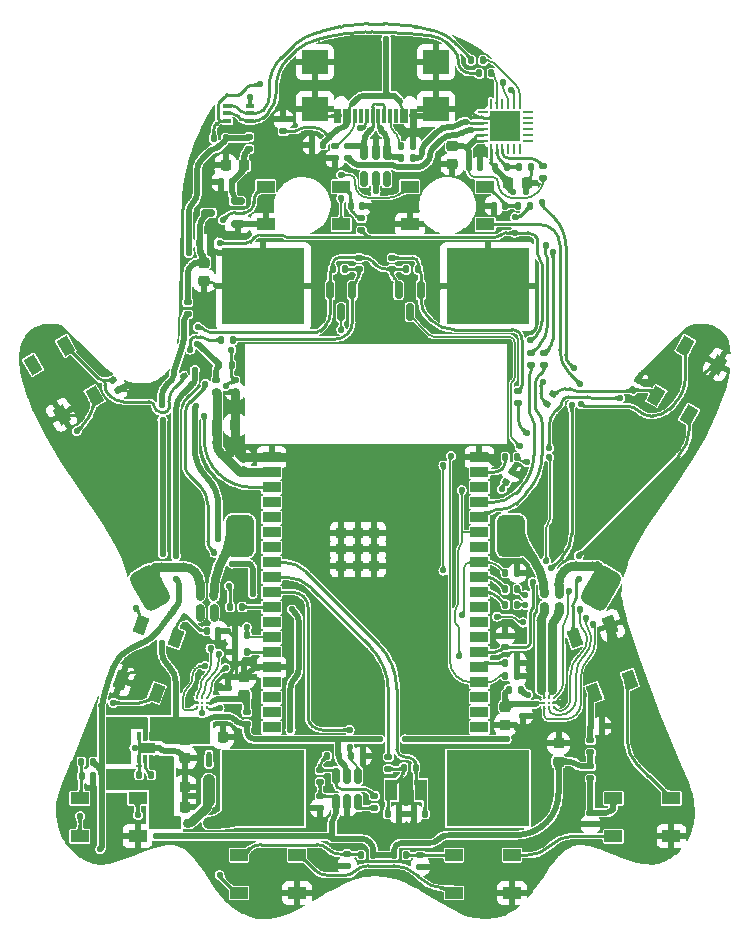
<source format=gtl>
%TF.GenerationSoftware,KiCad,Pcbnew,(6.0.6)*%
%TF.CreationDate,2022-10-05T22:33:50-05:00*%
%TF.ProjectId,Halloween_Ghost_v1,48616c6c-6f77-4656-956e-5f47686f7374,rev?*%
%TF.SameCoordinates,Original*%
%TF.FileFunction,Copper,L1,Top*%
%TF.FilePolarity,Positive*%
%FSLAX46Y46*%
G04 Gerber Fmt 4.6, Leading zero omitted, Abs format (unit mm)*
G04 Created by KiCad (PCBNEW (6.0.6)) date 2022-10-05 22:33:50*
%MOMM*%
%LPD*%
G01*
G04 APERTURE LIST*
G04 Aperture macros list*
%AMRoundRect*
0 Rectangle with rounded corners*
0 $1 Rounding radius*
0 $2 $3 $4 $5 $6 $7 $8 $9 X,Y pos of 4 corners*
0 Add a 4 corners polygon primitive as box body*
4,1,4,$2,$3,$4,$5,$6,$7,$8,$9,$2,$3,0*
0 Add four circle primitives for the rounded corners*
1,1,$1+$1,$2,$3*
1,1,$1+$1,$4,$5*
1,1,$1+$1,$6,$7*
1,1,$1+$1,$8,$9*
0 Add four rect primitives between the rounded corners*
20,1,$1+$1,$2,$3,$4,$5,0*
20,1,$1+$1,$4,$5,$6,$7,0*
20,1,$1+$1,$6,$7,$8,$9,0*
20,1,$1+$1,$8,$9,$2,$3,0*%
%AMRotRect*
0 Rectangle, with rotation*
0 The origin of the aperture is its center*
0 $1 length*
0 $2 width*
0 $3 Rotation angle, in degrees counterclockwise*
0 Add horizontal line*
21,1,$1,$2,0,0,$3*%
G04 Aperture macros list end*
%TA.AperFunction,SMDPad,CuDef*%
%ADD10RoundRect,0.150000X-0.150000X0.512500X-0.150000X-0.512500X0.150000X-0.512500X0.150000X0.512500X0*%
%TD*%
%TA.AperFunction,SMDPad,CuDef*%
%ADD11RoundRect,0.135000X0.135000X0.185000X-0.135000X0.185000X-0.135000X-0.185000X0.135000X-0.185000X0*%
%TD*%
%TA.AperFunction,SMDPad,CuDef*%
%ADD12RoundRect,0.140000X-0.170000X0.140000X-0.170000X-0.140000X0.170000X-0.140000X0.170000X0.140000X0*%
%TD*%
%TA.AperFunction,SMDPad,CuDef*%
%ADD13RoundRect,0.225000X-0.225000X-0.250000X0.225000X-0.250000X0.225000X0.250000X-0.225000X0.250000X0*%
%TD*%
%TA.AperFunction,SMDPad,CuDef*%
%ADD14RoundRect,0.135000X-0.135000X-0.185000X0.135000X-0.185000X0.135000X0.185000X-0.135000X0.185000X0*%
%TD*%
%TA.AperFunction,SMDPad,CuDef*%
%ADD15R,0.450000X0.600000*%
%TD*%
%TA.AperFunction,SMDPad,CuDef*%
%ADD16R,1.500000X0.900000*%
%TD*%
%TA.AperFunction,SMDPad,CuDef*%
%ADD17R,0.900000X0.900000*%
%TD*%
%TA.AperFunction,SMDPad,CuDef*%
%ADD18C,0.250000*%
%TD*%
%TA.AperFunction,SMDPad,CuDef*%
%ADD19RoundRect,0.135000X0.185000X-0.135000X0.185000X0.135000X-0.185000X0.135000X-0.185000X-0.135000X0*%
%TD*%
%TA.AperFunction,SMDPad,CuDef*%
%ADD20RoundRect,0.225000X-0.250000X0.225000X-0.250000X-0.225000X0.250000X-0.225000X0.250000X0.225000X0*%
%TD*%
%TA.AperFunction,SMDPad,CuDef*%
%ADD21RoundRect,0.135000X-0.185000X0.135000X-0.185000X-0.135000X0.185000X-0.135000X0.185000X0.135000X0*%
%TD*%
%TA.AperFunction,SMDPad,CuDef*%
%ADD22RotRect,1.500000X1.000000X60.000000*%
%TD*%
%TA.AperFunction,SMDPad,CuDef*%
%ADD23RoundRect,0.140000X-0.140000X-0.170000X0.140000X-0.170000X0.140000X0.170000X-0.140000X0.170000X0*%
%TD*%
%TA.AperFunction,SMDPad,CuDef*%
%ADD24RoundRect,0.140000X0.140000X0.170000X-0.140000X0.170000X-0.140000X-0.170000X0.140000X-0.170000X0*%
%TD*%
%TA.AperFunction,SMDPad,CuDef*%
%ADD25R,0.300000X0.750000*%
%TD*%
%TA.AperFunction,SMDPad,CuDef*%
%ADD26R,1.300000X0.900000*%
%TD*%
%TA.AperFunction,SMDPad,CuDef*%
%ADD27RoundRect,0.140000X0.170000X-0.140000X0.170000X0.140000X-0.170000X0.140000X-0.170000X-0.140000X0*%
%TD*%
%TA.AperFunction,SMDPad,CuDef*%
%ADD28RoundRect,0.600000X1.119615X-0.739230X-0.080385X1.339230X-1.119615X0.739230X0.080385X-1.339230X0*%
%TD*%
%TA.AperFunction,SMDPad,CuDef*%
%ADD29RoundRect,0.600000X0.600000X-1.200000X0.600000X1.200000X-0.600000X1.200000X-0.600000X-1.200000X0*%
%TD*%
%TA.AperFunction,SMDPad,CuDef*%
%ADD30RoundRect,0.062500X-0.350000X-0.062500X0.350000X-0.062500X0.350000X0.062500X-0.350000X0.062500X0*%
%TD*%
%TA.AperFunction,SMDPad,CuDef*%
%ADD31RoundRect,0.062500X-0.062500X-0.350000X0.062500X-0.350000X0.062500X0.350000X-0.062500X0.350000X0*%
%TD*%
%TA.AperFunction,SMDPad,CuDef*%
%ADD32R,2.600000X2.600000*%
%TD*%
%TA.AperFunction,SMDPad,CuDef*%
%ADD33RoundRect,0.225000X0.250000X-0.225000X0.250000X0.225000X-0.250000X0.225000X-0.250000X-0.225000X0*%
%TD*%
%TA.AperFunction,SMDPad,CuDef*%
%ADD34R,0.650000X0.400000*%
%TD*%
%TA.AperFunction,SMDPad,CuDef*%
%ADD35RoundRect,0.150000X-0.150000X0.587500X-0.150000X-0.587500X0.150000X-0.587500X0.150000X0.587500X0*%
%TD*%
%TA.AperFunction,SMDPad,CuDef*%
%ADD36RotRect,1.500000X1.000000X300.000000*%
%TD*%
%TA.AperFunction,SMDPad,CuDef*%
%ADD37RoundRect,0.200000X0.700000X-0.200000X0.700000X0.200000X-0.700000X0.200000X-0.700000X-0.200000X0*%
%TD*%
%TA.AperFunction,SMDPad,CuDef*%
%ADD38RoundRect,0.600000X-0.600000X1.200000X-0.600000X-1.200000X0.600000X-1.200000X0.600000X1.200000X0*%
%TD*%
%TA.AperFunction,SMDPad,CuDef*%
%ADD39RoundRect,0.600000X-0.080385X-1.339230X1.119615X0.739230X0.080385X1.339230X-1.119615X-0.739230X0*%
%TD*%
%TA.AperFunction,SMDPad,CuDef*%
%ADD40RoundRect,0.135000X0.092715X-0.209413X0.227715X0.024413X-0.092715X0.209413X-0.227715X-0.024413X0*%
%TD*%
%TA.AperFunction,SMDPad,CuDef*%
%ADD41R,1.000000X1.800000*%
%TD*%
%TA.AperFunction,SMDPad,CuDef*%
%ADD42RoundRect,0.135000X-0.092715X0.209413X-0.227715X-0.024413X0.092715X-0.209413X0.227715X0.024413X0*%
%TD*%
%TA.AperFunction,SMDPad,CuDef*%
%ADD43RotRect,1.500000X1.000000X250.000000*%
%TD*%
%TA.AperFunction,SMDPad,CuDef*%
%ADD44RoundRect,0.135000X-0.227715X0.024413X-0.092715X-0.209413X0.227715X-0.024413X0.092715X0.209413X0*%
%TD*%
%TA.AperFunction,SMDPad,CuDef*%
%ADD45R,1.500000X1.000000*%
%TD*%
%TA.AperFunction,SMDPad,CuDef*%
%ADD46RoundRect,0.140000X-0.217224X0.036244X-0.077224X-0.206244X0.217224X-0.036244X0.077224X0.206244X0*%
%TD*%
%TA.AperFunction,SMDPad,CuDef*%
%ADD47RoundRect,0.225000X0.225000X0.250000X-0.225000X0.250000X-0.225000X-0.250000X0.225000X-0.250000X0*%
%TD*%
%TA.AperFunction,SMDPad,CuDef*%
%ADD48RotRect,1.500000X1.000000X110.000000*%
%TD*%
%TA.AperFunction,SMDPad,CuDef*%
%ADD49R,0.300000X1.150000*%
%TD*%
%TA.AperFunction,SMDPad,CuDef*%
%ADD50R,2.180000X2.000000*%
%TD*%
%TA.AperFunction,SMDPad,CuDef*%
%ADD51RoundRect,0.150000X-0.450000X0.150000X-0.450000X-0.150000X0.450000X-0.150000X0.450000X0.150000X0*%
%TD*%
%TA.AperFunction,SMDPad,CuDef*%
%ADD52RoundRect,0.140000X0.077224X-0.206244X0.217224X0.036244X-0.077224X0.206244X-0.217224X-0.036244X0*%
%TD*%
%TA.AperFunction,SMDPad,CuDef*%
%ADD53RoundRect,0.135000X0.190132X0.127670X-0.063585X0.220016X-0.190132X-0.127670X0.063585X-0.220016X0*%
%TD*%
%TA.AperFunction,SMDPad,CuDef*%
%ADD54R,7.000000X6.500000*%
%TD*%
%TA.AperFunction,ViaPad*%
%ADD55C,0.560000*%
%TD*%
%TA.AperFunction,Conductor*%
%ADD56C,0.508000*%
%TD*%
%TA.AperFunction,Conductor*%
%ADD57C,0.254000*%
%TD*%
%TA.AperFunction,Conductor*%
%ADD58C,1.016000*%
%TD*%
%TA.AperFunction,Conductor*%
%ADD59C,0.762000*%
%TD*%
%TA.AperFunction,Conductor*%
%ADD60C,0.127000*%
%TD*%
G04 APERTURE END LIST*
D10*
X135350000Y-118862500D03*
X134400000Y-118862500D03*
X133450000Y-118862500D03*
X133450000Y-121137500D03*
X134400000Y-121137500D03*
X135350000Y-121137500D03*
D11*
X135710000Y-117200000D03*
X134690000Y-117200000D03*
D12*
X140600000Y-125620000D03*
X140600000Y-126580000D03*
D13*
X123350000Y-89200000D03*
X124900000Y-89200000D03*
D14*
X139390000Y-76000000D03*
X140410000Y-76000000D03*
D15*
X122700000Y-119250000D03*
X122700000Y-117150000D03*
D16*
X128000000Y-91920000D03*
X128000000Y-93190000D03*
X128000000Y-94460000D03*
X128000000Y-95730000D03*
X128000000Y-97000000D03*
X128000000Y-98270000D03*
X128000000Y-99540000D03*
X128000000Y-100810000D03*
X128000000Y-102080000D03*
X128000000Y-103350000D03*
X128000000Y-104620000D03*
X128000000Y-105890000D03*
X128000000Y-107160000D03*
X128000000Y-108430000D03*
X128000000Y-109700000D03*
X128000000Y-110970000D03*
X128000000Y-112240000D03*
X128000000Y-113510000D03*
X128000000Y-114780000D03*
X145600000Y-114780000D03*
X145600000Y-113510000D03*
X145600000Y-112240000D03*
X145600000Y-110970000D03*
X145600000Y-109700000D03*
X145600000Y-108430000D03*
X145600000Y-107160000D03*
X145600000Y-105890000D03*
X145600000Y-104620000D03*
X145600000Y-103350000D03*
X145600000Y-102080000D03*
X145600000Y-100810000D03*
X145600000Y-99540000D03*
X145600000Y-98270000D03*
X145600000Y-97000000D03*
X145600000Y-95730000D03*
X145600000Y-94460000D03*
X145600000Y-93190000D03*
X145600000Y-91920000D03*
D17*
X133900000Y-98320000D03*
X135300000Y-98320000D03*
X136700000Y-98320000D03*
X133900000Y-99720000D03*
X135300000Y-99720000D03*
X136700000Y-99720000D03*
X133900000Y-101120000D03*
X135300000Y-101120000D03*
X136700000Y-101120000D03*
D14*
X144890000Y-58300000D03*
X145910000Y-58300000D03*
D18*
X151100000Y-113100000D03*
X151100000Y-112700000D03*
X151100000Y-112300000D03*
X151500000Y-113100000D03*
X151500000Y-112700000D03*
X151500000Y-112300000D03*
X151900000Y-113100000D03*
X151900000Y-112700000D03*
X151900000Y-112300000D03*
D19*
X126100000Y-65820000D03*
X126100000Y-64800000D03*
X132100000Y-121610000D03*
X132100000Y-120590000D03*
D20*
X143300000Y-65550000D03*
X143300000Y-67100000D03*
D21*
X134500000Y-65590000D03*
X134500000Y-66610000D03*
D22*
X160589359Y-86721762D03*
X163360641Y-88321762D03*
X165810641Y-84078238D03*
X163039359Y-82478238D03*
D14*
X146900000Y-67300000D03*
X147920000Y-67300000D03*
D19*
X148900000Y-87310000D03*
X148900000Y-86290000D03*
D23*
X111920000Y-118900000D03*
X112880000Y-118900000D03*
D24*
X147780000Y-70600000D03*
X146820000Y-70600000D03*
D14*
X124890000Y-108400000D03*
X125910000Y-108400000D03*
D11*
X148810000Y-109300000D03*
X147790000Y-109300000D03*
D15*
X122700000Y-120750000D03*
X122700000Y-122850000D03*
D23*
X138780000Y-122100000D03*
X137820000Y-122100000D03*
D19*
X150000000Y-84110000D03*
X150000000Y-83090000D03*
D20*
X120700000Y-115825000D03*
X120700000Y-117375000D03*
D25*
X118300000Y-115500000D03*
X117800000Y-115500000D03*
X117300000Y-115500000D03*
X116800000Y-115500000D03*
X116800000Y-117500000D03*
X117300000Y-117500000D03*
X117800000Y-117500000D03*
X118300000Y-117500000D03*
D26*
X117550000Y-116500000D03*
D27*
X138200000Y-75980000D03*
X138200000Y-75020000D03*
D28*
X117706476Y-102945191D03*
D29*
X125327499Y-98545191D03*
D30*
X145862500Y-62650000D03*
X145862500Y-63150000D03*
X145862500Y-63650000D03*
X145862500Y-64150000D03*
X145862500Y-64650000D03*
X145862500Y-65150000D03*
D31*
X146550000Y-65837500D03*
X147050000Y-65837500D03*
X147550000Y-65837500D03*
X148050000Y-65837500D03*
X148550000Y-65837500D03*
X149050000Y-65837500D03*
D30*
X149737500Y-65150000D03*
X149737500Y-64650000D03*
X149737500Y-64150000D03*
X149737500Y-63650000D03*
X149737500Y-63150000D03*
X149737500Y-62650000D03*
D31*
X149050000Y-61962500D03*
X148550000Y-61962500D03*
X148050000Y-61962500D03*
X147550000Y-61962500D03*
X147050000Y-61962500D03*
X146550000Y-61962500D03*
D32*
X147800000Y-63900000D03*
D19*
X125900000Y-114510000D03*
X125900000Y-113490000D03*
D33*
X152300000Y-117675000D03*
X152300000Y-116125000D03*
D34*
X126150000Y-63450000D03*
X126150000Y-62800000D03*
X126150000Y-62150000D03*
X124250000Y-62150000D03*
X124250000Y-62800000D03*
X124250000Y-63450000D03*
D19*
X137900000Y-118310000D03*
X137900000Y-117290000D03*
X120900000Y-79810000D03*
X120900000Y-78790000D03*
D35*
X140650000Y-77762500D03*
X138750000Y-77762500D03*
X139700000Y-79637500D03*
D13*
X119125000Y-121500000D03*
X120675000Y-121500000D03*
D11*
X148810000Y-103100000D03*
X147790000Y-103100000D03*
D18*
X122500000Y-112300000D03*
X122500000Y-112700000D03*
X122500000Y-113100000D03*
X122100000Y-112300000D03*
X122100000Y-112700000D03*
X122100000Y-113100000D03*
X121700000Y-112300000D03*
X121700000Y-112700000D03*
X121700000Y-113100000D03*
D14*
X133190000Y-76000000D03*
X134210000Y-76000000D03*
D12*
X149300000Y-112820000D03*
X149300000Y-113780000D03*
D36*
X110560641Y-82478238D03*
X107789359Y-84078238D03*
X110239359Y-88321762D03*
X113010641Y-86721762D03*
D19*
X152300000Y-104510000D03*
X152300000Y-103490000D03*
D14*
X145590000Y-59400000D03*
X146610000Y-59400000D03*
X123690000Y-82000000D03*
X124710000Y-82000000D03*
X147790000Y-110400000D03*
X148810000Y-110400000D03*
D21*
X155000000Y-115890000D03*
X155000000Y-116910000D03*
D37*
X115100000Y-118850000D03*
X115100000Y-117350000D03*
D11*
X125510000Y-104600000D03*
X124490000Y-104600000D03*
D12*
X134400000Y-125520000D03*
X134400000Y-126480000D03*
X119400000Y-115820000D03*
X119400000Y-116780000D03*
D21*
X135600000Y-71690000D03*
X135600000Y-72710000D03*
D38*
X148272501Y-98545191D03*
D39*
X155893524Y-102945191D03*
D14*
X138990000Y-66600000D03*
X140010000Y-66600000D03*
D27*
X125600000Y-92980000D03*
X125600000Y-92020000D03*
D14*
X135590000Y-125600000D03*
X136610000Y-125600000D03*
D11*
X148810000Y-104400000D03*
X147790000Y-104400000D03*
D13*
X119125000Y-119800000D03*
X120675000Y-119800000D03*
D27*
X124300000Y-112380000D03*
X124300000Y-111420000D03*
D33*
X125700000Y-112075000D03*
X125700000Y-110525000D03*
D40*
X147845000Y-94041673D03*
X148355000Y-93158327D03*
D11*
X149110000Y-111600000D03*
X148090000Y-111600000D03*
D14*
X139190000Y-118200000D03*
X140210000Y-118200000D03*
D23*
X155020000Y-114700000D03*
X155980000Y-114700000D03*
D14*
X147790000Y-101700000D03*
X148810000Y-101700000D03*
D27*
X124900000Y-86360000D03*
X124900000Y-85400000D03*
D23*
X144700000Y-67300000D03*
X145660000Y-67300000D03*
D11*
X125910000Y-107000000D03*
X124890000Y-107000000D03*
D12*
X155000000Y-122020000D03*
X155000000Y-122980000D03*
D41*
X138150000Y-120100000D03*
X140650000Y-120100000D03*
D13*
X122325000Y-115600000D03*
X123875000Y-115600000D03*
X148050000Y-68700000D03*
X149600000Y-68700000D03*
D20*
X122300000Y-75425000D03*
X122300000Y-76975000D03*
D19*
X151100000Y-104510000D03*
X151100000Y-103490000D03*
X155000000Y-119110000D03*
X155000000Y-118090000D03*
X129000000Y-64320000D03*
X129000000Y-63300000D03*
D42*
X151855000Y-86558327D03*
X151345000Y-87441673D03*
D43*
X119941458Y-107244985D03*
X116934441Y-106150521D03*
X115258542Y-110755015D03*
X118265559Y-111849479D03*
D11*
X140000000Y-65600000D03*
X138980000Y-65600000D03*
D19*
X151100000Y-84110000D03*
X151100000Y-83090000D03*
D44*
X120545000Y-85058327D03*
X121055000Y-85941673D03*
D45*
X125250000Y-125600000D03*
X125250000Y-128800000D03*
X130150000Y-128800000D03*
X130150000Y-125600000D03*
D46*
X114560000Y-85384308D03*
X115040000Y-86215692D03*
D24*
X124680000Y-68600000D03*
X123720000Y-68600000D03*
D14*
X111890000Y-117700000D03*
X112910000Y-117700000D03*
D12*
X135400000Y-75020000D03*
X135400000Y-75980000D03*
D27*
X132100000Y-119380000D03*
X132100000Y-118420000D03*
D47*
X125675000Y-67200000D03*
X124125000Y-67200000D03*
D12*
X147800000Y-107020000D03*
X147800000Y-107980000D03*
D45*
X146100000Y-69000000D03*
X146100000Y-72200000D03*
X139700000Y-72200000D03*
X139700000Y-69000000D03*
D11*
X120810000Y-122900000D03*
X119790000Y-122900000D03*
X124110000Y-64900000D03*
X123090000Y-64900000D03*
D14*
X132690000Y-117200000D03*
X133710000Y-117200000D03*
D19*
X133400000Y-66610000D03*
X133400000Y-65590000D03*
D10*
X137750000Y-66062500D03*
X136800000Y-66062500D03*
X135850000Y-66062500D03*
X135850000Y-68337500D03*
X136800000Y-68337500D03*
X137750000Y-68337500D03*
D11*
X148810000Y-91900000D03*
X147790000Y-91900000D03*
D19*
X123100000Y-104710000D03*
X123100000Y-103690000D03*
D45*
X111750000Y-120800000D03*
X111750000Y-124000000D03*
X116650000Y-124000000D03*
X116650000Y-120800000D03*
D14*
X116790000Y-118800000D03*
X117810000Y-118800000D03*
D48*
X155334441Y-111849479D03*
X158341458Y-110755015D03*
X156665559Y-106150521D03*
X153658542Y-107244985D03*
D11*
X139410000Y-125600000D03*
X138390000Y-125600000D03*
D21*
X123300000Y-85390000D03*
X123300000Y-86410000D03*
D35*
X134850000Y-77762500D03*
X132950000Y-77762500D03*
X133900000Y-79637500D03*
D49*
X140150000Y-62978000D03*
X139350000Y-62978000D03*
X138050000Y-62978000D03*
X137050000Y-62978000D03*
X136550000Y-62978000D03*
X135550000Y-62978000D03*
X134250000Y-62978000D03*
X133450000Y-62978000D03*
X133750000Y-62978000D03*
X134550000Y-62978000D03*
X135050000Y-62978000D03*
X136050000Y-62978000D03*
X137550000Y-62978000D03*
X138550000Y-62978000D03*
X139050000Y-62978000D03*
X139850000Y-62978000D03*
D50*
X131690000Y-62403000D03*
X131690000Y-58473000D03*
X141910000Y-58473000D03*
X141910000Y-62403000D03*
D51*
X125150000Y-72150000D03*
X125150000Y-70250000D03*
X122650000Y-71200000D03*
D19*
X151000000Y-68310000D03*
X151000000Y-67290000D03*
D45*
X156950000Y-120800000D03*
X156950000Y-124000000D03*
X161850000Y-124000000D03*
X161850000Y-120800000D03*
D19*
X136700000Y-121610000D03*
X136700000Y-120590000D03*
D23*
X121840000Y-73800000D03*
X122800000Y-73800000D03*
D45*
X133900000Y-69000000D03*
X133900000Y-72200000D03*
X127500000Y-72200000D03*
X127500000Y-69000000D03*
D14*
X148980000Y-67300000D03*
X150000000Y-67300000D03*
D23*
X122520000Y-106600000D03*
X123480000Y-106600000D03*
D52*
X158560000Y-86215692D03*
X159040000Y-85384308D03*
D14*
X148890000Y-70600000D03*
X149910000Y-70600000D03*
D19*
X121900000Y-104710000D03*
X121900000Y-103690000D03*
D24*
X132380000Y-65500000D03*
X131420000Y-65500000D03*
D20*
X147800000Y-113025000D03*
X147800000Y-114575000D03*
D53*
X120579243Y-105400000D03*
X119620757Y-105051140D03*
D54*
X127300000Y-119950000D03*
X127300000Y-77450000D03*
X146300000Y-77450000D03*
X146300000Y-119950000D03*
D24*
X140980000Y-122100000D03*
X140020000Y-122100000D03*
D23*
X134720000Y-70600000D03*
X135680000Y-70600000D03*
D14*
X123590000Y-84100000D03*
X124610000Y-84100000D03*
D45*
X143450000Y-125600000D03*
X143450000Y-128800000D03*
X148350000Y-128800000D03*
X148350000Y-125600000D03*
D55*
X134400000Y-122500000D03*
X132100000Y-122600000D03*
X134600000Y-116460500D03*
X134600000Y-115000000D03*
X136600000Y-117200000D03*
X146800000Y-64900000D03*
X140500000Y-97400000D03*
X132100000Y-105800000D03*
X154000000Y-123000000D03*
X133500000Y-58500000D03*
X159400000Y-125200000D03*
X164400000Y-89300000D03*
X140000000Y-58500000D03*
X149700000Y-109300000D03*
X151100000Y-116100000D03*
X160500000Y-116900000D03*
X146300000Y-73900000D03*
X116000000Y-86500000D03*
X132600000Y-98300000D03*
X139500000Y-70600000D03*
X155700000Y-92000000D03*
X139100000Y-104600000D03*
X145600000Y-66300000D03*
X116600000Y-88500000D03*
X148800000Y-114800000D03*
X125400000Y-73200500D03*
X156000000Y-115600000D03*
X122400000Y-125400000D03*
X120700000Y-118700000D03*
X157700000Y-118300000D03*
X127300000Y-70900000D03*
X146800000Y-62900000D03*
X113486771Y-92764678D03*
X132000000Y-109600000D03*
X124100000Y-66100000D03*
X123000000Y-68600000D03*
X133200000Y-105800000D03*
X136803516Y-64826500D03*
X139900000Y-91300000D03*
X156500000Y-109800000D03*
X142500000Y-91300000D03*
X141900000Y-117500000D03*
X110300000Y-90600000D03*
X137000000Y-105700000D03*
X132700000Y-101100000D03*
X123900000Y-114600000D03*
X136800000Y-76500000D03*
X124900000Y-90500000D03*
X150400000Y-97100000D03*
X162100000Y-93300000D03*
X124900000Y-87500000D03*
X149700000Y-101700000D03*
X142200000Y-77500000D03*
X136700000Y-102300000D03*
X136800000Y-78700000D03*
X132600000Y-99700000D03*
X135300000Y-102300000D03*
X135300000Y-60000000D03*
X126620000Y-91920000D03*
X143700000Y-127600000D03*
X150100000Y-77400000D03*
X136600000Y-109700000D03*
X135300000Y-97100000D03*
X136600000Y-71000000D03*
X116400000Y-116500000D03*
X152439511Y-97659394D03*
X152400000Y-112700000D03*
X146200000Y-125700000D03*
X133900000Y-97100000D03*
X121700000Y-117400000D03*
X149300000Y-93100000D03*
X147800000Y-63900000D03*
X128700000Y-128800000D03*
X117800000Y-110100000D03*
X125900000Y-127400000D03*
X140000000Y-122900000D03*
X132500000Y-66600000D03*
X131300000Y-77400000D03*
X146000000Y-70600000D03*
X148800000Y-64900000D03*
X159600000Y-121300000D03*
X141900000Y-102200000D03*
X110700000Y-122500000D03*
X146900000Y-92300000D03*
X149500000Y-69457000D03*
X121300000Y-95600000D03*
X130700000Y-95800000D03*
X133900000Y-102300000D03*
X142100000Y-109700000D03*
X143500000Y-114800000D03*
X138800000Y-122900000D03*
X161571139Y-87071139D03*
X141900000Y-60600000D03*
X121200000Y-112700000D03*
X139800000Y-109700000D03*
X141600000Y-126600000D03*
X136700000Y-97100000D03*
X133800000Y-109700000D03*
X121400000Y-120600000D03*
X131800000Y-76000000D03*
X115400000Y-124000000D03*
X122000000Y-100400000D03*
X152400000Y-89200000D03*
X160600000Y-124000000D03*
X133400000Y-126500000D03*
X112900000Y-119700000D03*
X156600000Y-107700000D03*
X123600000Y-111300000D03*
X124300000Y-106600000D03*
X150100000Y-113800000D03*
X116100000Y-92100000D03*
X130300000Y-60600000D03*
X128100000Y-63300000D03*
X158700000Y-97300000D03*
X138000000Y-98300000D03*
X129400000Y-91900000D03*
X127300000Y-73800000D03*
X140300000Y-103600000D03*
X129500000Y-109700000D03*
X116500000Y-96800000D03*
X138000000Y-101100000D03*
X142200000Y-67100000D03*
X142000000Y-75800000D03*
X155000000Y-96800000D03*
X159000000Y-90400000D03*
X138000000Y-99700000D03*
X131700000Y-60700000D03*
X118500000Y-116500000D03*
X147000000Y-128800000D03*
X133600000Y-91300000D03*
X140000000Y-64500000D03*
X136900000Y-81500000D03*
X147800000Y-106100000D03*
X142000000Y-122100000D03*
X124930500Y-110500000D03*
X131400000Y-64600000D03*
X111600000Y-88300000D03*
X130800000Y-91300000D03*
X135300000Y-58200000D03*
X136700000Y-91300000D03*
X138400000Y-72200000D03*
X148600000Y-71593500D03*
X119900000Y-100300000D03*
X119900000Y-102200000D03*
X149900000Y-82000000D03*
X118200000Y-124000000D03*
X113500000Y-125100000D03*
X148600000Y-72900000D03*
X123613500Y-73758254D03*
X151000000Y-85500000D03*
X121500000Y-84500000D03*
X138400000Y-61300000D03*
X126400000Y-103500000D03*
X122700000Y-117900000D03*
X148400000Y-69457000D03*
X129700000Y-104800000D03*
X137700000Y-56506500D03*
X136800000Y-69400000D03*
X121600000Y-87600000D03*
X123500000Y-98800000D03*
X129600000Y-115000000D03*
X124619707Y-100909081D03*
X150900000Y-70300000D03*
X153400000Y-87500000D03*
X127000000Y-60300000D03*
X151700000Y-101300000D03*
X150100000Y-102500000D03*
X153628861Y-84371139D03*
X122300000Y-88400000D03*
X124100000Y-85900000D03*
X126200000Y-61400000D03*
X124600000Y-82800000D03*
X143200000Y-91800000D03*
X149000000Y-91000000D03*
X142557000Y-101500000D03*
X142557000Y-92600000D03*
X133900000Y-81100000D03*
X125900000Y-106300000D03*
X116500000Y-104700000D03*
X111500000Y-89700000D03*
X111800000Y-122300000D03*
X114600000Y-112700000D03*
X116700000Y-122200000D03*
X123600000Y-127300000D03*
X133900000Y-70000000D03*
X133900000Y-68000000D03*
X122400000Y-85700000D03*
X124400000Y-102800000D03*
X123164340Y-99983346D03*
X123900000Y-71800000D03*
X154200000Y-87400000D03*
X154100000Y-85700000D03*
X154000000Y-100239500D03*
X154000000Y-102200000D03*
X137300000Y-64100000D03*
X135524624Y-64072458D03*
X144100000Y-105300000D03*
X155174340Y-106068660D03*
X149293500Y-105900000D03*
X147100000Y-105400000D03*
X151260043Y-100680904D03*
X154649500Y-105482251D03*
X122833500Y-108100000D03*
X149593500Y-92300000D03*
X151506500Y-91900000D03*
X154106500Y-104800000D03*
X149493500Y-104400000D03*
X122357000Y-109600000D03*
X149493500Y-103600000D03*
X123526077Y-108543000D03*
X153193500Y-103200000D03*
X143900000Y-108700000D03*
X147500000Y-94600000D03*
X144100000Y-94700000D03*
X124100000Y-109766500D03*
X121900000Y-105400000D03*
X123600000Y-113158500D03*
X123100000Y-105400000D03*
X122100000Y-113600000D03*
X118800000Y-100100000D03*
X147900000Y-115800000D03*
X149700000Y-112000000D03*
X118700000Y-107600000D03*
X137200000Y-115800000D03*
X118768663Y-88731337D03*
X139300000Y-115800000D03*
X118693500Y-87493500D03*
X121766500Y-80900000D03*
X121719407Y-82349551D03*
X121000000Y-74600000D03*
X149593500Y-89900000D03*
X151506500Y-91140497D03*
X157500000Y-86906500D03*
X121109465Y-82802113D03*
X147593000Y-60163804D03*
X151793500Y-74500000D03*
X151259976Y-73959448D03*
X148300000Y-60800000D03*
D56*
X137300000Y-64284951D02*
X137578762Y-64563713D01*
D57*
X137050000Y-63958918D02*
X137050000Y-62978000D01*
X137115822Y-64100000D02*
X137078407Y-64062585D01*
X137300000Y-64100000D02*
X137115822Y-64100000D01*
X137050015Y-63958918D02*
G75*
G03*
X137078407Y-64062585I226885J6418D01*
G01*
X137300000Y-64284951D02*
X137555643Y-64540594D01*
X137300000Y-64100000D02*
X137300000Y-64284951D01*
X134900000Y-61900000D02*
G75*
G02*
X134900000Y-61900000I0J0D01*
G01*
X134800000Y-62000000D02*
X134900000Y-61900000D01*
D56*
X134900000Y-61900000D02*
X134800000Y-62000000D01*
X137400000Y-61300000D02*
X136900000Y-61300000D01*
X126218188Y-101018188D02*
X126272729Y-101072729D01*
X137704289Y-61300000D02*
X137595711Y-61300000D01*
X138856999Y-61799999D02*
X138856999Y-61843000D01*
X148050000Y-68700000D02*
X148050000Y-68817028D01*
D57*
X134720000Y-70495000D02*
X134720000Y-70705000D01*
X111890000Y-118490000D02*
G75*
G02*
X111890000Y-118490000I0J0D01*
G01*
X111890000Y-118490000D02*
X111890000Y-118110000D01*
X111890000Y-118110000D02*
X111890000Y-118490000D01*
D56*
X121500000Y-85195711D02*
G75*
G02*
X121500000Y-85195711I0J0D01*
G01*
D57*
X124893000Y-73807000D02*
G75*
G02*
X124893000Y-73807000I0J0D01*
G01*
X132907071Y-120600011D02*
G75*
G02*
X132895001Y-120594999I29J17111D01*
G01*
X132882928Y-120589989D02*
G75*
G02*
X132894999Y-120595001I-28J-17111D01*
G01*
X137307000Y-73293000D02*
G75*
G02*
X137307000Y-73293000I0J0D01*
G01*
D56*
X113614000Y-119836950D02*
G75*
G02*
X113614000Y-119836950I0J0D01*
G01*
X133283534Y-122416463D02*
G75*
G03*
X133450000Y-122014583I-401834J401863D01*
G01*
D57*
X133193933Y-120599986D02*
G75*
G02*
X133375000Y-120675000I-33J-256114D01*
G01*
X128000000Y-73100000D02*
G75*
G02*
X128000000Y-73100000I0J0D01*
G01*
D56*
X133117098Y-122818345D02*
G75*
G02*
X133283535Y-122416464I568302J45D01*
G01*
D57*
X133450014Y-120856066D02*
G75*
G03*
X133375000Y-120675000I-256114J-34D01*
G01*
X124585500Y-73807000D02*
G75*
G02*
X124585500Y-73807000I0J0D01*
G01*
X150892000Y-76408000D02*
G75*
G02*
X150892000Y-76408000I0J0D01*
G01*
X128400000Y-73100000D02*
X128200000Y-73100000D01*
D56*
X121270248Y-85729751D02*
X121129751Y-85870248D01*
X121500000Y-85304289D02*
X121500000Y-85195711D01*
X121500000Y-85195711D02*
X121500000Y-85304289D01*
D57*
X126476750Y-73323250D02*
X126430250Y-73369750D01*
X124893000Y-73807000D02*
X125079000Y-73807000D01*
X125079000Y-73807000D02*
X124893000Y-73807000D01*
D56*
X133090000Y-124190000D02*
X133100000Y-124200000D01*
D57*
X133450000Y-120943750D02*
X133450000Y-121331250D01*
X137307000Y-73293000D02*
X138431000Y-73293000D01*
X138431000Y-73293000D02*
X137307000Y-73293000D01*
D56*
X113614000Y-120063050D02*
X113614000Y-119836950D01*
X113614000Y-119836950D02*
X113614000Y-120063050D01*
D57*
X150300000Y-73200000D02*
X150400000Y-73300000D01*
X128000000Y-73100000D02*
X128200000Y-73100000D01*
X128200000Y-73100000D02*
X128000000Y-73100000D01*
D56*
X125185284Y-124000000D02*
X120528428Y-124000000D01*
X129886288Y-124000000D02*
X125200000Y-124000000D01*
D57*
X124585500Y-73807000D02*
X124728500Y-73807000D01*
X124728500Y-73807000D02*
X124585500Y-73807000D01*
X150892000Y-76408000D02*
X150892000Y-76016000D01*
X150892000Y-76016000D02*
X150892000Y-76408000D01*
D56*
X123517500Y-84172500D02*
G75*
G03*
X123517500Y-84027500I-72500J72500D01*
G01*
D57*
X125800000Y-81300000D02*
G75*
G02*
X125800000Y-81300000I0J0D01*
G01*
X129100000Y-81300000D02*
G75*
G02*
X129100000Y-81300000I0J0D01*
G01*
D56*
X122124999Y-66674999D02*
X122075000Y-66725000D01*
D57*
X132400000Y-80900000D02*
X132200000Y-81100000D01*
X122200000Y-81000000D02*
X122300000Y-81100000D01*
D56*
X122786012Y-66013986D02*
X122613986Y-66186011D01*
D57*
X125800000Y-81300000D02*
X125900000Y-81300000D01*
X125900000Y-81300000D02*
X125800000Y-81300000D01*
X129100000Y-81300000D02*
X129500000Y-81300000D01*
X129500000Y-81300000D02*
X129100000Y-81300000D01*
D56*
X133709989Y-117242426D02*
G75*
G03*
X133680000Y-117170000I-102389J26D01*
G01*
X125752500Y-114510000D02*
G75*
G02*
X125900000Y-114657500I0J-147500D01*
G01*
X133679992Y-117170008D02*
G75*
G02*
X133650000Y-117097573I72408J72408D01*
G01*
X134400037Y-118531250D02*
G75*
G03*
X134165769Y-117965771I-799737J-50D01*
G01*
X133100000Y-115800000D02*
G75*
G02*
X133100000Y-115800000I0J0D01*
G01*
X133819602Y-117619600D02*
G75*
G02*
X133710000Y-117355000I264598J264600D01*
G01*
X132000000Y-115800000D02*
X133100000Y-115800000D01*
X133100000Y-115800000D02*
X132000000Y-115800000D01*
D58*
X122700000Y-120200000D02*
X122700000Y-120750000D01*
D56*
X125900000Y-113272500D02*
G75*
G02*
X125900000Y-113272500I0J0D01*
G01*
X123845520Y-112396000D02*
G75*
G02*
X123845520Y-112396000I0J0D01*
G01*
X125004000Y-112396000D02*
G75*
G02*
X125004000Y-112396000I0J0D01*
G01*
D57*
X122800000Y-112700000D02*
X122704000Y-112700000D01*
D56*
X125900000Y-113417500D02*
X125900000Y-113272500D01*
X125900000Y-113272500D02*
X125900000Y-113417500D01*
X123558480Y-112396000D02*
X123845520Y-112396000D01*
X123845520Y-112396000D02*
X123558480Y-112396000D01*
X124629000Y-112396000D02*
X125004000Y-112396000D01*
X125004000Y-112396000D02*
X124629000Y-112396000D01*
X150047426Y-112820000D02*
G75*
G02*
X150047426Y-112820000I0J0D01*
G01*
X147800000Y-111900000D02*
X147800000Y-111910000D01*
X150047426Y-112820000D02*
X150212573Y-112820000D01*
X150212573Y-112820000D02*
X150047426Y-112820000D01*
D59*
X126741500Y-93190000D02*
G75*
G02*
X126741500Y-93190000I0J0D01*
G01*
X123350000Y-90387500D02*
G75*
G02*
X123350000Y-90387500I0J0D01*
G01*
X126741500Y-93190000D02*
X127580500Y-93190000D01*
X127580500Y-93190000D02*
X126741500Y-93190000D01*
X123350000Y-90562500D02*
X123350000Y-90387500D01*
X123350000Y-90387500D02*
X123350000Y-90562500D01*
D56*
X125675000Y-66875000D02*
X125675000Y-67200000D01*
X124680000Y-68600000D02*
X124680000Y-68680000D01*
X122168750Y-75425000D02*
G75*
G03*
X122300000Y-75293750I-50J131300D01*
G01*
D58*
X127976034Y-119273965D02*
X127525344Y-119724654D01*
X127299999Y-119949999D02*
X126398620Y-120851378D01*
D56*
X123119750Y-73180250D02*
G75*
G02*
X123119750Y-73180250I0J0D01*
G01*
D57*
X117637500Y-116500000D02*
G75*
G02*
X117637500Y-116500000I0J0D01*
G01*
D56*
X122799989Y-73616672D02*
G75*
G02*
X122882500Y-73417500I281711J-28D01*
G01*
D57*
X116800000Y-116950000D02*
G75*
G02*
X116800000Y-116950000I0J0D01*
G01*
X159715692Y-85384308D02*
G75*
G02*
X159715692Y-85384308I0J0D01*
G01*
X161800000Y-85700000D02*
X161900000Y-85800000D01*
X164900000Y-87656066D02*
X164900000Y-88143934D01*
X162000000Y-86157722D02*
X162000000Y-86400000D01*
D56*
X123119750Y-73180250D02*
X123150250Y-73149750D01*
X123150250Y-73149750D02*
X123119750Y-73180250D01*
X117637500Y-116500000D02*
X118212500Y-116500000D01*
X118212500Y-116500000D02*
X117637500Y-116500000D01*
X120675000Y-119587500D02*
X120675000Y-120012500D01*
D57*
X149700000Y-68600000D02*
X149600000Y-68700000D01*
X123250000Y-77350000D02*
X123300000Y-77400000D01*
X164999999Y-84399999D02*
X164800000Y-84600000D01*
X116800000Y-116950000D02*
X116800000Y-116850000D01*
X116800000Y-116850000D02*
X116800000Y-116950000D01*
X159515692Y-85384308D02*
X159715692Y-85384308D01*
X159715692Y-85384308D02*
X159515692Y-85384308D01*
X147940000Y-67300000D02*
X147920000Y-67300000D01*
X148900000Y-87934439D02*
X148900000Y-88455560D01*
X148900000Y-87457500D02*
X148900000Y-87752500D01*
X126287500Y-62800000D02*
X126012500Y-62800000D01*
X126300000Y-63450000D02*
X126000000Y-63450000D01*
X135452426Y-121609989D02*
G75*
G02*
X135380000Y-121580000I-26J102389D01*
G01*
X135379992Y-121580008D02*
G75*
G02*
X135350000Y-121507573I72408J72408D01*
G01*
X134644988Y-117155012D02*
G75*
G02*
X134600000Y-117046360I108612J108612D01*
G01*
D60*
X135350024Y-118506250D02*
G75*
G03*
X135098093Y-117898093I-860124J-50D01*
G01*
D57*
X131241430Y-114441412D02*
G75*
G02*
X131100000Y-114100000I341370J341412D01*
G01*
X134689983Y-117263639D02*
G75*
G03*
X134645000Y-117155000I-153583J39D01*
G01*
D60*
X134792522Y-117592538D02*
G75*
G02*
X134690000Y-117345000I247578J247538D01*
G01*
D57*
X132294974Y-115000010D02*
G75*
G02*
X131450000Y-114650000I26J1195010D01*
G01*
X131100000Y-113700000D02*
X131100000Y-114100000D01*
D60*
X144100000Y-98000000D02*
G75*
G02*
X144100000Y-98000000I0J0D01*
G01*
X143725000Y-106125000D02*
G75*
G02*
X143725000Y-106125000I0J0D01*
G01*
X144100000Y-98000000D02*
X144100000Y-97800000D01*
X144100000Y-97800000D02*
X144100000Y-98000000D01*
X143775000Y-106175000D02*
X143725000Y-106125000D01*
X143725000Y-106125000D02*
X143775000Y-106175000D01*
D59*
X151762000Y-111262000D02*
X151762000Y-111500000D01*
X150800000Y-111300000D02*
X150800000Y-111500000D01*
D60*
X148700000Y-105600000D02*
X148800000Y-105700000D01*
X145935337Y-100810000D02*
X145264663Y-100810000D01*
D56*
X137750000Y-65975000D02*
X137750000Y-66062500D01*
X136395992Y-64195991D02*
G75*
G02*
X136395992Y-64195991I0J0D01*
G01*
X136368984Y-64222999D02*
X136395992Y-64195991D01*
X136395992Y-64195991D02*
X136368984Y-64222999D01*
D57*
X121425000Y-93825000D02*
X121775000Y-94175000D01*
X122600000Y-97780994D02*
X122600000Y-98600000D01*
X122114644Y-86185354D02*
X121685354Y-86614644D01*
X122600000Y-99004276D02*
X122600000Y-99014730D01*
D60*
X146245974Y-110970000D02*
X146084025Y-110970000D01*
X147468933Y-81700000D02*
X146231066Y-81700000D01*
X140900000Y-81100000D02*
X141200000Y-81400000D01*
X145110000Y-110970000D02*
X144960000Y-110970000D01*
X148300000Y-89700000D02*
X148300000Y-90000000D01*
X145068934Y-81700000D02*
X142831066Y-81700000D01*
X148475000Y-85425000D02*
X148425000Y-85475000D01*
D57*
X126107000Y-81907000D02*
G75*
G02*
X126107000Y-81907000I0J0D01*
G01*
X134850000Y-77762500D02*
X134850000Y-78275000D01*
X126107000Y-81907000D02*
X127197000Y-81907000D01*
X127197000Y-81907000D02*
X126107000Y-81907000D01*
X147477533Y-108122533D02*
G75*
G02*
X147724956Y-108020000I247467J-247367D01*
G01*
X148220000Y-108020000D02*
G75*
G02*
X148220000Y-108020000I0J0D01*
G01*
X148220000Y-108020000D02*
X148600000Y-108020000D01*
X148600000Y-108020000D02*
X148220000Y-108020000D01*
X124099999Y-61299999D02*
X123999999Y-61399999D01*
X123500000Y-62300000D02*
X123500000Y-62700000D01*
X125200000Y-61200000D02*
X125100000Y-61200000D01*
X133449990Y-118641923D02*
G75*
G03*
X133385000Y-118485000I-221890J23D01*
G01*
X133228076Y-118420010D02*
G75*
G02*
X133385000Y-118485000I24J-221890D01*
G01*
X133876776Y-120000009D02*
G75*
G02*
X133575000Y-119875000I24J426809D01*
G01*
X135692806Y-119999998D02*
G75*
G02*
X136404999Y-120295001I-6J-1007202D01*
G01*
X133575007Y-119874993D02*
G75*
G02*
X133450000Y-119573223I301793J301793D01*
G01*
X132100006Y-118105000D02*
G75*
G02*
X132322738Y-117567261I760494J0D01*
G01*
X133450000Y-118706250D02*
X133450000Y-119018750D01*
X140210000Y-118200000D02*
X140210000Y-118690000D01*
X140457500Y-119907500D02*
X140512500Y-119962500D01*
D56*
X133450000Y-121331250D02*
X133450000Y-122014583D01*
X133117071Y-124210000D02*
X133117071Y-122818345D01*
D57*
X135452426Y-121610000D02*
X136700000Y-121610000D01*
X135350000Y-121507573D02*
X135350000Y-121137500D01*
X134400000Y-122500000D02*
X134400000Y-121137500D01*
X132100000Y-122600000D02*
X132100000Y-121610000D01*
X132907071Y-120600000D02*
X133193933Y-120600000D01*
X133450000Y-120943750D02*
X133450000Y-120856066D01*
X132882928Y-120590000D02*
X132100000Y-120590000D01*
X132100000Y-120590000D02*
X132100000Y-119380000D01*
X133228076Y-118420000D02*
X132100000Y-118420000D01*
X133450000Y-118641923D02*
X133450000Y-118706250D01*
X136405000Y-120295000D02*
X136700000Y-120590000D01*
X133876776Y-120000000D02*
X135692806Y-120000000D01*
X133450000Y-119018750D02*
X133450000Y-119573223D01*
X132322738Y-117567261D02*
X132690000Y-117200000D01*
X132100000Y-118420000D02*
X132100000Y-118105000D01*
X134600000Y-117046360D02*
X134600000Y-116460500D01*
X134600000Y-115000000D02*
X132294974Y-115000000D01*
X131241421Y-114441421D02*
X131450000Y-114650000D01*
X131100000Y-113700000D02*
X131100000Y-104630330D01*
X136600000Y-117200000D02*
X135710000Y-117200000D01*
D60*
X135350000Y-118506250D02*
X135350000Y-118862500D01*
X135098093Y-117898093D02*
X134792530Y-117592530D01*
X134690000Y-117263639D02*
X134690000Y-117345000D01*
D56*
X134400000Y-118531250D02*
X134400000Y-118862500D01*
X133710000Y-117242426D02*
X133710000Y-117355000D01*
X134165770Y-117965770D02*
X133819601Y-117619601D01*
X133650000Y-117097573D02*
X133650000Y-115800000D01*
D57*
X145285355Y-65150018D02*
G75*
G02*
X145225000Y-65125000I45J85418D01*
G01*
X145285818Y-64735818D02*
G75*
G02*
X145493038Y-64650000I207182J-207182D01*
G01*
D60*
X145212132Y-68199986D02*
G75*
G02*
X144850001Y-68049999I-32J512086D01*
G01*
D57*
X145285818Y-64735818D02*
G75*
G03*
X145200000Y-64943038I207182J-207182D01*
G01*
D56*
X144700014Y-66006066D02*
G75*
G03*
X144625000Y-65825000I-256114J-34D01*
G01*
D60*
X144849991Y-68050009D02*
G75*
G02*
X144700000Y-67687867I362109J362109D01*
G01*
D56*
X145200018Y-65064644D02*
G75*
G02*
X145175000Y-65125000I-85418J44D01*
G01*
D57*
X145224999Y-65125001D02*
G75*
G03*
X145175001Y-65125001I-24999J-24997D01*
G01*
X145199982Y-65064644D02*
G75*
G03*
X145225000Y-65125000I85418J44D01*
G01*
D60*
X151000000Y-68655000D02*
G75*
G02*
X150756048Y-69243951I-832900J0D01*
G01*
X147200004Y-68652089D02*
G75*
G03*
X147067586Y-68332414I-452104J-11D01*
G01*
X148565685Y-70000006D02*
G75*
G02*
X147600000Y-69600000I15J1365706D01*
G01*
X147459935Y-69459909D02*
G75*
G02*
X147200000Y-68832414I627465J627509D01*
G01*
X150500002Y-69500002D02*
G75*
G02*
X149292893Y-70000000I-1207102J1207102D01*
G01*
D56*
X144208578Y-65550009D02*
G75*
G02*
X144450000Y-65650000I22J-341391D01*
G01*
X144625000Y-65675000D02*
G75*
G03*
X144625000Y-65825000I75000J-75000D01*
G01*
X144625000Y-65675000D02*
G75*
G02*
X144475000Y-65675000I-75000J75000D01*
G01*
D60*
X146747910Y-68199996D02*
G75*
G02*
X147067586Y-68332414I-10J-452104D01*
G01*
D56*
X144625000Y-65825000D02*
X144475000Y-65675000D01*
D57*
X132814646Y-64714642D02*
G75*
G03*
X132900000Y-64750000I85354J85342D01*
G01*
D56*
X137799994Y-61200006D02*
G75*
G02*
X137700000Y-60958578I241406J241406D01*
G01*
X132380006Y-65410000D02*
G75*
G02*
X132443639Y-65256360I217294J0D01*
G01*
X129950007Y-110650007D02*
G75*
G03*
X129600000Y-111494974I844993J-844993D01*
G01*
X137758578Y-61299948D02*
G75*
G03*
X137800000Y-61200000I22J58548D01*
G01*
X138041421Y-61299991D02*
G75*
G02*
X137800000Y-61200000I-21J341391D01*
G01*
D57*
X146852978Y-67252996D02*
G75*
G02*
X146900000Y-67366486I-113478J-113504D01*
G01*
X134550000Y-62814000D02*
G75*
G02*
X134550000Y-62814000I0J0D01*
G01*
X146549995Y-66702512D02*
G75*
G03*
X146725000Y-67125000I597505J12D01*
G01*
D56*
X148049999Y-68641486D02*
G75*
G03*
X148008623Y-68541597I-141299J-14D01*
G01*
X121500005Y-87770710D02*
G75*
G02*
X121550000Y-87650000I170695J10D01*
G01*
X146947007Y-67479989D02*
G75*
G02*
X146900000Y-67366486I113493J113489D01*
G01*
X130300014Y-105824264D02*
G75*
G03*
X129999999Y-105100001I-1024314J-36D01*
G01*
D57*
X130738223Y-63993010D02*
G75*
G03*
X130343500Y-64156500I-23J-558190D01*
G01*
X132900000Y-64750002D02*
G75*
G03*
X132985355Y-64714644I0J120702D01*
G01*
D56*
X132914632Y-64785343D02*
G75*
G03*
X132900000Y-64750000I-14632J14643D01*
G01*
D57*
X134550018Y-62685355D02*
G75*
G03*
X134525000Y-62625000I-85418J-45D01*
G01*
D56*
X122499996Y-93600004D02*
G75*
G02*
X121500000Y-91185786I2414204J2414204D01*
G01*
D57*
X129948776Y-64319990D02*
G75*
G03*
X130343500Y-64156500I24J558190D01*
G01*
D56*
X148050003Y-68903500D02*
G75*
G03*
X148193897Y-69250895I491297J0D01*
G01*
X129949993Y-110649993D02*
G75*
G03*
X130300000Y-109805025I-844993J844993D01*
G01*
X135924264Y-61299986D02*
G75*
G03*
X135200001Y-61600001I36J-1024314D01*
G01*
D57*
X131557720Y-63992992D02*
G75*
G02*
X132471500Y-64371500I-20J-1292308D01*
G01*
D56*
X126300006Y-101099994D02*
G75*
G02*
X126400000Y-101341421I-241406J-241406D01*
G01*
X133850000Y-64049982D02*
G75*
G03*
X134191421Y-63908578I0J482882D01*
G01*
X134400002Y-63650000D02*
G75*
G02*
X134364644Y-63735355I-120702J0D01*
G01*
X138857001Y-61778499D02*
G75*
G03*
X138841795Y-61741795I-51901J-1D01*
G01*
X126154546Y-100954534D02*
G75*
G03*
X126044791Y-100909081I-109746J-109766D01*
G01*
D57*
X138947866Y-62147856D02*
G75*
G02*
X138856999Y-61928499I219334J219356D01*
G01*
X134725004Y-62075004D02*
G75*
G03*
X134550000Y-62497487I422496J-422496D01*
G01*
X138953491Y-62153507D02*
G75*
G02*
X139050000Y-62386472I-232991J-232993D01*
G01*
D56*
X133850000Y-64049987D02*
G75*
G03*
X133508578Y-64191421I0J-482813D01*
G01*
X122500004Y-93599996D02*
G75*
G02*
X123500000Y-96014213I-2414204J-2414204D01*
G01*
D57*
X134950000Y-61850000D02*
G75*
G02*
X134950000Y-61850000I0J0D01*
G01*
D56*
X137400000Y-61300000D02*
X137595711Y-61300000D01*
X137758578Y-61300000D02*
X138041421Y-61300000D01*
X148050000Y-68641486D02*
X148050000Y-68700000D01*
X126218188Y-101018188D02*
X126154540Y-100954540D01*
X138856999Y-61799999D02*
X138856999Y-61778499D01*
X132985355Y-64714644D02*
X132914644Y-64785355D01*
D57*
X134900000Y-61900000D02*
X134950000Y-61850000D01*
D56*
X134900000Y-61900000D02*
X134950000Y-61850000D01*
D57*
X152107652Y-86492308D02*
G75*
G02*
X151948336Y-86558327I-159352J159308D01*
G01*
X152824086Y-86099986D02*
G75*
G03*
X152270836Y-86329163I14J-782414D01*
G01*
X160336301Y-86468750D02*
G75*
G03*
X159725443Y-86215692I-610901J-610850D01*
G01*
X154363377Y-86299970D02*
G75*
G03*
X154354928Y-86303500I23J-11930D01*
G01*
X154346478Y-86306970D02*
G75*
G03*
X154354928Y-86303500I22J11970D01*
G01*
X153253628Y-86099989D02*
G75*
G02*
X153503499Y-86203501I-28J-353411D01*
G01*
X158416077Y-86299990D02*
G75*
G03*
X158517846Y-86257846I23J143890D01*
G01*
X153753371Y-86307011D02*
G75*
G02*
X153503501Y-86203499I29J353411D01*
G01*
X158517842Y-86257842D02*
G75*
G02*
X158619614Y-86215692I101758J-101758D01*
G01*
D56*
X155019978Y-112386263D02*
G75*
G02*
X155177220Y-112006699I536822J-37D01*
G01*
X155019982Y-114685857D02*
G75*
G02*
X155010000Y-114710000I-34082J-43D01*
G01*
X155000018Y-114734142D02*
G75*
G02*
X155010000Y-114710000I34082J42D01*
G01*
X156949987Y-121388370D02*
G75*
G02*
X156764999Y-121834999I-631587J-30D01*
G01*
X156765009Y-121835009D02*
G75*
G02*
X156318370Y-122020000I-446609J446609D01*
G01*
D57*
X147737583Y-70437563D02*
G75*
G02*
X147780000Y-70540000I-102483J-102437D01*
G01*
X146200000Y-68999994D02*
G75*
G02*
X146370710Y-69070710I0J-241406D01*
G01*
X147780000Y-70540000D02*
G75*
G03*
X147840000Y-70600000I60000J0D01*
G01*
X140634142Y-125600018D02*
G75*
G03*
X140610000Y-125610000I-42J-34082D01*
G01*
X140565857Y-125600018D02*
G75*
G02*
X140590000Y-125610000I43J-34082D01*
G01*
X140610000Y-125610000D02*
G75*
G02*
X140590000Y-125610000I-10000J10000D01*
G01*
X134868489Y-71168495D02*
G75*
G02*
X134720000Y-70810000I358511J358495D01*
G01*
X135495000Y-71689997D02*
G75*
G02*
X135315754Y-71615752I0J253497D01*
G01*
X134410002Y-69309998D02*
G75*
G02*
X134720000Y-70058406I-748402J-748402D01*
G01*
X134170706Y-69070714D02*
G75*
G03*
X134000000Y-69000000I-170706J-170686D01*
G01*
X135453431Y-125519987D02*
G75*
G02*
X135550000Y-125560000I-31J-136613D01*
G01*
X125723746Y-125476259D02*
G75*
G02*
X125425000Y-125600000I-298746J298759D01*
G01*
X132809992Y-125110008D02*
G75*
G03*
X133799827Y-125520000I989808J989808D01*
G01*
X127136396Y-124699999D02*
G75*
G03*
X126050000Y-125150000I4J-1536401D01*
G01*
X131820172Y-124700012D02*
G75*
G02*
X132810000Y-125110000I28J-1399788D01*
G01*
X111900011Y-120007071D02*
G75*
G03*
X111894999Y-119995001I-17111J-29D01*
G01*
X111895008Y-119994992D02*
G75*
G02*
X111890000Y-119982928I12092J12092D01*
G01*
X111890006Y-118848786D02*
G75*
G03*
X111905000Y-118885000I51194J-14D01*
G01*
X111824990Y-120724990D02*
G75*
G03*
X111900000Y-120543933I-181090J181090D01*
G01*
X111890000Y-118680000D02*
G75*
G02*
X111890000Y-118680000I0J0D01*
G01*
X111890000Y-118680000D02*
X111890000Y-118490000D01*
X111890000Y-118680000D02*
X111890000Y-118490000D01*
X150892000Y-76604000D02*
G75*
G02*
X150892000Y-76604000I0J0D01*
G01*
D56*
X113614000Y-112923899D02*
G75*
G03*
X113607000Y-112907000I-23900J-1D01*
G01*
D57*
X129096492Y-73196508D02*
G75*
G03*
X128863528Y-73100000I-232992J-232992D01*
G01*
D56*
X116200006Y-108021585D02*
G75*
G03*
X114553830Y-109773163I1211894J-2788315D01*
G01*
X113800001Y-112149999D02*
G75*
G02*
X114297757Y-110479122I14527899J-3418301D01*
G01*
D57*
X123592985Y-73792877D02*
G75*
G02*
X123602987Y-73768768I34115J-23D01*
G01*
D56*
X119681547Y-104818484D02*
G75*
G03*
X119620757Y-104965191I146653J-146716D01*
G01*
D57*
X125775918Y-73807007D02*
G75*
G03*
X126146500Y-73653500I-18J524107D01*
G01*
D56*
X142994974Y-123899990D02*
G75*
G03*
X142150000Y-124250000I26J-1195010D01*
G01*
X121056663Y-85941659D02*
G75*
G03*
X121059503Y-85940496I37J3959D01*
G01*
D57*
X135891487Y-73001513D02*
G75*
G03*
X136595243Y-73293000I703713J703713D01*
G01*
D56*
X135585735Y-124209986D02*
G75*
G02*
X136309999Y-124510001I-35J-1024314D01*
G01*
D57*
X124800000Y-73807000D02*
G75*
G02*
X124800000Y-73807000I0J0D01*
G01*
X150450003Y-73349997D02*
G75*
G02*
X150500000Y-73470710I-120703J-120703D01*
G01*
D56*
X113262001Y-118051999D02*
G75*
G02*
X113614000Y-118901803I-849801J-849801D01*
G01*
X120199986Y-102712132D02*
G75*
G03*
X120049999Y-102350001I-512086J32D01*
G01*
X113602000Y-120202000D02*
G75*
G02*
X113602000Y-120198000I2000J2000D01*
G01*
D57*
X149935343Y-82064632D02*
G75*
G02*
X149900000Y-82050000I-14643J14632D01*
G01*
X151072494Y-87169179D02*
G75*
G02*
X150800000Y-86511299I657906J657879D01*
G01*
X126982842Y-73100018D02*
G75*
G03*
X126500000Y-73300000I-42J-682782D01*
G01*
D56*
X113611446Y-112951328D02*
G75*
G02*
X113600000Y-112950000I-5646J1328D01*
G01*
D57*
X150200013Y-73099987D02*
G75*
G03*
X149717157Y-72900000I-482813J-482813D01*
G01*
D56*
X138919203Y-124600002D02*
G75*
G03*
X138545001Y-124755001I-3J-529198D01*
G01*
X113602008Y-120201992D02*
G75*
G02*
X113604000Y-120206828I-4808J-4808D01*
G01*
X119620740Y-105015191D02*
G75*
G02*
X119584808Y-105051140I-35940J-9D01*
G01*
D57*
X147850000Y-72899984D02*
G75*
G03*
X147423223Y-73076776I0J-603516D01*
G01*
D56*
X120477511Y-86519184D02*
G75*
G03*
X119900000Y-87913381I1394189J-1394216D01*
G01*
X121056663Y-85941650D02*
G75*
G03*
X121053823Y-85942849I37J-4050D01*
G01*
X113607000Y-120193000D02*
G75*
G03*
X113614000Y-120176100I-16900J16900D01*
G01*
D57*
X136745000Y-73293000D02*
G75*
G02*
X136745000Y-73293000I0J0D01*
G01*
D56*
X117749998Y-107249998D02*
G75*
G02*
X117005532Y-107671451I-2369498J3317298D01*
G01*
X119910366Y-104589609D02*
G75*
G03*
X120200000Y-103890413I-699166J699209D01*
G01*
X136330689Y-124530695D02*
G75*
G02*
X136610000Y-125205000I-674289J-674305D01*
G01*
D57*
X150695996Y-75096004D02*
G75*
G02*
X150892000Y-75569185I-473196J-473196D01*
G01*
X146929107Y-73293002D02*
G75*
G03*
X147403499Y-73096499I-7J670902D01*
G01*
X150800009Y-85841421D02*
G75*
G02*
X150900000Y-85600000I341391J21D01*
G01*
D56*
X121499991Y-85358578D02*
G75*
G02*
X121400000Y-85600000I-341391J-22D01*
G01*
X119274428Y-105425569D02*
G75*
G02*
X118721461Y-106171383I-67991928J49833269D01*
G01*
X117749992Y-107249988D02*
G75*
G03*
X118358068Y-106655906I-1615592J2261888D01*
G01*
X133105008Y-124204992D02*
G75*
G03*
X133117071Y-124210000I12092J12092D01*
G01*
D57*
X129329471Y-73293011D02*
G75*
G02*
X129096501Y-73196499I29J329511D01*
G01*
D56*
X119584808Y-105051164D02*
G75*
G03*
X119527609Y-105080134I-8J-70936D01*
G01*
D57*
X148758250Y-71593519D02*
G75*
G03*
X149028398Y-71481599I-50J382119D01*
G01*
D56*
X121500000Y-84950000D02*
G75*
G02*
X121500000Y-84950000I0J0D01*
G01*
D57*
X123593000Y-73792877D02*
G75*
G03*
X123607123Y-73807000I14100J-23D01*
G01*
D56*
X153782514Y-117882486D02*
G75*
G03*
X153281550Y-117675000I-500914J-500914D01*
G01*
X151250007Y-122850007D02*
G75*
G03*
X152300000Y-120315075I-2534907J2534907D01*
G01*
X138390002Y-125129203D02*
G75*
G02*
X138545001Y-124755001I529198J3D01*
G01*
X132758578Y-124000009D02*
G75*
G02*
X133000000Y-124100000I22J-341391D01*
G01*
X113614000Y-119478000D02*
G75*
G02*
X113614000Y-119478000I0J0D01*
G01*
X153782515Y-117882485D02*
G75*
G03*
X154283449Y-118090000I500985J500985D01*
G01*
X113603954Y-124922460D02*
G75*
G02*
X113552000Y-125048000I-177554J-40D01*
G01*
X113606999Y-112907001D02*
G75*
G03*
X113600000Y-112909899I-2899J-2899D01*
G01*
D57*
X148350000Y-72900000D02*
G75*
G02*
X148350000Y-72900000I0J0D01*
G01*
X124357000Y-73807000D02*
G75*
G02*
X124357000Y-73807000I0J0D01*
G01*
X150696004Y-75095996D02*
G75*
G02*
X150500000Y-74622814I473196J473196D01*
G01*
X127900000Y-73100000D02*
G75*
G02*
X127900000Y-73100000I0J0D01*
G01*
D56*
X151250007Y-122850007D02*
G75*
G02*
X148715075Y-123900000I-2534907J2534907D01*
G01*
D57*
X150892020Y-80406550D02*
G75*
G02*
X150395999Y-81603999I-1693520J50D01*
G01*
D56*
X141305025Y-124600010D02*
G75*
G03*
X142150000Y-124250000I-25J1195010D01*
G01*
D57*
X150892000Y-76604000D02*
X150892000Y-76408000D01*
X150892000Y-76604000D02*
X150892000Y-76408000D01*
X124893000Y-73807000D02*
X124800000Y-73807000D01*
X124893000Y-73807000D02*
X124800000Y-73807000D01*
X136745000Y-73293000D02*
X137307000Y-73293000D01*
X136745000Y-73293000D02*
X137307000Y-73293000D01*
D56*
X121270248Y-85729751D02*
X121400000Y-85600000D01*
D57*
X150450000Y-73350000D02*
X150400000Y-73300000D01*
D56*
X121500000Y-85195711D02*
X121500000Y-84950000D01*
X121500000Y-85195711D02*
X121500000Y-84950000D01*
X113614000Y-119836950D02*
X113614000Y-119478000D01*
X113614000Y-119836950D02*
X113614000Y-119478000D01*
X133100000Y-124200000D02*
X133105000Y-124205000D01*
X125185284Y-124000000D02*
X125200000Y-124000000D01*
D57*
X148350000Y-72900000D02*
X147850000Y-72900000D01*
X148350000Y-72900000D02*
X147850000Y-72900000D01*
X124357000Y-73807000D02*
X124585500Y-73807000D01*
X124357000Y-73807000D02*
X124585500Y-73807000D01*
X126430250Y-73369750D02*
X126146500Y-73653500D01*
X128000000Y-73100000D02*
X127900000Y-73100000D01*
X128000000Y-73100000D02*
X127900000Y-73100000D01*
X120689621Y-105399992D02*
G75*
G02*
X120878049Y-105478049I-21J-266508D01*
G01*
X120260372Y-105718914D02*
G75*
G03*
X119941458Y-106488767I769828J-769886D01*
G01*
X121816151Y-106416153D02*
G75*
G03*
X122260000Y-106600000I443849J443853D01*
G01*
X120501178Y-105478034D02*
G75*
G02*
X120689621Y-105400000I188422J-188466D01*
G01*
X115447492Y-87200000D02*
G75*
G02*
X114342155Y-86742153I8J1563200D01*
G01*
X113884302Y-85834308D02*
G75*
G03*
X114202507Y-86602505I1086398J8D01*
G01*
X118958578Y-88099991D02*
G75*
G03*
X119200000Y-88000000I22J341391D01*
G01*
X118192573Y-87892559D02*
G75*
G02*
X118086500Y-87636500I256027J256059D01*
G01*
X119200006Y-88000006D02*
G75*
G03*
X119300000Y-87758578I-241406J241406D01*
G01*
X120475483Y-85324552D02*
G75*
G03*
X120545000Y-85156663I-167883J167852D01*
G01*
X118243256Y-87943244D02*
G75*
G03*
X118621677Y-88100000I378444J378444D01*
G01*
X119794985Y-86005036D02*
G75*
G03*
X119300000Y-87200000I1194915J-1194964D01*
G01*
X113675509Y-85384294D02*
G75*
G02*
X113319068Y-85236665I-9J504094D01*
G01*
X117597413Y-87199995D02*
G75*
G02*
X117943249Y-87343251I-13J-489105D01*
G01*
X113675509Y-85384292D02*
G75*
G02*
X113884308Y-85593106I-9J-208808D01*
G01*
X114093106Y-85384308D02*
G75*
G03*
X113884308Y-85593106I-6J-208792D01*
G01*
X117980426Y-87380440D02*
G75*
G02*
X118086500Y-87636500I-256026J-256060D01*
G01*
X113675509Y-85384308D02*
X114093106Y-85384308D01*
X132949987Y-79819669D02*
G75*
G02*
X132575000Y-80725000I-1280287J-31D01*
G01*
D56*
X121350007Y-70350007D02*
G75*
G03*
X121000000Y-71194974I844993J-844993D01*
G01*
D57*
X136509907Y-75309919D02*
G75*
G03*
X135810000Y-75020000I-699907J-699881D01*
G01*
X132100006Y-81200006D02*
G75*
G02*
X131858578Y-81300000I-241406J241406D01*
G01*
X122150003Y-80949997D02*
G75*
G03*
X122029289Y-80900000I-120703J-120703D01*
G01*
X128900000Y-81300000D02*
G75*
G02*
X128900000Y-81300000I0J0D01*
G01*
X138209988Y-75990012D02*
G75*
G03*
X138234142Y-76000000I24112J24112D01*
G01*
D56*
X124110000Y-64975983D02*
G75*
G02*
X124185983Y-64900000I76000J-17D01*
G01*
D57*
X133070002Y-76120002D02*
G75*
G03*
X133190000Y-75830294I-289702J289702D01*
G01*
X133190002Y-75529203D02*
G75*
G02*
X133345001Y-75155001I529198J3D01*
G01*
X125750000Y-81300000D02*
G75*
G02*
X125750000Y-81300000I0J0D01*
G01*
X138750021Y-77456250D02*
G75*
G03*
X138533448Y-76933448I-739421J-50D01*
G01*
D56*
X123299984Y-84595060D02*
G75*
G02*
X123445000Y-84245000I495116J-40D01*
G01*
X125929289Y-64899995D02*
G75*
G03*
X126050000Y-64850000I11J170695D01*
G01*
D57*
X133344999Y-75154999D02*
G75*
G02*
X133719203Y-75000000I374201J-374201D01*
G01*
D56*
X123489943Y-65672027D02*
G75*
G02*
X123180983Y-65800000I-308943J308927D01*
G01*
D57*
X138210012Y-75989988D02*
G75*
G03*
X138185857Y-75980000I-24112J-24112D01*
G01*
X138200000Y-75994142D02*
G75*
G03*
X138185857Y-75980000I-14100J42D01*
G01*
X138200102Y-75994141D02*
G75*
G02*
X138210000Y-75990000I5798J41D01*
G01*
X135414142Y-75019982D02*
G75*
G02*
X135390000Y-75010000I-42J34082D01*
G01*
D56*
X121349993Y-70349993D02*
G75*
G03*
X121700000Y-69505025I-844993J844993D01*
G01*
D57*
X122349991Y-81150009D02*
G75*
G03*
X122712132Y-81300000I362109J362109D01*
G01*
X132950003Y-76409705D02*
G75*
G02*
X133070000Y-76120000I409697J5D01*
G01*
D56*
X124109999Y-64975983D02*
G75*
G02*
X124056271Y-65105695I-183399J-17D01*
G01*
D57*
X135365857Y-75000018D02*
G75*
G02*
X135390000Y-75010000I43J-34082D01*
G01*
D56*
X121699990Y-67594974D02*
G75*
G02*
X122050000Y-66750000I1195010J-26D01*
G01*
X121882043Y-82392013D02*
G75*
G03*
X121779479Y-82349551I-102543J-102587D01*
G01*
D57*
X136819364Y-75619386D02*
G75*
G03*
X137690000Y-75980000I870636J870686D01*
G01*
D56*
X122872041Y-65927990D02*
G75*
G02*
X123180983Y-65800000I308959J-308910D01*
G01*
D57*
X138419204Y-76819202D02*
G75*
G02*
X138200000Y-76290000I529196J529202D01*
G01*
X128900000Y-81300000D02*
X129100000Y-81300000D01*
X128900000Y-81300000D02*
X129100000Y-81300000D01*
X122150000Y-80950000D02*
X122200000Y-81000000D01*
X125750000Y-81300000D02*
X125800000Y-81300000D01*
X125750000Y-81300000D02*
X125800000Y-81300000D01*
D56*
X122124999Y-66674999D02*
X122613986Y-66186011D01*
D57*
X132200000Y-81100000D02*
X132100000Y-81200000D01*
D56*
X125101402Y-114301404D02*
G75*
G03*
X125605000Y-114510000I503598J503604D01*
G01*
X118799975Y-88784832D02*
G75*
G03*
X118784331Y-88747005I-53475J32D01*
G01*
X119699982Y-85000000D02*
G75*
G02*
X119558578Y-85341421I-482882J0D01*
G01*
X133650000Y-115800000D02*
G75*
G02*
X133650000Y-115800000I0J0D01*
G01*
X119300008Y-109599992D02*
G75*
G02*
X119900000Y-111048528I-1448508J-1448508D01*
G01*
X120547846Y-82002153D02*
G75*
G02*
X120408059Y-82587313I-3953046J635053D01*
G01*
X122616487Y-114183487D02*
G75*
G02*
X123320243Y-113892000I703713J-703713D01*
G01*
X126099987Y-115600013D02*
G75*
G02*
X125900000Y-115117157I482813J482813D01*
G01*
X119699999Y-85000000D02*
G75*
G02*
X119760955Y-84609515I1281201J0D01*
G01*
X122616487Y-114183487D02*
G75*
G03*
X122325000Y-114887243I703713J-703713D01*
G01*
X120747851Y-79962157D02*
G75*
G03*
X120595694Y-80329482I367349J-367343D01*
G01*
X120595699Y-81402640D02*
G75*
G02*
X120547847Y-82002153I-3779899J40D01*
G01*
X119148533Y-85751486D02*
G75*
G03*
X118693500Y-86850000I1098467J-1098514D01*
G01*
X120700012Y-115512500D02*
G75*
G03*
X120479029Y-114979029I-754412J0D01*
G01*
X119899994Y-113834314D02*
G75*
G03*
X120300000Y-114800000I1365706J14D01*
G01*
X119194984Y-109494964D02*
G75*
G02*
X118700000Y-108300000I1194916J1194964D01*
G01*
X149605000Y-111999985D02*
G75*
G02*
X149442824Y-111932824I0J229385D01*
G01*
X126099987Y-115600013D02*
G75*
G03*
X126582842Y-115800000I482813J482813D01*
G01*
X124255008Y-113891997D02*
G75*
G02*
X125001000Y-114201000I-8J-1055003D01*
G01*
X133650000Y-115800000D02*
X133100000Y-115800000D01*
X133650000Y-115800000D02*
X133100000Y-115800000D01*
D57*
X117300000Y-115000000D02*
G75*
G03*
X116800000Y-114500000I-500000J0D01*
G01*
X115149997Y-114549997D02*
G75*
G02*
X115270710Y-114500000I120703J-120703D01*
G01*
X115149997Y-114549997D02*
G75*
G03*
X115100000Y-114670710I120703J-120703D01*
G01*
D59*
X120955000Y-122899987D02*
G75*
G03*
X121202529Y-122797468I0J350087D01*
G01*
X122700001Y-121025000D02*
G75*
G02*
X122505544Y-121494453I-663901J0D01*
G01*
D58*
X122700000Y-120750000D02*
X122700000Y-121025000D01*
D56*
X125747988Y-112548012D02*
G75*
G02*
X125900000Y-112914960I-366988J-366988D01*
G01*
X123414960Y-112395983D02*
G75*
G03*
X123048000Y-112548000I40J-519017D01*
G01*
X125191500Y-112396000D02*
G75*
G02*
X125191500Y-112396000I0J0D01*
G01*
X125511590Y-112263425D02*
G75*
G02*
X125191500Y-112396000I-320090J320125D01*
G01*
X124292004Y-112388004D02*
G75*
G02*
X124272686Y-112396000I-19304J19304D01*
G01*
X125900000Y-113055000D02*
G75*
G02*
X125900000Y-113055000I0J0D01*
G01*
X125800006Y-112174994D02*
G75*
G02*
X125900000Y-112416421I-241406J-241406D01*
G01*
D57*
X122848000Y-112699994D02*
G75*
G03*
X122929941Y-112666058I0J115894D01*
G01*
D56*
X125799999Y-112175001D02*
G75*
G03*
X125600001Y-112175001I-99999J-99997D01*
G01*
X124090000Y-112396000D02*
G75*
G02*
X124090000Y-112396000I0J0D01*
G01*
X125191500Y-112396000D02*
X125004000Y-112396000D01*
X125191500Y-112396000D02*
X125004000Y-112396000D01*
X125900000Y-113055000D02*
X125900000Y-113272500D01*
X125900000Y-113055000D02*
X125900000Y-113272500D01*
D57*
X122848000Y-112700000D02*
X122800000Y-112700000D01*
D56*
X124090000Y-112396000D02*
X123845520Y-112396000D01*
X124090000Y-112396000D02*
X123845520Y-112396000D01*
X147902426Y-112922426D02*
G75*
G02*
X147800000Y-112880043I-42426J42426D01*
G01*
D60*
X150439985Y-112759985D02*
G75*
G02*
X150584852Y-112700000I144815J-144815D01*
G01*
D56*
X149630000Y-112820000D02*
G75*
G02*
X149630000Y-112820000I0J0D01*
G01*
X147902533Y-112922533D02*
G75*
G02*
X148149956Y-112820000I247467J-247367D01*
G01*
X150439986Y-112759986D02*
G75*
G02*
X150295147Y-112820000I-144886J144886D01*
G01*
X147803530Y-111886459D02*
G75*
G03*
X147800000Y-111895000I8570J-8541D01*
G01*
X147800000Y-111895000D02*
X147800000Y-111900000D01*
X149630000Y-112820000D02*
X150047426Y-112820000D01*
X149630000Y-112820000D02*
X150047426Y-112820000D01*
D59*
X123350000Y-89625000D02*
G75*
G02*
X123350000Y-89625000I0J0D01*
G01*
X125955078Y-93190009D02*
G75*
G02*
X125704000Y-93086000I22J355109D01*
G01*
X123774270Y-91674258D02*
G75*
G02*
X123350000Y-90650000I1024230J1024258D01*
G01*
X126259000Y-93190000D02*
G75*
G02*
X126259000Y-93190000I0J0D01*
G01*
X123324987Y-86435013D02*
G75*
G02*
X123350000Y-86495355I-60387J-60387D01*
G01*
X123350000Y-90387500D02*
X123350000Y-89625000D01*
X123350000Y-90387500D02*
X123350000Y-89625000D01*
X126259000Y-93190000D02*
X126741500Y-93190000D01*
X126259000Y-93190000D02*
X126741500Y-93190000D01*
D56*
X125887494Y-66032494D02*
G75*
G03*
X125675000Y-66545520I513006J-513006D01*
G01*
X125560093Y-67639902D02*
G75*
G03*
X125675000Y-67362500I-277393J277402D01*
G01*
X124914988Y-70015012D02*
G75*
G02*
X124680000Y-69447659I567312J567312D01*
G01*
X124708278Y-68491709D02*
G75*
G03*
X124680000Y-68560000I68322J-68291D01*
G01*
X124680000Y-68560000D02*
X124680000Y-68600000D01*
X125675000Y-67362500D02*
X125675000Y-67200000D01*
X122114378Y-74714390D02*
G75*
G02*
X122300000Y-75162500I-448078J-448110D01*
G01*
X121187504Y-75712504D02*
G75*
G02*
X121881586Y-75425000I694096J-694096D01*
G01*
X122285004Y-71565004D02*
G75*
G03*
X121920000Y-72446187I881196J-881196D01*
G01*
X121187504Y-75712504D02*
G75*
G03*
X120900000Y-76406586I694096J-694096D01*
G01*
X122110000Y-74710000D02*
G75*
G02*
X121920000Y-74251299I458700J458700D01*
G01*
D59*
X119125009Y-121482322D02*
G75*
G02*
X119112500Y-121512500I-42709J22D01*
G01*
X119099991Y-121542677D02*
G75*
G02*
X119112500Y-121512500I42709J-23D01*
G01*
X119149997Y-122850003D02*
G75*
G02*
X119100000Y-122729289I120703J120703D01*
G01*
X119270710Y-122899995D02*
G75*
G02*
X119150000Y-122850000I-10J170695D01*
G01*
D58*
X125001044Y-122248963D02*
G75*
G02*
X123550000Y-122850000I-1451044J1451063D01*
G01*
X127525344Y-119724654D02*
X127299999Y-119949999D01*
D56*
X140019982Y-122865857D02*
G75*
G02*
X140010000Y-122890000I-34082J-43D01*
G01*
X125235355Y-72200018D02*
G75*
G02*
X125175000Y-72175000I45J85418D01*
G01*
X120687507Y-118712507D02*
G75*
G03*
X120675000Y-118742677I30193J-30193D01*
G01*
X121025000Y-120575000D02*
G75*
G03*
X120675000Y-120925000I0J-350000D01*
G01*
X120675000Y-120225000D02*
G75*
G03*
X121025000Y-120575000I350000J0D01*
G01*
D57*
X150014644Y-77450018D02*
G75*
G03*
X150075000Y-77425000I-44J85418D01*
G01*
D56*
X123660014Y-111359986D02*
G75*
G03*
X123804852Y-111420000I144886J144886D01*
G01*
D57*
X131410012Y-64609988D02*
G75*
G02*
X131420000Y-64634142I-24112J-24112D01*
G01*
D56*
X124112493Y-66112507D02*
G75*
G02*
X124125000Y-66142677I-30193J-30193D01*
G01*
D57*
X110493881Y-88299999D02*
G75*
G02*
X110470863Y-88290464I19J32599D01*
G01*
X159815692Y-85384308D02*
G75*
G02*
X159815692Y-85384308I0J0D01*
G01*
D56*
X126100004Y-110100004D02*
G75*
G02*
X127065685Y-109700000I965696J-965696D01*
G01*
X118709293Y-116709285D02*
G75*
G03*
X118880000Y-116780000I170707J170685D01*
G01*
X123482842Y-74599982D02*
G75*
G02*
X123000000Y-74400000I-42J682782D01*
G01*
D57*
X112880018Y-119665857D02*
G75*
G03*
X112890000Y-119690000I34082J-43D01*
G01*
D56*
X131214644Y-77450018D02*
G75*
G03*
X131275000Y-77425000I-44J85418D01*
G01*
D57*
X131977504Y-62690496D02*
G75*
G02*
X131690000Y-61996413I694096J694096D01*
G01*
X161950003Y-85849997D02*
G75*
G02*
X162000000Y-85970710I-120703J-120703D01*
G01*
D56*
X125149991Y-72773723D02*
G75*
G03*
X125275000Y-73075500I426809J23D01*
G01*
D57*
X124973177Y-110525009D02*
G75*
G02*
X124943000Y-110512500I23J42709D01*
G01*
X145001673Y-62752491D02*
G75*
G03*
X144157896Y-62403000I-843773J-843809D01*
G01*
X124889993Y-109312218D02*
G75*
G03*
X124945000Y-109445000I187807J18D01*
G01*
X133453908Y-58472997D02*
G75*
G02*
X133486500Y-58486500I-8J-46103D01*
G01*
X142285355Y-77449982D02*
G75*
G03*
X142225000Y-77475000I45J-85418D01*
G01*
X124795000Y-106999985D02*
G75*
G02*
X124632824Y-106932824I0J229385D01*
G01*
D56*
X120699988Y-117795728D02*
G75*
G03*
X120402500Y-117077500I-1015688J28D01*
G01*
X120700000Y-117795728D02*
G75*
G02*
X121120728Y-117375000I420700J28D01*
G01*
X121120728Y-117374988D02*
G75*
G02*
X120402500Y-117077500I-28J1015688D01*
G01*
D57*
X162000013Y-86521139D02*
G75*
G02*
X161914340Y-86727935I-292513J39D01*
G01*
D56*
X125700006Y-110512500D02*
G75*
G02*
X125708838Y-110491161I30194J0D01*
G01*
X119080000Y-116780000D02*
G75*
G02*
X119080000Y-116780000I0J0D01*
G01*
X154009988Y-122989988D02*
G75*
G02*
X154034142Y-122980000I24112J-24112D01*
G01*
D59*
X125650000Y-91970000D02*
G75*
G02*
X125550000Y-91970000I-50000J50002D01*
G01*
D56*
X123325013Y-77424987D02*
G75*
G03*
X123385355Y-77450000I60387J60387D01*
G01*
X138780018Y-122865857D02*
G75*
G03*
X138790000Y-122890000I34082J-43D01*
G01*
D57*
X115586034Y-110427492D02*
G75*
G02*
X116376722Y-110100000I790666J-790708D01*
G01*
X137965857Y-98319982D02*
G75*
G03*
X137990000Y-98310000I43J34082D01*
G01*
D56*
X124891944Y-75041938D02*
G75*
G03*
X123825000Y-74600000I-1066944J-1066962D01*
G01*
D59*
X125250007Y-91669993D02*
G75*
G02*
X124900000Y-90825025I844993J844993D01*
G01*
D56*
X125174924Y-72175076D02*
G75*
G03*
X125150000Y-72185355I-10324J-10324D01*
G01*
X148415900Y-114575000D02*
G75*
G02*
X148687500Y-114687500I0J-384100D01*
G01*
X136383848Y-70783846D02*
G75*
G03*
X135940000Y-70600000I-443848J-443854D01*
G01*
X141910005Y-61996413D02*
G75*
G02*
X141622500Y-62690500I-981605J13D01*
G01*
D57*
X141622504Y-62690504D02*
G75*
G02*
X142316586Y-62403000I694096J-694096D01*
G01*
X141910000Y-61996413D02*
G75*
G03*
X142316586Y-62403000I406600J13D01*
G01*
D56*
X125309262Y-73109738D02*
G75*
G03*
X125090160Y-73019000I-219062J-219062D01*
G01*
X122800018Y-73917157D02*
G75*
G03*
X123000000Y-74400000I682782J-43D01*
G01*
D57*
X137990012Y-99710012D02*
G75*
G02*
X137965857Y-99720000I-24112J24112D01*
G01*
X145582832Y-63101976D02*
G75*
G02*
X145187349Y-62938185I-32J559276D01*
G01*
X146519669Y-63150013D02*
G75*
G02*
X147425000Y-63525000I31J-1280287D01*
G01*
D56*
X123444341Y-73019018D02*
G75*
G03*
X123165501Y-73134501I-41J-394282D01*
G01*
D57*
X145838488Y-63126012D02*
G75*
G03*
X145896441Y-63150000I57912J57912D01*
G01*
X141565857Y-126580018D02*
G75*
G02*
X141590000Y-126590000I43J-34082D01*
G01*
X122587500Y-76975004D02*
G75*
G02*
X123078293Y-77178293I0J-694096D01*
G01*
D56*
X121387493Y-120587507D02*
G75*
G03*
X121357322Y-120575000I-30193J-30193D01*
G01*
D57*
X165148910Y-84251075D02*
G75*
G02*
X165566201Y-84078238I417290J-417325D01*
G01*
D56*
X149500005Y-68870710D02*
G75*
G02*
X149550000Y-68750000I170695J10D01*
G01*
X136800000Y-64811492D02*
G75*
G02*
X136800000Y-64811492I0J0D01*
G01*
D57*
X164749991Y-87050009D02*
G75*
G02*
X164600000Y-86687867I362109J362109D01*
G01*
X132671586Y-62978005D02*
G75*
G02*
X131977500Y-62690500I14J981605D01*
G01*
X132505008Y-66604992D02*
G75*
G03*
X132517071Y-66610000I12092J12092D01*
G01*
D56*
X122964998Y-73334998D02*
G75*
G03*
X122880000Y-73540208I205202J-205202D01*
G01*
D57*
X115514655Y-86215713D02*
G75*
G02*
X115857846Y-86357846I45J-485287D01*
G01*
D56*
X156632796Y-107667237D02*
G75*
G03*
X156665559Y-107588083I-79196J79137D01*
G01*
X140075010Y-63053010D02*
G75*
G02*
X140256066Y-62978000I181090J-181090D01*
G01*
D57*
X140046091Y-58472997D02*
G75*
G03*
X140013500Y-58486500I9J-46103D01*
G01*
D56*
X140928413Y-62978005D02*
G75*
G03*
X141622500Y-62690500I-13J981605D01*
G01*
D59*
X146710000Y-92110000D02*
G75*
G03*
X146251299Y-91920000I-458700J-458700D01*
G01*
D57*
X132634142Y-98319982D02*
G75*
G02*
X132610000Y-98310000I-42J34082D01*
G01*
D56*
X151112507Y-116112493D02*
G75*
G03*
X151142677Y-116125000I30193J30193D01*
G01*
D57*
X124944995Y-109445005D02*
G75*
G02*
X125000000Y-109577781I-132795J-132795D01*
G01*
D56*
X126154567Y-76304529D02*
G75*
G02*
X125680086Y-77450000I-474467J-474471D01*
G01*
X127300000Y-75625000D02*
G75*
G03*
X129125000Y-77450000I1825000J0D01*
G01*
X127299977Y-75625003D02*
G75*
G02*
X126154548Y-76304547I-719177J-92897D01*
G01*
D57*
X145838512Y-63125988D02*
G75*
G03*
X145780558Y-63102000I-57912J-57912D01*
G01*
D56*
X123887507Y-114612507D02*
G75*
G03*
X123875000Y-114642677I30193J-30193D01*
G01*
X122965000Y-73335000D02*
G75*
G02*
X122965000Y-73335000I0J0D01*
G01*
D57*
X164750009Y-87049991D02*
G75*
G02*
X164900000Y-87412132I-362109J-362109D01*
G01*
D56*
X125700000Y-110512500D02*
G75*
G02*
X125687500Y-110525000I-12500J0D01*
G01*
D57*
X124999952Y-110381356D02*
G75*
G02*
X124965250Y-110465250I-118652J-44D01*
G01*
X116794992Y-118794992D02*
G75*
G03*
X116800000Y-118782928I-12092J12092D01*
G01*
D56*
X121687493Y-117387507D02*
G75*
G03*
X121657322Y-117375000I-30193J-30193D01*
G01*
D57*
X132709988Y-101110012D02*
G75*
G03*
X132734142Y-101120000I24112J24112D01*
G01*
X117175000Y-116500000D02*
G75*
G02*
X117175000Y-116500000I0J0D01*
G01*
X141904992Y-60605008D02*
G75*
G02*
X141910000Y-60617071I-12092J-12092D01*
G01*
X164600009Y-84941421D02*
G75*
G02*
X164700000Y-84700000I341391J21D01*
G01*
X132609988Y-99710012D02*
G75*
G03*
X132634142Y-99720000I24112J24112D01*
G01*
X149800033Y-68500033D02*
G75*
G03*
X150000000Y-68017157I-482933J482833D01*
G01*
X116800000Y-116800000D02*
G75*
G02*
X117100000Y-116500000I300000J0D01*
G01*
X116800000Y-116200000D02*
G75*
G03*
X117100000Y-116500000I300000J0D01*
G01*
X116800000Y-117300000D02*
G75*
G02*
X116800000Y-117300000I0J0D01*
G01*
D56*
X155989988Y-115590012D02*
G75*
G02*
X155980000Y-115565857I24112J24112D01*
G01*
X119684271Y-116780012D02*
G75*
G02*
X120402500Y-117077500I29J-1015688D01*
G01*
D57*
X137990012Y-101110012D02*
G75*
G02*
X137965857Y-101120000I-24112J24112D01*
G01*
X164687875Y-89012140D02*
G75*
G03*
X164900000Y-88500000I-512175J512140D01*
G01*
X149270813Y-93129140D02*
G75*
G02*
X149200429Y-93158327I-70413J70340D01*
G01*
D56*
X145630008Y-66329992D02*
G75*
G02*
X145660000Y-66402426I-72408J-72408D01*
G01*
X150065857Y-113780018D02*
G75*
G02*
X150090000Y-113790000I43J-34082D01*
G01*
D57*
X131695008Y-60705008D02*
G75*
G03*
X131690000Y-60717071I12092J-12092D01*
G01*
D59*
X129390012Y-91910012D02*
G75*
G02*
X129365857Y-91920000I-24112J24112D01*
G01*
D56*
X136800001Y-64820497D02*
G75*
G03*
X136801758Y-64824742I5999J-3D01*
G01*
D57*
X133409988Y-126489988D02*
G75*
G02*
X133434142Y-126480000I24112J-24112D01*
G01*
X161692161Y-85592147D02*
G75*
G03*
X161190369Y-85384308I-501761J-501753D01*
G01*
D56*
X127499991Y-71241421D02*
G75*
G03*
X127400000Y-71000000I-341391J21D01*
G01*
D59*
X125649997Y-91969997D02*
G75*
G02*
X125770710Y-91920000I120703J-120703D01*
G01*
D56*
X120675000Y-120925000D02*
X120675000Y-120225000D01*
D57*
X159815692Y-85384308D02*
X159715692Y-85384308D01*
X159815692Y-85384308D02*
X159715692Y-85384308D01*
X149600000Y-68700000D02*
X149550000Y-68750000D01*
D56*
X119080000Y-116780000D02*
X118880000Y-116780000D01*
X119080000Y-116780000D02*
X118880000Y-116780000D01*
D57*
X123325000Y-77425000D02*
X123300000Y-77400000D01*
X164900000Y-88143934D02*
X164900000Y-88500000D01*
X161900000Y-85800000D02*
X161950000Y-85850000D01*
D56*
X125680086Y-77450000D02*
X129125000Y-77450000D01*
X123119750Y-73180250D02*
X122965000Y-73335000D01*
X123119750Y-73180250D02*
X122965000Y-73335000D01*
D57*
X117637500Y-116500000D02*
X117175000Y-116500000D01*
D56*
X117637500Y-116500000D02*
X117175000Y-116500000D01*
D57*
X116800000Y-116200000D02*
X116800000Y-116800000D01*
X116800000Y-117300000D02*
X116800000Y-116950000D01*
X116800000Y-117300000D02*
X116800000Y-116950000D01*
X162000000Y-86400000D02*
X162000000Y-86521139D01*
X164700000Y-84700000D02*
X164800000Y-84600000D01*
X151223227Y-74211823D02*
G75*
G03*
X151259976Y-74123140I-88727J88723D01*
G01*
D60*
X148550009Y-61226776D02*
G75*
G03*
X148425000Y-60925000I-426809J-24D01*
G01*
D57*
X151266269Y-74831159D02*
G75*
G02*
X151186500Y-74638644I192531J192559D01*
G01*
X150677998Y-82421998D02*
G75*
G03*
X151346000Y-80809305I-1612698J1612698D01*
G01*
X151345987Y-75023711D02*
G75*
G03*
X151266250Y-74831178I-272287J11D01*
G01*
X151186511Y-74300527D02*
G75*
G02*
X151223239Y-74211835I125389J27D01*
G01*
X150013541Y-83086470D02*
G75*
G02*
X150005000Y-83090000I-8541J8570D01*
G01*
X150000013Y-88499987D02*
G75*
G02*
X150200000Y-88982842I-482813J-482813D01*
G01*
X148672560Y-94927427D02*
G75*
G02*
X146735000Y-95730000I-1937560J1937527D01*
G01*
X149900006Y-84800006D02*
G75*
G03*
X150000000Y-84558578I-241406J241406D01*
G01*
X149999987Y-88500013D02*
G75*
G02*
X149800000Y-88017157I482813J482813D01*
G01*
X149034988Y-94564988D02*
G75*
G03*
X150200000Y-91752441I-2812588J2812588D01*
G01*
X149800009Y-85041421D02*
G75*
G02*
X149900000Y-84800000I341391J21D01*
G01*
D60*
X147825001Y-61224999D02*
G75*
G02*
X147600000Y-60681801I543199J543199D01*
G01*
D57*
X151105000Y-83089990D02*
G75*
G03*
X151113534Y-83086463I0J12090D01*
G01*
D60*
X147600017Y-60175753D02*
G75*
G03*
X147596499Y-60167305I-12017J-47D01*
G01*
D57*
X151799998Y-81912096D02*
G75*
G02*
X151455000Y-82745000I-1177898J-4D01*
G01*
D60*
X147868769Y-61268837D02*
G75*
G02*
X148050000Y-61706250I-437369J-437463D01*
G01*
D57*
X151800001Y-74511096D02*
G75*
G03*
X151796750Y-74503250I-11101J-4D01*
G01*
X150299993Y-85865685D02*
G75*
G02*
X150699999Y-84899999I1365707J-15D01*
G01*
X147550000Y-96300010D02*
G75*
G03*
X148659619Y-95840380I0J1569210D01*
G01*
X150600011Y-88199989D02*
G75*
G02*
X150300000Y-87475735I724289J724289D01*
G01*
X151099990Y-84305000D02*
G75*
G02*
X150962113Y-84637884I-470790J0D01*
G01*
X146749991Y-96449991D02*
G75*
G02*
X147112132Y-96300000I362109J-362109D01*
G01*
X150599989Y-88200011D02*
G75*
G02*
X150900000Y-88924264I-724289J-724289D01*
G01*
X149549997Y-94949997D02*
G75*
G03*
X150900000Y-91690811I-3259197J3259197D01*
G01*
X146750009Y-96450009D02*
G75*
G02*
X146387867Y-96600000I-362109J362109D01*
G01*
X145799987Y-96799987D02*
G75*
G02*
X146282842Y-96600000I482813J-482813D01*
G01*
D60*
X146830008Y-59619992D02*
G75*
G02*
X147050000Y-60151126I-531108J-531108D01*
G01*
X148621287Y-60321345D02*
G75*
G02*
X149050000Y-61356250I-1034887J-1034955D01*
G01*
X146255000Y-58299999D02*
G75*
G02*
X146843951Y-58543951I0J-832901D01*
G01*
D57*
X147550003Y-66089295D02*
G75*
G03*
X147699583Y-66450417I510697J-5D01*
G01*
X147699581Y-66450419D02*
G75*
G03*
X148060704Y-66600000I361119J361119D01*
G01*
X150655001Y-66944999D02*
G75*
G03*
X149822096Y-66600000I-832901J-832901D01*
G01*
D56*
X143057368Y-63937989D02*
G75*
G03*
X142027354Y-64364645I32J-1456711D01*
G01*
X140341608Y-66600003D02*
G75*
G03*
X140612000Y-66488000I-8J382403D01*
G01*
X144349368Y-63499983D02*
G75*
G03*
X143921512Y-63677223I32J-605117D01*
G01*
X140724003Y-66217608D02*
G75*
G02*
X140612000Y-66488000I-382403J8D01*
G01*
X140974322Y-65417691D02*
G75*
G03*
X140724000Y-66022000I604278J-604309D01*
G01*
D57*
X144816802Y-63626998D02*
G75*
G02*
X144663501Y-63563499I-2J216798D01*
G01*
X145823236Y-63626985D02*
G75*
G02*
X145851000Y-63638500I-36J-39315D01*
G01*
D56*
X143879722Y-63718986D02*
G75*
G02*
X143351023Y-63938000I-528722J528686D01*
G01*
D57*
X144510197Y-63500002D02*
G75*
G02*
X144663499Y-63563501I3J-216798D01*
G01*
D56*
X141181696Y-66919591D02*
G75*
G03*
X141432000Y-66315263I-604296J604291D01*
G01*
X142320593Y-65072622D02*
G75*
G02*
X143350631Y-64646000I1030007J-1030078D01*
G01*
X143644287Y-64645993D02*
G75*
G03*
X144172999Y-64426999I13J747693D01*
G01*
X141682341Y-65710973D02*
G75*
G03*
X141432000Y-66315263I604259J-604327D01*
G01*
X138698036Y-67373984D02*
G75*
G02*
X138488001Y-67286999I-36J296984D01*
G01*
X140228938Y-67374015D02*
G75*
G03*
X141079631Y-67021631I-38J1203115D01*
G01*
X134805002Y-66904998D02*
G75*
G03*
X135517193Y-67200000I712198J712198D01*
G01*
X144179860Y-64420125D02*
G75*
G02*
X144692000Y-64208000I512140J-512175D01*
G01*
D57*
X145021004Y-64179004D02*
G75*
G02*
X144950987Y-64208000I-70004J70004D01*
G01*
X145020996Y-64178996D02*
G75*
G02*
X145091012Y-64150000I70004J-70004D01*
G01*
D56*
X134505000Y-66610009D02*
G75*
G02*
X134513535Y-66613535I0J-12091D01*
G01*
X138277963Y-67200016D02*
G75*
G02*
X138487999Y-67287001I37J-296984D01*
G01*
D57*
X147910000Y-67300012D02*
G75*
G02*
X147892928Y-67292928I0J24112D01*
G01*
X147266537Y-66666565D02*
G75*
G02*
X147050000Y-66143750I522763J522765D01*
G01*
X147910000Y-67300000D02*
X147920000Y-67300000D01*
X146282842Y-109300018D02*
G75*
G03*
X145800000Y-109500000I-42J-682782D01*
G01*
X125961213Y-108429994D02*
G75*
G02*
X125925000Y-108415000I-13J51194D01*
G01*
X121219876Y-81880147D02*
G75*
G03*
X121126560Y-82062759I235424J-235453D01*
G01*
X121581263Y-81699972D02*
G75*
G03*
X121271827Y-81828173I37J-437628D01*
G01*
X122350009Y-81849991D02*
G75*
G03*
X121987867Y-81700000I-362109J-362109D01*
G01*
X121109473Y-82276950D02*
G75*
G02*
X121126560Y-82062759I1350427J50D01*
G01*
X122349991Y-81850009D02*
G75*
G03*
X122712132Y-82000000I362109J362109D01*
G01*
X152600042Y-87253250D02*
G75*
G02*
X152708365Y-86991636I369958J50D01*
G01*
X154949763Y-86849737D02*
G75*
G03*
X155086756Y-86906500I137037J137037D01*
G01*
X152600028Y-87253250D02*
G75*
G02*
X152491635Y-87514864I-370028J50D01*
G01*
X151506509Y-89273221D02*
G75*
G02*
X152053250Y-87953250I1866691J21D01*
G01*
X152753505Y-86946505D02*
G75*
G02*
X153124081Y-86793000I370595J-370595D01*
G01*
X154949737Y-86849763D02*
G75*
G03*
X154812743Y-86793000I-137037J-137037D01*
G01*
X149246756Y-89553244D02*
G75*
G02*
X148900000Y-88716121I837144J837144D01*
G01*
X148900000Y-87934439D02*
X148900000Y-87752500D01*
X131356807Y-102956817D02*
G75*
G03*
X129240000Y-102080000I-2116807J-2116783D01*
G01*
X137900010Y-111753963D02*
G75*
G03*
X136306206Y-107906208I-5441610J-37D01*
G01*
X147538968Y-92861013D02*
G75*
G03*
X147790000Y-92255000I-605968J606013D01*
G01*
X147500006Y-92900006D02*
G75*
G02*
X146799878Y-93190000I-700106J700106D01*
G01*
X147183654Y-102493660D02*
G75*
G03*
X146185000Y-102080000I-998654J-998640D01*
G01*
X146170000Y-103350000D02*
G75*
G02*
X147143050Y-103753050I0J-1376100D01*
G01*
X127990012Y-104609988D02*
G75*
G03*
X127965857Y-104600000I-24112J-24112D01*
G01*
X143426500Y-56726496D02*
G75*
G03*
X141950000Y-55850001I-2456900J-2456904D01*
G01*
X124600000Y-62150008D02*
G75*
G02*
X125197487Y-62397487I0J-844992D01*
G01*
X125405547Y-62605543D02*
G75*
G03*
X125875000Y-62800000I469453J469443D01*
G01*
X132200001Y-55850004D02*
G75*
G02*
X133823349Y-55443171I4355799J-13938396D01*
G01*
X129872802Y-57027203D02*
G75*
G02*
X130850000Y-56350001I2355898J-2355897D01*
G01*
X131976651Y-55919796D02*
G75*
G03*
X130850000Y-56350001I2908749J-9308004D01*
G01*
X127399996Y-62399996D02*
G75*
G03*
X127800000Y-61434314I-965696J965696D01*
G01*
X126575000Y-62800011D02*
G75*
G03*
X127300520Y-62499479I0J1026011D01*
G01*
X127799997Y-60550000D02*
G75*
G02*
X128825304Y-58074695I3500603J0D01*
G01*
X140226052Y-55454340D02*
G75*
G02*
X141950000Y-55850000I-2406552J-14439260D01*
G01*
X137483447Y-55200008D02*
G75*
G02*
X139900000Y-55400001I53J-14699192D01*
G01*
X144851113Y-58151105D02*
G75*
G02*
X144890000Y-58245000I-93913J-93895D01*
G01*
X134050001Y-55400008D02*
G75*
G02*
X136168877Y-55200000I2118899J-11123892D01*
G01*
X132050001Y-56500006D02*
G75*
G02*
X133369103Y-56178345I3367399J-10943794D01*
G01*
X141844558Y-56314855D02*
G75*
G02*
X142350000Y-56500001I-2897558J-8692745D01*
G01*
X130921028Y-56900004D02*
G75*
G03*
X130075027Y-57467026I1012972J-2425996D01*
G01*
X143799986Y-58375735D02*
G75*
G03*
X144100001Y-59099999I1024314J35D01*
G01*
X142790395Y-56790393D02*
G75*
G03*
X142350000Y-56500000I-927595J-927607D01*
G01*
X143446445Y-57446447D02*
G75*
G02*
X143800000Y-58300000I-853545J-853553D01*
G01*
X125129805Y-63029813D02*
G75*
G03*
X124575000Y-62800000I-554805J-554787D01*
G01*
X129421026Y-58121026D02*
G75*
G03*
X128400000Y-60586000I2464974J-2464974D01*
G01*
X127289761Y-63152288D02*
G75*
G02*
X126571026Y-63450000I-718761J718788D01*
G01*
X133799999Y-56099995D02*
G75*
G02*
X136018033Y-55900000I2218001J-12199105D01*
G01*
X136450000Y-55899997D02*
G75*
G02*
X139544337Y-56032372I0J-36232203D01*
G01*
X141800003Y-56299992D02*
G75*
G03*
X141184927Y-56172994I-842603J-2527908D01*
G01*
X144824264Y-59400014D02*
G75*
G02*
X144100001Y-59099999I36J1024314D01*
G01*
X125850000Y-63449989D02*
G75*
G02*
X125337867Y-63237867I0J724289D01*
G01*
X130921027Y-56900001D02*
G75*
G02*
X131896100Y-56547354I4118273J-9862699D01*
G01*
X127696031Y-62746031D02*
G75*
G03*
X128400000Y-61046482I-1699531J1699531D01*
G01*
X129819669Y-103350013D02*
G75*
G02*
X130725000Y-103725000I31J-1280287D01*
G01*
X131099987Y-104630330D02*
G75*
G03*
X130725000Y-103725000I-1280287J30D01*
G01*
D60*
X133405000Y-65590000D02*
G75*
G02*
X133405000Y-65590000I0J0D01*
G01*
X135011104Y-63552876D02*
G75*
G02*
X134632114Y-64467885I-1294004J-24D01*
G01*
X135011103Y-63044365D02*
G75*
G02*
X135030562Y-62997438I66397J-35D01*
G01*
X135011124Y-63044365D02*
G75*
G02*
X135011124Y-63044365I0J0D01*
G01*
X135011103Y-63044365D02*
G75*
G02*
X135030562Y-62997438I66397J-35D01*
G01*
X135011121Y-63281010D02*
G75*
G02*
X135005562Y-63294438I-19021J10D01*
G01*
X133455000Y-65589993D02*
G75*
G03*
X133548889Y-65551108I0J132793D01*
G01*
X138050013Y-63519669D02*
G75*
G03*
X138425000Y-64425000I1280287J-31D01*
G01*
X138580795Y-64580797D02*
G75*
G02*
X138800000Y-65110000I-529195J-529203D01*
G01*
X138799992Y-65292720D02*
G75*
G03*
X138890000Y-65510000I307308J20D01*
G01*
D57*
X123579263Y-113179263D02*
G75*
G02*
X123529155Y-113200000I-50063J50063D01*
G01*
D60*
X122549997Y-113150003D02*
G75*
G03*
X122670710Y-113200000I120703J120703D01*
G01*
X143599994Y-106000006D02*
G75*
G02*
X143500000Y-105758578I241406J241406D01*
G01*
X144099986Y-99087867D02*
G75*
G02*
X143949999Y-99449999I-512086J-33D01*
G01*
X122899953Y-111617157D02*
G75*
G02*
X122700000Y-112100000I-682853J-43D01*
G01*
D57*
X147840222Y-94046318D02*
G75*
G02*
X147845000Y-94048336I1978J-1982D01*
G01*
D60*
X143650000Y-106050000D02*
G75*
G02*
X143650000Y-106050000I0J0D01*
G01*
X144100000Y-98100000D02*
G75*
G02*
X144100000Y-98100000I0J0D01*
G01*
X143899991Y-106441421D02*
G75*
G03*
X143800000Y-106200000I-341391J21D01*
G01*
X124009958Y-109789981D02*
G75*
G02*
X124066750Y-109766500I56742J-56819D01*
G01*
X122899998Y-111400000D02*
G75*
G02*
X123253553Y-110546446I1207102J0D01*
G01*
X143500014Y-105012132D02*
G75*
G02*
X143650001Y-104650001I512086J32D01*
G01*
X143800014Y-99812132D02*
G75*
G02*
X143950001Y-99450001I512086J32D01*
G01*
X144099999Y-98150502D02*
G75*
G03*
X144135000Y-98235000I119501J2D01*
G01*
X144135001Y-98234999D02*
G75*
G03*
X144219497Y-98270000I84499J84499D01*
G01*
X147500023Y-94493336D02*
G75*
G02*
X147575422Y-94311250I257477J36D01*
G01*
X143799986Y-104287867D02*
G75*
G02*
X143649999Y-104649999I-512086J-33D01*
G01*
X143650000Y-106050000D02*
X143725000Y-106125000D01*
X143650000Y-106050000D02*
X143725000Y-106125000D01*
X144100000Y-98100000D02*
X144100000Y-98000000D01*
X144100000Y-98100000D02*
X144100000Y-98000000D01*
X152700006Y-110934314D02*
G75*
G02*
X152300000Y-111900000I-1365706J14D01*
G01*
X122399995Y-111318776D02*
G75*
G02*
X122669565Y-110667985I920405J-24D01*
G01*
X122399985Y-111487867D02*
G75*
G02*
X122249999Y-111849999I-512085J-33D01*
G01*
X152668690Y-106236307D02*
G75*
G02*
X152884341Y-105715660I736310J7D01*
G01*
X152668643Y-107694735D02*
G75*
G03*
X152684340Y-107732540I53457J35D01*
G01*
X149245148Y-103535096D02*
G75*
G03*
X149401750Y-103600000I156652J156596D01*
G01*
X153100000Y-103246750D02*
G75*
G02*
X153146750Y-103200000I46700J50D01*
G01*
X152699957Y-107770345D02*
G75*
G03*
X152684340Y-107732540I-53457J45D01*
G01*
X123526105Y-109177237D02*
G75*
G02*
X123077603Y-110259948I-1531205J37D01*
G01*
X152884333Y-105715652D02*
G75*
G03*
X153100000Y-105195011I-520633J520652D01*
G01*
X122206073Y-111893940D02*
G75*
G03*
X122100000Y-112150000I256027J-256060D01*
G01*
X121358578Y-113299991D02*
G75*
G03*
X121600000Y-113200000I22J341391D01*
G01*
X121549984Y-109849984D02*
G75*
G03*
X121300000Y-110453553I603516J-603516D01*
G01*
X122078500Y-109600012D02*
G75*
G03*
X121603070Y-109796929I0J-672388D01*
G01*
X154284436Y-108415509D02*
G75*
G03*
X154700000Y-107412343I-1003136J1003209D01*
G01*
X152876786Y-113223233D02*
G75*
G02*
X152450000Y-113400000I-426786J426833D01*
G01*
X120981802Y-111318199D02*
G75*
G03*
X121300000Y-110550000I-768202J768199D01*
G01*
X152049991Y-113250009D02*
G75*
G03*
X152412132Y-113400000I362109J362109D01*
G01*
X154106497Y-105811518D02*
G75*
G03*
X154403250Y-106527936I1013203J18D01*
G01*
X120549997Y-113250003D02*
G75*
G02*
X120500000Y-113129289I120703J120703D01*
G01*
X120549997Y-113250003D02*
G75*
G03*
X120670710Y-113300000I120703J120703D01*
G01*
X153300014Y-112375735D02*
G75*
G02*
X152999999Y-113099999I-1024314J35D01*
G01*
X120900004Y-111400004D02*
G75*
G03*
X120500000Y-112365685I965696J-965696D01*
G01*
X153300021Y-110389949D02*
G75*
G02*
X154000000Y-108700000I2389879J49D01*
G01*
X154403234Y-106527952D02*
G75*
G02*
X154700000Y-107244353I-716434J-716448D01*
G01*
D59*
X152030970Y-105629443D02*
G75*
G03*
X152300000Y-104980049I-649370J649443D01*
G01*
X152031007Y-105629480D02*
G75*
G03*
X151762000Y-106278896I649393J-649420D01*
G01*
D60*
X151761996Y-111619000D02*
G75*
G02*
X151677853Y-111822144I-287296J0D01*
G01*
X151606073Y-111893940D02*
G75*
G03*
X151500000Y-112150000I256027J-256060D01*
G01*
D59*
X151762000Y-111500000D02*
X151762000Y-111619000D01*
D60*
X154599988Y-105960303D02*
G75*
G03*
X154813500Y-106475738I728912J3D01*
G01*
X121999985Y-111387867D02*
G75*
G02*
X121849999Y-111749999I-512085J-33D01*
G01*
X154813479Y-106475759D02*
G75*
G02*
X155027000Y-106991172I-515379J-515441D01*
G01*
X154515660Y-108646733D02*
G75*
G03*
X155027000Y-107412343I-1234360J1234433D01*
G01*
X151260077Y-97880342D02*
G75*
G02*
X151430021Y-97469978I580323J42D01*
G01*
X149074442Y-92164382D02*
G75*
G03*
X149401750Y-92300000I327358J327282D01*
G01*
X151430026Y-97469983D02*
G75*
G03*
X151600000Y-97059614I-410426J410383D01*
G01*
X153799972Y-110230068D02*
G75*
G02*
X154413500Y-108748948I2094628J-32D01*
G01*
X154599967Y-105566752D02*
G75*
G02*
X154624751Y-105507002I84533J-48D01*
G01*
X151606073Y-113506059D02*
G75*
G02*
X151500000Y-113250000I256027J256059D01*
G01*
X152058223Y-113726990D02*
G75*
G02*
X151663500Y-113563500I-23J558190D01*
G01*
X153386493Y-113313493D02*
G75*
G03*
X153800000Y-112315222I-998293J998293D01*
G01*
X122282839Y-110517154D02*
G75*
G03*
X122000000Y-111200000I682861J-682846D01*
G01*
X122866757Y-108133243D02*
G75*
G02*
X122900000Y-108213522I-80257J-80257D01*
G01*
X122449999Y-110349999D02*
G75*
G03*
X122900000Y-109263603I-1086399J1086399D01*
G01*
X152400000Y-113726983D02*
G75*
G03*
X153378172Y-113321827I0J1383383D01*
G01*
X121841430Y-111758587D02*
G75*
G03*
X121700000Y-112100000I341370J-341413D01*
G01*
X151599994Y-92059614D02*
G75*
G03*
X151553250Y-91946750I-159594J14D01*
G01*
X150799994Y-111600000D02*
G75*
G03*
X150870710Y-111770710I241406J0D01*
G01*
X151100009Y-112150000D02*
G75*
G03*
X150993933Y-111893933I-362109J0D01*
G01*
D59*
X150949991Y-105349991D02*
G75*
G03*
X150800000Y-105712132I362109J-362109D01*
G01*
X150950009Y-105350009D02*
G75*
G03*
X151100000Y-104987867I-362109J362109D01*
G01*
X150800000Y-111500000D02*
X150800000Y-111600000D01*
D60*
X148650009Y-105549991D02*
G75*
G03*
X148287867Y-105400000I-362109J-362109D01*
G01*
X154200006Y-112734314D02*
G75*
G02*
X153800000Y-113700000I-1365706J14D01*
G01*
X155400031Y-106459565D02*
G75*
G03*
X155287169Y-106187171I-385231J-35D01*
G01*
X144445011Y-100955011D02*
G75*
G03*
X144300000Y-101305060I350089J-350089D01*
G01*
X144200006Y-105200006D02*
G75*
G03*
X144300000Y-104958578I-241406J241406D01*
G01*
X151100009Y-113758578D02*
G75*
G03*
X151200000Y-114000000I341391J-22D01*
G01*
X154800008Y-109000008D02*
G75*
G03*
X155400000Y-107551471I-1448508J1448508D01*
G01*
X151441421Y-114099991D02*
G75*
G02*
X151200000Y-114000000I-21J341391D01*
G01*
X155174342Y-106071500D02*
G75*
G03*
X155176349Y-106076347I6858J0D01*
G01*
X149391186Y-105802283D02*
G75*
G02*
X149396750Y-105800000I5514J-5517D01*
G01*
X146270674Y-100810011D02*
G75*
G02*
X147345000Y-101255000I26J-1519289D01*
G01*
X148849997Y-105750003D02*
G75*
G03*
X148970710Y-105800000I120703J120703D01*
G01*
X149396750Y-105800000D02*
G75*
G02*
X149396750Y-105800000I0J0D01*
G01*
X153799996Y-113699996D02*
G75*
G02*
X152834314Y-114100000I-965696J965696D01*
G01*
X144445011Y-100955011D02*
G75*
G02*
X144795060Y-100810000I350089J-350089D01*
G01*
X154200012Y-110448528D02*
G75*
G02*
X154800000Y-109000000I2048488J28D01*
G01*
X148850000Y-105750000D02*
X148800000Y-105700000D01*
D57*
X117554993Y-118545007D02*
G75*
G02*
X117300000Y-117929375I615607J615607D01*
G01*
X136050028Y-63471329D02*
G75*
G02*
X135873933Y-63896391I-601128J29D01*
G01*
D56*
X137749999Y-64977117D02*
G75*
G03*
X137578761Y-64563714I-584599J17D01*
G01*
X137749999Y-64977117D02*
G75*
G03*
X137578761Y-64563714I-584599J17D01*
G01*
X137578762Y-64563713D02*
G75*
G02*
X137578762Y-64563713I0J0D01*
G01*
X138935990Y-66546010D02*
G75*
G03*
X138805632Y-66492000I-130390J-130390D01*
G01*
X138333830Y-66491987D02*
G75*
G02*
X137921000Y-66321000I-30J583787D01*
G01*
D57*
X135611245Y-64072479D02*
G75*
G03*
X135759117Y-64011207I-45J209179D01*
G01*
D56*
X137780915Y-66180955D02*
G75*
G02*
X137750000Y-66106250I74685J74655D01*
G01*
X137750000Y-66106250D02*
X137750000Y-66062500D01*
D57*
X137474990Y-62075010D02*
G75*
G02*
X137550000Y-62256066I-181090J-181090D01*
G01*
X136549990Y-63933082D02*
G75*
G02*
X136472996Y-64118987I-262890J-18D01*
G01*
D56*
X135611005Y-65590002D02*
G75*
G03*
X135780000Y-65520000I-5J239002D01*
G01*
D57*
X137293933Y-61999986D02*
G75*
G02*
X137475000Y-62075000I-33J-256114D01*
G01*
X136409496Y-64182487D02*
G75*
G02*
X136409496Y-64182487I0J0D01*
G01*
D56*
X135849980Y-65128057D02*
G75*
G02*
X136122996Y-64468987I932120J-43D01*
G01*
X135850012Y-65548994D02*
G75*
G03*
X135780000Y-65520000I-41012J-6D01*
G01*
D57*
X136806066Y-61999986D02*
G75*
G03*
X136625000Y-62075000I34J-256114D01*
G01*
X136549986Y-62256066D02*
G75*
G02*
X136625000Y-62075000I256114J-34D01*
G01*
D56*
X135874924Y-66037424D02*
G75*
G02*
X135850000Y-66027144I-10324J10324D01*
G01*
X135874924Y-66037424D02*
G75*
G02*
X135850000Y-66027144I-10324J10324D01*
G01*
X135850000Y-66027144D02*
G75*
G02*
X135850000Y-66027144I0J0D01*
G01*
X135850000Y-66027144D02*
G75*
G02*
X135850000Y-66027144I0J0D01*
G01*
X136409496Y-64182487D02*
X136395992Y-64195991D01*
X136409496Y-64182487D02*
X136395992Y-64195991D01*
D57*
X153800505Y-103787014D02*
G75*
G02*
X153650249Y-104149749I-513005J14D01*
G01*
X163360632Y-89600310D02*
G75*
G02*
X162456570Y-91782929I-3086732J10D01*
G01*
X153499995Y-104512485D02*
G75*
G02*
X153650251Y-104149751I513005J-15D01*
G01*
X153800487Y-102540567D02*
G75*
G02*
X153900250Y-102299750I340613J-33D01*
G01*
X153499960Y-106974336D02*
G75*
G03*
X153579271Y-107165714I270640J36D01*
G01*
X159000002Y-117999998D02*
G75*
G02*
X158100000Y-115827207I2172798J2172798D01*
G01*
X159882313Y-118882331D02*
G75*
G03*
X159925000Y-118900000I42687J42731D01*
G01*
X158100009Y-111167209D02*
G75*
G02*
X158220729Y-110875744I412191J9D01*
G01*
X159925000Y-118900014D02*
G75*
G02*
X159967676Y-118917678I0J-60386D01*
G01*
X159100004Y-87999996D02*
G75*
G03*
X160065685Y-88400000I965696J965696D01*
G01*
X151900002Y-72699998D02*
G75*
G02*
X152400000Y-73907106I-1207102J-1207102D01*
G01*
X153250005Y-84849995D02*
G75*
G02*
X152400000Y-82797918I2052095J2052095D01*
G01*
X151900002Y-72699998D02*
G75*
G03*
X150692893Y-72200000I-1207102J-1207102D01*
G01*
X163039373Y-85089307D02*
G75*
G02*
X162069679Y-87430320I-3310673J7D01*
G01*
X154299994Y-87500006D02*
G75*
G03*
X154541421Y-87600000I241406J241406D01*
G01*
X159099996Y-88000004D02*
G75*
G03*
X158134314Y-87600000I-965696J-965696D01*
G01*
X161665692Y-87834321D02*
G75*
G02*
X160300000Y-88400000I-1365692J1365721D01*
G01*
X151599991Y-124799991D02*
G75*
G02*
X149668629Y-125600000I-1931391J1931391D01*
G01*
X153531370Y-123999988D02*
G75*
G03*
X151600000Y-124800000I30J-2731412D01*
G01*
X121000011Y-93399989D02*
G75*
G02*
X120700000Y-92675735I724289J724289D01*
G01*
X122400005Y-85800000D02*
G75*
G02*
X122329289Y-85970710I-241405J0D01*
G01*
X126818197Y-69481801D02*
G75*
G03*
X126500000Y-70250000I768203J-768199D01*
G01*
X120699994Y-88165685D02*
G75*
G02*
X121100000Y-87200000I1365706J-15D01*
G01*
X122599983Y-95919238D02*
G75*
G03*
X121949999Y-94350001I-2219183J38D01*
G01*
X122882146Y-99701200D02*
G75*
G02*
X122600000Y-99019957I681254J681200D01*
G01*
X126249986Y-70949986D02*
G75*
G02*
X125646446Y-71200000I-603586J603586D01*
G01*
X127400000Y-68999994D02*
G75*
G03*
X127229290Y-69070711I0J-241406D01*
G01*
X126500019Y-70346446D02*
G75*
G02*
X126250000Y-70950000I-853619J46D01*
G01*
X124200011Y-71500011D02*
G75*
G02*
X124924264Y-71200000I724289J-724289D01*
G01*
X124489983Y-102953639D02*
G75*
G03*
X124445000Y-102845000I-153583J39D01*
G01*
X121100000Y-87200000D02*
X121685354Y-86614644D01*
X122600000Y-98600000D02*
X122600000Y-99004276D01*
X121425000Y-93825000D02*
X121000000Y-93400000D01*
D60*
X134950009Y-68149991D02*
G75*
G03*
X134587867Y-68000000I-362109J-362109D01*
G01*
X135421743Y-69621757D02*
G75*
G03*
X136198523Y-69943500I776757J776757D01*
G01*
X134950009Y-68149991D02*
G75*
G02*
X135100000Y-68512132I-362109J-362109D01*
G01*
X135421743Y-69621757D02*
G75*
G02*
X135100000Y-68844976I776757J776757D01*
G01*
X139600000Y-68999994D02*
G75*
G03*
X139429290Y-69070711I0J-241406D01*
G01*
X137889344Y-69943518D02*
G75*
G03*
X139028250Y-69471750I-44J1610718D01*
G01*
D57*
X139600000Y-69000000D02*
G75*
G02*
X139600000Y-69000000I0J0D01*
G01*
X143401961Y-128752022D02*
G75*
G02*
X143382106Y-128800000I-19861J-19878D01*
G01*
X124911606Y-128711616D02*
G75*
G03*
X125125000Y-128800000I213394J213416D01*
G01*
X116675013Y-122174987D02*
G75*
G02*
X116650000Y-122114644I60387J60387D01*
G01*
X123635357Y-127435353D02*
G75*
G02*
X123600000Y-127350000I85343J85353D01*
G01*
X111775013Y-122325013D02*
G75*
G03*
X111750000Y-122385355I60387J-60387D01*
G01*
X116813628Y-112700028D02*
G75*
G03*
X117840298Y-112274739I-28J1451928D01*
G01*
X127886862Y-107159910D02*
G75*
G03*
X127920000Y-107080000I38J46810D01*
G01*
D60*
X125910016Y-106886862D02*
G75*
G03*
X125990000Y-107080000I273084J-38D01*
G01*
X126183137Y-107159984D02*
G75*
G02*
X125990000Y-107080000I-37J273084D01*
G01*
X125910011Y-106317071D02*
G75*
G03*
X125904999Y-106305001I-17111J-29D01*
G01*
X148406073Y-90406059D02*
G75*
G02*
X148300000Y-90150000I256027J256059D01*
G01*
X139700046Y-79768750D02*
G75*
G03*
X139792807Y-79992807I316854J-50D01*
G01*
X148450009Y-81849991D02*
G75*
G02*
X148600000Y-82212132I-362109J-362109D01*
G01*
X146326949Y-110970018D02*
G75*
G03*
X147014998Y-110684998I-49J973118D01*
G01*
X148300005Y-85670710D02*
G75*
G02*
X148350000Y-85550000I170695J10D01*
G01*
X143100002Y-109143395D02*
G75*
G03*
X143635000Y-110435000I1826598J-5D01*
G01*
X141349991Y-81550009D02*
G75*
G03*
X141712132Y-81700000I362109J362109D01*
G01*
X147126755Y-110573238D02*
G75*
G02*
X147545000Y-110400000I418245J-418262D01*
G01*
X148599991Y-85158578D02*
G75*
G02*
X148500000Y-85400000I-341391J-22D01*
G01*
X143100005Y-91970710D02*
G75*
G02*
X143150000Y-91850000I170695J10D01*
G01*
X143664410Y-110464426D02*
G75*
G03*
X144885000Y-110970000I1220590J1220626D01*
G01*
X148450009Y-81849991D02*
G75*
G03*
X148087867Y-81700000I-362109J-362109D01*
G01*
X148300000Y-90000000D02*
X148300000Y-90150000D01*
X141200000Y-81400000D02*
X141350000Y-81550000D01*
X148350000Y-85550000D02*
X148425000Y-85475000D01*
X146084025Y-110970000D02*
X145110000Y-110970000D01*
X146231066Y-81700000D02*
X145068934Y-81700000D01*
D57*
X134850003Y-80444009D02*
G75*
G02*
X134421499Y-81478499I-1463003J9D01*
G01*
X135031180Y-77068788D02*
G75*
G03*
X134850000Y-77506250I437420J-437412D01*
G01*
X125562000Y-81907000D02*
G75*
G02*
X125562000Y-81907000I0J0D01*
G01*
X133387009Y-81907003D02*
G75*
G03*
X134421499Y-81478499I-9J1463003D01*
G01*
X135399898Y-75994141D02*
G75*
G03*
X135390000Y-75990000I-5798J41D01*
G01*
X135145438Y-76954555D02*
G75*
G03*
X135400000Y-76340000I-614538J614555D01*
G01*
X135365857Y-75999982D02*
G75*
G03*
X135390000Y-75990000I43J34082D01*
G01*
X124868760Y-81906955D02*
G75*
G03*
X124756500Y-81953500I40J-158745D01*
G01*
X125562000Y-81907000D02*
X126107000Y-81907000D01*
X125562000Y-81907000D02*
X126107000Y-81907000D01*
X134850000Y-77506250D02*
X134850000Y-77762500D01*
X149050009Y-86140009D02*
G75*
G03*
X149200000Y-85777867I-362109J362109D01*
G01*
X148949986Y-81350014D02*
G75*
G02*
X149200000Y-81953553I-603586J-603586D01*
G01*
X140650038Y-78606250D02*
G75*
G03*
X141246621Y-80046621I2036962J-50D01*
G01*
X140410003Y-75830294D02*
G75*
G03*
X140530000Y-76120000I409697J-6D01*
G01*
X148346446Y-81100023D02*
G75*
G02*
X148949999Y-81350001I54J-853477D01*
G01*
X140530002Y-76119998D02*
G75*
G02*
X140650000Y-76409705I-289702J-289702D01*
G01*
X143466726Y-81099989D02*
G75*
G02*
X141475000Y-80275000I-26J2816689D01*
G01*
X140410016Y-75515060D02*
G75*
G03*
X140265000Y-75165000I-495116J-40D01*
G01*
X139914939Y-75019984D02*
G75*
G02*
X140265000Y-75165000I-39J-495116D01*
G01*
X124800000Y-85300000D02*
G75*
G02*
X124800000Y-85500000I-100000J-100000D01*
G01*
X124599989Y-84082928D02*
G75*
G03*
X124605001Y-84094999I17111J28D01*
G01*
X124749991Y-85250009D02*
G75*
G02*
X124600000Y-84887867I362109J362109D01*
G01*
X124605008Y-84105008D02*
G75*
G03*
X124600000Y-84117071I12092J-12092D01*
G01*
X124550000Y-85599990D02*
G75*
G03*
X124293933Y-85706066I0J-362110D01*
G01*
X123480008Y-93279992D02*
G75*
G03*
X126328772Y-94460000I2848792J2848792D01*
G01*
X124605000Y-84095000D02*
G75*
G02*
X124605000Y-84105000I-5000J-5000D01*
G01*
D60*
X124605049Y-84105049D02*
G75*
G02*
X124610000Y-84107071I2051J-2051D01*
G01*
D57*
X124604992Y-84095008D02*
G75*
G02*
X124610000Y-84107071I-12092J-12092D01*
G01*
X124558578Y-85599991D02*
G75*
G03*
X124800000Y-85500000I22J341391D01*
G01*
X126149982Y-61485355D02*
G75*
G02*
X126175000Y-61425000I85418J-45D01*
G01*
X122299989Y-90431227D02*
G75*
G03*
X123480000Y-93280000I4028811J27D01*
G01*
X148030000Y-108020000D02*
G75*
G02*
X148030000Y-108020000I0J0D01*
G01*
X153235587Y-84035551D02*
G75*
G02*
X152900000Y-83225433I810113J810151D01*
G01*
X125335353Y-61164642D02*
G75*
G02*
X125250000Y-61200000I-85353J85342D01*
G01*
X123549997Y-63350003D02*
G75*
G02*
X123500000Y-63229289I120703J120703D01*
G01*
X147375004Y-108225004D02*
G75*
G02*
X146880086Y-108430000I-494904J494904D01*
G01*
X124270710Y-61200005D02*
G75*
G03*
X124150000Y-61250000I-10J-170695D01*
G01*
X147820005Y-107999995D02*
G75*
G03*
X147868284Y-108020000I48295J48295D01*
G01*
X123575000Y-63425000D02*
G75*
G03*
X123575000Y-63375000I-25000J25000D01*
G01*
X123575001Y-63425001D02*
G75*
G02*
X123624999Y-63425001I24999J-24997D01*
G01*
X150000006Y-104900006D02*
G75*
G03*
X150100000Y-104658578I-241406J241406D01*
G01*
X125817154Y-60682839D02*
G75*
G02*
X126500000Y-60400000I682846J-682861D01*
G01*
X149524436Y-108020015D02*
G75*
G03*
X149790000Y-107910000I-36J375615D01*
G01*
X151006073Y-70706059D02*
G75*
G02*
X150900000Y-70450000I256027J256059D01*
G01*
X149900015Y-107644436D02*
G75*
G02*
X149790000Y-107910000I-375615J36D01*
G01*
X149999994Y-104899994D02*
G75*
G03*
X149900000Y-105141421I241406J-241406D01*
G01*
X123641430Y-61758587D02*
G75*
G03*
X123500000Y-62100000I341370J-341413D01*
G01*
X123090011Y-64270624D02*
G75*
G02*
X123345001Y-63655001I870589J24D01*
G01*
X152549995Y-100449995D02*
G75*
G03*
X153400000Y-98397918I-2052095J2052095D01*
G01*
X123625013Y-63424987D02*
G75*
G03*
X123685355Y-63450000I60387J60387D01*
G01*
X126829289Y-60399995D02*
G75*
G03*
X126950000Y-60350000I11J170695D01*
G01*
X153550739Y-84350723D02*
G75*
G03*
X153600000Y-84371139I49261J49223D01*
G01*
X151900004Y-71599996D02*
G75*
G02*
X152900000Y-74014213I-2414204J-2414204D01*
G01*
X148220000Y-108020000D02*
X148030000Y-108020000D01*
X148220000Y-108020000D02*
X148030000Y-108020000D01*
X123575000Y-63375000D02*
X123625000Y-63425000D01*
X124150000Y-61250000D02*
X124099999Y-61299999D01*
X123500000Y-62100000D02*
X123500000Y-62300000D01*
X125250000Y-61200000D02*
X125200000Y-61200000D01*
X139190044Y-118277781D02*
G75*
G03*
X139135000Y-118255000I-32244J-19D01*
G01*
X138150003Y-119925000D02*
G75*
G02*
X138273743Y-119626256I422497J0D01*
G01*
X138149995Y-119925000D02*
G75*
G02*
X138026256Y-120223743I-422495J0D01*
G01*
X139002218Y-118310007D02*
G75*
G03*
X139135000Y-118255000I-18J187807D01*
G01*
X139009682Y-118890307D02*
G75*
G03*
X139190000Y-118455000I-435282J435307D01*
G01*
X137820019Y-120663345D02*
G75*
G02*
X137985000Y-120265000I563281J45D01*
G01*
X140005004Y-117504996D02*
G75*
G03*
X139510086Y-117300000I-494904J-494904D01*
G01*
X138799987Y-117100013D02*
G75*
G02*
X138600000Y-116617157I482813J482813D01*
G01*
X140210012Y-119348873D02*
G75*
G03*
X140430001Y-119879999I751088J-27D01*
G01*
X130855998Y-101555996D02*
G75*
G03*
X129055000Y-100810000I-1800998J-1801004D01*
G01*
X140979951Y-120663345D02*
G75*
G03*
X140814999Y-120265001I-563351J45D01*
G01*
X138600010Y-111553963D02*
G75*
G03*
X137006206Y-107706208I-5441610J-37D01*
G01*
X140209994Y-117955000D02*
G75*
G03*
X140036757Y-117536759I-591494J0D01*
G01*
X138799987Y-117100013D02*
G75*
G03*
X139282842Y-117300000I482813J482813D01*
G01*
X140210000Y-118200000D02*
X140210000Y-117955000D01*
X140815000Y-120265000D02*
X140512500Y-119962500D01*
D58*
X126398620Y-120851378D02*
X125001040Y-122248959D01*
X123550000Y-122850000D02*
X122700000Y-122850000D01*
X127976034Y-119273965D02*
X128201379Y-119048621D01*
D57*
X137965857Y-98320000D02*
X136700000Y-98320000D01*
X164687867Y-89012132D02*
X164400000Y-89300000D01*
X141590000Y-126590000D02*
X141600000Y-126600000D01*
D56*
X127065685Y-109700000D02*
X128000000Y-109700000D01*
X126154548Y-76304548D02*
X124891941Y-75041941D01*
D57*
X132600000Y-99700000D02*
X132610000Y-99710000D01*
X133434142Y-126480000D02*
X134400000Y-126480000D01*
X137965857Y-101120000D02*
X136700000Y-101120000D01*
D56*
X123600000Y-111300000D02*
X123660000Y-111360000D01*
X118212500Y-116500000D02*
X118500000Y-116500000D01*
X136800000Y-64811492D02*
X136800000Y-66062500D01*
D57*
X132517071Y-66610000D02*
X133400000Y-66610000D01*
X133410000Y-126490000D02*
X133400000Y-126500000D01*
D56*
X156000000Y-115600000D02*
X155990000Y-115590000D01*
D57*
X135300000Y-98320000D02*
X135300000Y-99720000D01*
X122587500Y-76975000D02*
X122300000Y-76975000D01*
D56*
X124112500Y-66112500D02*
X124100000Y-66100000D01*
D57*
X146800000Y-64900000D02*
X147800000Y-63900000D01*
D56*
X120675000Y-119587500D02*
X120675000Y-118742677D01*
D57*
X128700000Y-128800000D02*
X130150000Y-128800000D01*
X123078293Y-77178293D02*
X123250000Y-77350000D01*
D59*
X146251299Y-91920000D02*
X145600000Y-91920000D01*
D56*
X160600000Y-124000000D02*
X161850000Y-124000000D01*
D57*
X116800000Y-118782928D02*
X116800000Y-117300000D01*
D59*
X129365857Y-91920000D02*
X128000000Y-91920000D01*
D60*
X121200000Y-112700000D02*
X121700000Y-112700000D01*
D57*
X115514655Y-86215692D02*
X115040000Y-86215692D01*
D56*
X127500000Y-72200000D02*
X127500000Y-71241421D01*
X150065857Y-113780000D02*
X149300000Y-113780000D01*
D57*
X132700000Y-101100000D02*
X132710000Y-101110000D01*
X125000000Y-109577781D02*
X125000000Y-110381356D01*
X135300000Y-97100000D02*
X135300000Y-98320000D01*
X124890000Y-109312218D02*
X124890000Y-108400000D01*
D56*
X122800000Y-73616672D02*
X122800000Y-73917157D01*
D57*
X148810000Y-109300000D02*
X149700000Y-109300000D01*
D56*
X121400000Y-120600000D02*
X121387500Y-120587500D01*
D57*
X137965857Y-99720000D02*
X136700000Y-99720000D01*
X135300000Y-101120000D02*
X135300000Y-102300000D01*
D56*
X131275000Y-77425000D02*
X131300000Y-77400000D01*
D57*
X110470862Y-88290465D02*
X110461327Y-88280930D01*
D56*
X154034142Y-122980000D02*
X155000000Y-122980000D01*
X123482842Y-74600000D02*
X123825000Y-74600000D01*
D57*
X131410000Y-64610000D02*
X131400000Y-64600000D01*
D56*
X150100000Y-113800000D02*
X150090000Y-113790000D01*
X156632779Y-107667220D02*
X156600000Y-107700000D01*
X129125000Y-77450000D02*
X131214644Y-77450000D01*
D59*
X124900000Y-90825025D02*
X124900000Y-89200000D01*
D56*
X123875000Y-114642677D02*
X123875000Y-115600000D01*
X140000000Y-63128000D02*
X140075000Y-63053000D01*
D57*
X146300000Y-77450000D02*
X146300000Y-73900000D01*
X116800000Y-116200000D02*
X116800000Y-115500000D01*
D56*
X156665559Y-107588083D02*
X156665559Y-106150521D01*
D57*
X140013500Y-58486500D02*
X140000000Y-58500000D01*
X147425000Y-63525000D02*
X147800000Y-63900000D01*
D56*
X119080000Y-116780000D02*
X119400000Y-116780000D01*
D57*
X135300000Y-101120000D02*
X136700000Y-101120000D01*
D60*
X152400000Y-112700000D02*
X151900000Y-112700000D01*
D57*
X132500000Y-66600000D02*
X132505000Y-66605000D01*
X136700000Y-98320000D02*
X135300000Y-98320000D01*
D56*
X125708838Y-110491161D02*
X126099999Y-110099999D01*
D57*
X149700000Y-101700000D02*
X148810000Y-101700000D01*
X141910000Y-60617071D02*
X141910000Y-61996413D01*
X136700000Y-97100000D02*
X136700000Y-98320000D01*
X148810000Y-109300000D02*
X148810000Y-110400000D01*
X116800000Y-117300000D02*
X116800000Y-117500000D01*
X132634142Y-99720000D02*
X133900000Y-99720000D01*
D56*
X120700000Y-118700000D02*
X120687500Y-118712500D01*
D57*
X112900000Y-119700000D02*
X112890000Y-119690000D01*
D56*
X125275000Y-73075500D02*
X125400000Y-73200500D01*
D57*
X161914341Y-86727936D02*
X161571139Y-87071139D01*
D56*
X121657322Y-117375000D02*
X121120728Y-117375000D01*
X151100000Y-116100000D02*
X151112500Y-116112500D01*
D57*
X117800000Y-110100000D02*
X116376722Y-110100000D01*
X133453908Y-58473000D02*
X131690000Y-58473000D01*
D59*
X129400000Y-91900000D02*
X129390000Y-91910000D01*
D56*
X135940000Y-70600000D02*
X135680000Y-70600000D01*
D57*
X164600000Y-86687867D02*
X164600000Y-84941421D01*
X136700000Y-98320000D02*
X136700000Y-99720000D01*
X136700000Y-102300000D02*
X136700000Y-101120000D01*
X141905000Y-60605000D02*
X141900000Y-60600000D01*
X131690000Y-61996413D02*
X131690000Y-60717071D01*
X112880000Y-119665857D02*
X112880000Y-118900000D01*
X132734142Y-101120000D02*
X133900000Y-101120000D01*
X125687500Y-110525000D02*
X124973177Y-110525000D01*
X133486500Y-58486500D02*
X133500000Y-58500000D01*
D59*
X146710000Y-92110000D02*
X146900000Y-92300000D01*
D56*
X124300000Y-106600000D02*
X123480000Y-106600000D01*
X120675000Y-120925000D02*
X120675000Y-121500000D01*
D57*
X133900000Y-98320000D02*
X132634142Y-98320000D01*
D56*
X119080000Y-116780000D02*
X119684271Y-116780000D01*
X127400000Y-71000000D02*
X127300000Y-70900000D01*
D57*
X145896441Y-63150000D02*
X146519669Y-63150000D01*
X136700000Y-99720000D02*
X135300000Y-99720000D01*
D56*
X140020000Y-122865857D02*
X140020000Y-122100000D01*
X125400000Y-73200500D02*
X125309250Y-73109750D01*
D57*
X115400000Y-124000000D02*
X116650000Y-124000000D01*
X146300000Y-77450000D02*
X142285355Y-77450000D01*
X115857846Y-86357846D02*
X116000000Y-86500000D01*
X144157896Y-62403000D02*
X142316586Y-62403000D01*
X128100000Y-63300000D02*
X129000000Y-63300000D01*
D56*
X136803516Y-64826500D02*
X136801758Y-64824742D01*
D57*
X124943000Y-110512500D02*
X124930500Y-110500000D01*
D56*
X121700000Y-117400000D02*
X121687500Y-117387500D01*
D57*
X165566201Y-84078238D02*
X165810641Y-84078238D01*
D56*
X149500000Y-68870710D02*
X149500000Y-69457000D01*
D57*
X133900000Y-99720000D02*
X135300000Y-99720000D01*
X150000000Y-68017157D02*
X150000000Y-67300000D01*
D56*
X120700000Y-118700000D02*
X120700000Y-117795728D01*
X123000000Y-68600000D02*
X123720000Y-68600000D01*
D57*
X164900000Y-87656066D02*
X164900000Y-87412132D01*
X162000000Y-86157722D02*
X162000000Y-85970710D01*
D56*
X140256066Y-62978000D02*
X140928413Y-62978000D01*
D57*
X147000000Y-128800000D02*
X148350000Y-128800000D01*
X138400000Y-72200000D02*
X139700000Y-72200000D01*
X147800000Y-63900000D02*
X148700000Y-63000000D01*
D56*
X125680086Y-77450000D02*
X123385355Y-77450000D01*
D57*
X131420000Y-64634142D02*
X131420000Y-65500000D01*
D56*
X122965000Y-73335000D02*
X122882500Y-73417500D01*
D57*
X133900000Y-98320000D02*
X133900000Y-97100000D01*
X133900000Y-101120000D02*
X133900000Y-102300000D01*
D56*
X123804852Y-111420000D02*
X124300000Y-111420000D01*
X124125000Y-66142677D02*
X124125000Y-67200000D01*
X145660000Y-66402426D02*
X145660000Y-67100000D01*
X145600000Y-66300000D02*
X145630000Y-66330000D01*
D57*
X165148917Y-84251082D02*
X164999999Y-84399999D01*
X132671586Y-62978000D02*
X133750000Y-62978000D01*
D56*
X151142677Y-116125000D02*
X152300000Y-116125000D01*
D57*
X142225000Y-77475000D02*
X142200000Y-77500000D01*
D56*
X142200000Y-67100000D02*
X143300000Y-67100000D01*
X136600000Y-71000000D02*
X136383847Y-70783847D01*
D57*
X132610000Y-98310000D02*
X132600000Y-98300000D01*
D59*
X125770710Y-91920000D02*
X128000000Y-91920000D01*
X125550000Y-91970000D02*
X125250000Y-91670000D01*
D57*
X124795000Y-107000000D02*
X124890000Y-107000000D01*
D56*
X138780000Y-122100000D02*
X138780000Y-122865857D01*
X136800000Y-64811492D02*
X136800000Y-64820497D01*
D57*
X146000000Y-70600000D02*
X146820000Y-70600000D01*
X138000000Y-99700000D02*
X137990000Y-99710000D01*
X124965250Y-110465250D02*
X124930500Y-110500000D01*
X131695000Y-60705000D02*
X131700000Y-60700000D01*
X161190369Y-85384308D02*
X159815692Y-85384308D01*
D56*
X138780000Y-122100000D02*
X140020000Y-122100000D01*
D57*
X124632824Y-106932824D02*
X124300000Y-106600000D01*
X141565857Y-126580000D02*
X140600000Y-126580000D01*
X149200429Y-93158327D02*
X148355000Y-93158327D01*
D56*
X127300000Y-73800000D02*
X127300000Y-75625000D01*
X128000000Y-109700000D02*
X129500000Y-109700000D01*
D57*
X137990000Y-98310000D02*
X138000000Y-98300000D01*
X111600000Y-88300000D02*
X110493881Y-88300000D01*
D56*
X154000000Y-123000000D02*
X154010000Y-122990000D01*
D57*
X117100000Y-116500000D02*
X117175000Y-116500000D01*
X115586049Y-110427507D02*
X115258542Y-110755015D01*
D56*
X125090160Y-73019000D02*
X123444341Y-73019000D01*
D57*
X138000000Y-101100000D02*
X137990000Y-101110000D01*
X159515692Y-85384308D02*
X159040000Y-85384308D01*
D59*
X124900000Y-89200000D02*
X124900000Y-86360000D01*
D56*
X127500000Y-72200000D02*
X125235355Y-72200000D01*
D57*
X149800000Y-68500000D02*
X149700000Y-68600000D01*
D56*
X120675000Y-120012500D02*
X120675000Y-120225000D01*
D57*
X150100000Y-77400000D02*
X150075000Y-77425000D01*
X133900000Y-98320000D02*
X135300000Y-98320000D01*
X147800000Y-63900000D02*
X146900000Y-63000000D01*
D56*
X118500000Y-116500000D02*
X118709289Y-116709289D01*
D57*
X135300000Y-101120000D02*
X133900000Y-101120000D01*
D56*
X140010000Y-122890000D02*
X140000000Y-122900000D01*
X123887500Y-114612500D02*
X123900000Y-114600000D01*
D57*
X135300000Y-101120000D02*
X135300000Y-99720000D01*
D56*
X121357322Y-120575000D02*
X121025000Y-120575000D01*
X148415900Y-114575000D02*
X147800000Y-114575000D01*
D57*
X116800000Y-116800000D02*
X116800000Y-116850000D01*
X117175000Y-116500000D02*
X116400000Y-116500000D01*
X147800000Y-106100000D02*
X147800000Y-107020000D01*
D56*
X125150000Y-72185355D02*
X125150000Y-72773723D01*
D57*
X146300000Y-77450000D02*
X150014644Y-77450000D01*
X140046091Y-58473000D02*
X141910000Y-58473000D01*
X116795000Y-118795000D02*
X116790000Y-118800000D01*
X133900000Y-99720000D02*
X133900000Y-101120000D01*
D56*
X148687500Y-114687500D02*
X148800000Y-114800000D01*
X123150250Y-73149750D02*
X123165500Y-73134500D01*
D57*
X148800000Y-64900000D02*
X147800000Y-63900000D01*
X159815692Y-85384308D02*
X159915692Y-85384308D01*
D56*
X138800000Y-122900000D02*
X138790000Y-122890000D01*
D57*
X161800000Y-85700000D02*
X161692154Y-85592154D01*
X133900000Y-98320000D02*
X133900000Y-99720000D01*
X145187349Y-62938185D02*
X145001664Y-62752500D01*
D56*
X140000000Y-63128000D02*
X140000000Y-65600000D01*
X122880000Y-73540208D02*
X122880000Y-73900000D01*
D57*
X145780558Y-63102000D02*
X145582832Y-63102000D01*
X149300000Y-93100000D02*
X149270836Y-93129163D01*
D56*
X155980000Y-115565857D02*
X155980000Y-114700000D01*
D57*
X110239359Y-88321754D02*
G75*
G03*
X110461327Y-88280930I-9859J677454D01*
G01*
D59*
X119270710Y-122900000D02*
X119790000Y-122900000D01*
X119100000Y-122729289D02*
X119100000Y-121542677D01*
X119125000Y-121482322D02*
X119125000Y-119800000D01*
D56*
X122300000Y-75162500D02*
X122300000Y-75293750D01*
X122114384Y-74714384D02*
X122110000Y-74710000D01*
X121920000Y-74251299D02*
X121920000Y-73900000D01*
X121881586Y-75425000D02*
X122168750Y-75425000D01*
X121920000Y-72446187D02*
X121920000Y-73900000D01*
X122285000Y-71565000D02*
X122650000Y-71200000D01*
X120900000Y-76406586D02*
X120900000Y-78790000D01*
X124708284Y-68491715D02*
X125560095Y-67639904D01*
X125887500Y-66032500D02*
X126100000Y-65820000D01*
X125675000Y-66545520D02*
X125675000Y-66875000D01*
X124680000Y-69447659D02*
X124680000Y-68680000D01*
X124915000Y-70015000D02*
X125150000Y-70250000D01*
D57*
X139282842Y-117300000D02*
X139510086Y-117300000D01*
X137006207Y-107706207D02*
X130855997Y-101555997D01*
X129055000Y-100810000D02*
X128000000Y-100810000D01*
X138600000Y-111553963D02*
X138600000Y-116617157D01*
X140210000Y-118690000D02*
X140210000Y-119348873D01*
X140036758Y-117536758D02*
X140005000Y-117505000D01*
X140980000Y-120663345D02*
X140980000Y-122100000D01*
X140430000Y-119880000D02*
X140457500Y-119907500D01*
X137985000Y-120265000D02*
X138026256Y-120223743D01*
X139190000Y-118455000D02*
X139190000Y-118277781D01*
X139002218Y-118310000D02*
X137900000Y-118310000D01*
X138273743Y-119626256D02*
X139009687Y-118890312D01*
X137820000Y-120663345D02*
X137820000Y-122100000D01*
D59*
X126259000Y-93190000D02*
X125955078Y-93190000D01*
X123350000Y-90650000D02*
X123350000Y-90562500D01*
X127580500Y-93190000D02*
X128000000Y-93190000D01*
X123774264Y-91674264D02*
X125290000Y-93190000D01*
X126259000Y-93190000D02*
X125290000Y-93190000D01*
X123325000Y-86435000D02*
X123300000Y-86410000D01*
X125704000Y-93086000D02*
X125600000Y-92982000D01*
X123350000Y-86495355D02*
X123350000Y-89625000D01*
X123350000Y-89625000D02*
X123350000Y-89200000D01*
D57*
X119300000Y-87758578D02*
X119300000Y-87200000D01*
X113319068Y-85236665D02*
X110560641Y-82478238D01*
X114093106Y-85384308D02*
X114560000Y-85384308D01*
X113884308Y-85593106D02*
X113884308Y-85834308D01*
X114202506Y-86602506D02*
X114342154Y-86742154D01*
X118243250Y-87943250D02*
X118192566Y-87892566D01*
X120545000Y-85156663D02*
X120545000Y-85058327D01*
X115447492Y-87200000D02*
X117597413Y-87200000D01*
X117980433Y-87380433D02*
X117943250Y-87343250D01*
X120475465Y-85324534D02*
X119794974Y-86005025D01*
X118621677Y-88100000D02*
X118958578Y-88100000D01*
X119941458Y-106488767D02*
X119941458Y-107244985D01*
X122260000Y-106600000D02*
X122520000Y-106600000D01*
X120878049Y-105478049D02*
X121816152Y-106416152D01*
X120501193Y-105478049D02*
X120260350Y-105718892D01*
X149717157Y-72900000D02*
X148350000Y-72900000D01*
D56*
X121053823Y-85942849D02*
X120477499Y-86519172D01*
X121129751Y-85870248D02*
X121059503Y-85940496D01*
X152300000Y-120315075D02*
X152300000Y-117675000D01*
D57*
X136745000Y-73293000D02*
X129329471Y-73293000D01*
X147423223Y-73076776D02*
X147403500Y-73096500D01*
D56*
X138390000Y-125600000D02*
X136610000Y-125600000D01*
D57*
X125079000Y-73807000D02*
X125775918Y-73807000D01*
D56*
X118358069Y-106655906D02*
X118721461Y-106171383D01*
D57*
X128400000Y-73100000D02*
X128863528Y-73100000D01*
X135891500Y-73001500D02*
X135600000Y-72710000D01*
X124357000Y-73807000D02*
X124207000Y-73807000D01*
X127900000Y-73100000D02*
X127658428Y-73100000D01*
D56*
X113600000Y-112909899D02*
X113600000Y-112950000D01*
D57*
X150200000Y-73100000D02*
X150300000Y-73200000D01*
X138431000Y-73293000D02*
X146929107Y-73293000D01*
X150800000Y-86511299D02*
X150800000Y-85841421D01*
X148600000Y-71593500D02*
X148758250Y-71593500D01*
D56*
X113614000Y-119478000D02*
X113614000Y-112923899D01*
X120200000Y-103890413D02*
X120200000Y-102712132D01*
X121500000Y-84950000D02*
X121500000Y-84800000D01*
X121500000Y-84950000D02*
X121500000Y-84500000D01*
X113500000Y-125100000D02*
X113552000Y-125048000D01*
X113262000Y-118052000D02*
X112910000Y-117700000D01*
X155000000Y-118090000D02*
X155000000Y-116910000D01*
X119900000Y-102200000D02*
X120050000Y-102350000D01*
X141305025Y-124600000D02*
X138919203Y-124600000D01*
D57*
X150900000Y-85600000D02*
X151000000Y-85500000D01*
X150500000Y-74622814D02*
X150500000Y-73470710D01*
X150892000Y-76604000D02*
X150892000Y-76800000D01*
D56*
X114553830Y-109773163D02*
X114297757Y-110479122D01*
D57*
X123602986Y-73768767D02*
X123613500Y-73758254D01*
D56*
X136330692Y-124530692D02*
X136310000Y-124510000D01*
X117005532Y-107671451D02*
X116199999Y-108021568D01*
X138390000Y-125600000D02*
X138390000Y-125129203D01*
D57*
X124800000Y-73807000D02*
X124728500Y-73807000D01*
D56*
X113602000Y-120198000D02*
X113607000Y-120193000D01*
X148715075Y-123900000D02*
X142994974Y-123900000D01*
X119681531Y-104818468D02*
X119910378Y-104589621D01*
D57*
X124800000Y-73807000D02*
X124707000Y-73807000D01*
X150892000Y-76604000D02*
X150892000Y-80406550D01*
D56*
X132758578Y-124000000D02*
X129886288Y-124000000D01*
X113604000Y-124922460D02*
X113604000Y-120206828D01*
X113614000Y-118901803D02*
X113614000Y-119478000D01*
X153281550Y-117675000D02*
X152300000Y-117675000D01*
D57*
X136745000Y-73293000D02*
X136595243Y-73293000D01*
X126500000Y-73300000D02*
X126476750Y-73323250D01*
D56*
X136610000Y-125205000D02*
X136610000Y-125600000D01*
X121500000Y-85304289D02*
X121500000Y-85358578D01*
D57*
X123607123Y-73807000D02*
X124357000Y-73807000D01*
D56*
X119274429Y-105425569D02*
X119527609Y-105080134D01*
D57*
X148350000Y-72900000D02*
X148600000Y-72900000D01*
D56*
X133090000Y-124190000D02*
X133000000Y-124100000D01*
X133117071Y-124210000D02*
X135585735Y-124210000D01*
X154283449Y-118090000D02*
X155000000Y-118090000D01*
D57*
X127900000Y-73100000D02*
X126982842Y-73100000D01*
D56*
X113611451Y-112951329D02*
X113799999Y-112149999D01*
D57*
X150892000Y-75569185D02*
X150892000Y-76016000D01*
X150396000Y-81604000D02*
X149935355Y-82064644D01*
D56*
X119900000Y-87913381D02*
X119900000Y-100300000D01*
X119620757Y-104965191D02*
X119620757Y-105015191D01*
D57*
X149900000Y-82050000D02*
X149900000Y-82000000D01*
D56*
X113614000Y-120176100D02*
X113614000Y-120063050D01*
X118200000Y-124000000D02*
X120528428Y-124000000D01*
D57*
X149028399Y-71481600D02*
X149910000Y-70600000D01*
X151072500Y-87169173D02*
X151345000Y-87441673D01*
X111890000Y-118680000D02*
X111890000Y-119982928D01*
X111905000Y-118885000D02*
X111920000Y-118900000D01*
X111890000Y-118110000D02*
X111890000Y-117700000D01*
X111890000Y-118680000D02*
X111890000Y-118848786D01*
X111825000Y-120725000D02*
X111750000Y-120800000D01*
X111900000Y-120543933D02*
X111900000Y-120007071D01*
X125425000Y-125600000D02*
X125250000Y-125600000D01*
X134400000Y-125520000D02*
X133799827Y-125520000D01*
X134400000Y-125520000D02*
X135453431Y-125520000D01*
X135550000Y-125560000D02*
X135590000Y-125600000D01*
X127136396Y-124700000D02*
X131820172Y-124700000D01*
X126050000Y-125150000D02*
X125723743Y-125476256D01*
X134720000Y-70058406D02*
X134720000Y-70495000D01*
X134720000Y-70810000D02*
X134720000Y-70705000D01*
X135495000Y-71690000D02*
X135600000Y-71690000D01*
X134000000Y-69000000D02*
X133900000Y-69000000D01*
X135315753Y-71615753D02*
X134868492Y-71168492D01*
X134170710Y-69070710D02*
X134410000Y-69310000D01*
X140634142Y-125600000D02*
X143450000Y-125600000D01*
X140565857Y-125600000D02*
X139410000Y-125600000D01*
X146200000Y-69000000D02*
X146100000Y-69000000D01*
X146370710Y-69070710D02*
X147737573Y-70437573D01*
X147840000Y-70600000D02*
X148890000Y-70600000D01*
D56*
X156950000Y-121388370D02*
X156950000Y-120800000D01*
X155000000Y-122020000D02*
X156318370Y-122020000D01*
X155000000Y-122020000D02*
X155000000Y-119110000D01*
X155020000Y-114685857D02*
X155020000Y-112386263D01*
X155177220Y-112006699D02*
X155334441Y-111849479D01*
X155000000Y-114734142D02*
X155000000Y-115890000D01*
D57*
X152270836Y-86329163D02*
X152107671Y-86492327D01*
X151948336Y-86558327D02*
X151855000Y-86558327D01*
X154346478Y-86307000D02*
X153753371Y-86307000D01*
X152824086Y-86100000D02*
X153253628Y-86100000D01*
X158619614Y-86215692D02*
X159725443Y-86215692D01*
X160336324Y-86468727D02*
X160589359Y-86721762D01*
X154363377Y-86300000D02*
X158416077Y-86300000D01*
D56*
X149630000Y-112820000D02*
X149300000Y-112820000D01*
D60*
X150584852Y-112700000D02*
X151100000Y-112700000D01*
D56*
X147800000Y-112880043D02*
X147800000Y-111910000D01*
X148149956Y-112820000D02*
X149630000Y-112820000D01*
X150295147Y-112820000D02*
X150212573Y-112820000D01*
X147803535Y-111886464D02*
X148090000Y-111600000D01*
D57*
X122929941Y-112666058D02*
X123047999Y-112547999D01*
D56*
X125900000Y-113055000D02*
X125900000Y-112914960D01*
X123558480Y-112396000D02*
X123414960Y-112396000D01*
X125748000Y-112548000D02*
X125596000Y-112396000D01*
X124292000Y-112388000D02*
X124300000Y-112380000D01*
X125900000Y-113055000D02*
X125900000Y-112416421D01*
X125600000Y-112175000D02*
X125511582Y-112263417D01*
X124090000Y-112396000D02*
X124272686Y-112396000D01*
X125900000Y-113417500D02*
X125900000Y-113490000D01*
X125596000Y-112396000D02*
X125191500Y-112396000D01*
X124090000Y-112396000D02*
X124629000Y-112396000D01*
D60*
X122704000Y-112700000D02*
X122500000Y-112700000D01*
D56*
X138841795Y-61741795D02*
X138400000Y-61300000D01*
X132985355Y-64714644D02*
X133508578Y-64191421D01*
X132380000Y-65410000D02*
X132380000Y-65500000D01*
D57*
X134800000Y-62000000D02*
X134725000Y-62075000D01*
D56*
X137700000Y-60958578D02*
X137700000Y-56506500D01*
X129600000Y-111494974D02*
X129600000Y-115000000D01*
X134364644Y-63735355D02*
X134191421Y-63908578D01*
X121500000Y-91185786D02*
X121500000Y-87770710D01*
X134400000Y-63650000D02*
X134400000Y-63600000D01*
D57*
X134550000Y-62497487D02*
X134550000Y-62814000D01*
X139050000Y-62386472D02*
X139050000Y-62978000D01*
D56*
X138041421Y-61300000D02*
X138400000Y-61300000D01*
D57*
X134950000Y-61850000D02*
X135000000Y-61800000D01*
D56*
X130300000Y-109805025D02*
X130300000Y-105824264D01*
D57*
X130738223Y-63993000D02*
X131557720Y-63993000D01*
D56*
X136900000Y-61300000D02*
X135924264Y-61300000D01*
D57*
X134550000Y-62685355D02*
X134550000Y-62814000D01*
X138856999Y-61928499D02*
X138856999Y-61843000D01*
D56*
X130000000Y-105100000D02*
X129700000Y-104800000D01*
X136800000Y-69400000D02*
X136800000Y-68337500D01*
X126400000Y-101341421D02*
X126400000Y-103500000D01*
X121600000Y-87600000D02*
X121550000Y-87650000D01*
D57*
X134525000Y-62625000D02*
X134500000Y-62600000D01*
D56*
X122700000Y-117900000D02*
X122700000Y-117150000D01*
X148050000Y-68817028D02*
X148050000Y-68903500D01*
D57*
X146725000Y-67125000D02*
X146852987Y-67252987D01*
X138953499Y-62153499D02*
X138947861Y-62147861D01*
D56*
X137758578Y-61300000D02*
X137704289Y-61300000D01*
X123500000Y-96014213D02*
X123500000Y-98800000D01*
X132443639Y-65256360D02*
X132914644Y-64785355D01*
D57*
X129948776Y-64320000D02*
X129000000Y-64320000D01*
X146550000Y-66702512D02*
X146550000Y-65837500D01*
D56*
X148400000Y-69457000D02*
X148193896Y-69250896D01*
D57*
X132471500Y-64371500D02*
X132814644Y-64714644D01*
D56*
X126044791Y-100909081D02*
X124619707Y-100909081D01*
X135200000Y-61600000D02*
X134950000Y-61850000D01*
X148008624Y-68541596D02*
X146947012Y-67479984D01*
X126272729Y-101072729D02*
X126300000Y-101100000D01*
X144700000Y-66006066D02*
X144700000Y-67100000D01*
X145175000Y-65125000D02*
X144625000Y-65675000D01*
D60*
X151000000Y-68655000D02*
X151000000Y-68310000D01*
X147459922Y-69459922D02*
X147600000Y-69600000D01*
D56*
X144208578Y-65550000D02*
X143300000Y-65550000D01*
D57*
X145493038Y-64650000D02*
X145862500Y-64650000D01*
D60*
X147200000Y-68832414D02*
X147200000Y-68652089D01*
D56*
X144450000Y-65650000D02*
X144475000Y-65675000D01*
D57*
X145285355Y-65150000D02*
X145862500Y-65150000D01*
D60*
X150756048Y-69243951D02*
X150500000Y-69500000D01*
X149292893Y-70000000D02*
X148565685Y-70000000D01*
X146747910Y-68200000D02*
X145212132Y-68200000D01*
D57*
X145200000Y-64943038D02*
X145200000Y-65064644D01*
D60*
X144700000Y-67687867D02*
X144700000Y-67300000D01*
D57*
X153400000Y-98397918D02*
X153400000Y-87500000D01*
X151700000Y-101300000D02*
X152550000Y-100450000D01*
X125817157Y-60682842D02*
X125335355Y-61164644D01*
X153628861Y-84371139D02*
X153600000Y-84371139D01*
X123090000Y-64270624D02*
X123090000Y-64900000D01*
X147477500Y-108122500D02*
X147375000Y-108225000D01*
X149900000Y-105141421D02*
X149900000Y-107644436D01*
X147820000Y-108000000D02*
X147800000Y-107980000D01*
X152900000Y-83225433D02*
X152900000Y-74014213D01*
X153550731Y-84350731D02*
X153235569Y-84035569D01*
X150900000Y-70450000D02*
X150900000Y-70300000D01*
X126500000Y-60400000D02*
X126829289Y-60400000D01*
X150100000Y-104658578D02*
X150100000Y-102500000D01*
X123345000Y-63655000D02*
X123575000Y-63425000D01*
X123575000Y-63375000D02*
X123550000Y-63350000D01*
X123500000Y-62700000D02*
X123500000Y-63229289D01*
X123641421Y-61758578D02*
X123999999Y-61399999D01*
X147724956Y-108020000D02*
X148030000Y-108020000D01*
X151900000Y-71600000D02*
X151006066Y-70706066D01*
X127000000Y-60300000D02*
X126950000Y-60350000D01*
X147868284Y-108020000D02*
X148030000Y-108020000D01*
X146880086Y-108430000D02*
X145600000Y-108430000D01*
X123685355Y-63450000D02*
X124250000Y-63450000D01*
X148600000Y-108020000D02*
X149524436Y-108020000D01*
X124270710Y-61200000D02*
X125100000Y-61200000D01*
D60*
X124610000Y-84107071D02*
X124610000Y-84290000D01*
D57*
X122300000Y-88400000D02*
X122300000Y-90431227D01*
X124550000Y-85600000D02*
X124558578Y-85600000D01*
X124293933Y-85706066D02*
X124100000Y-85900000D01*
X126328772Y-94460000D02*
X128000000Y-94460000D01*
X124600000Y-84082928D02*
X124600000Y-82800000D01*
X124750000Y-85250000D02*
X124800000Y-85300000D01*
X126175000Y-61425000D02*
X126200000Y-61400000D01*
X124600000Y-84117071D02*
X124600000Y-84887867D01*
X126150000Y-61485355D02*
X126150000Y-62150000D01*
D59*
X121202530Y-122797469D02*
X122505545Y-121494454D01*
D58*
X122700000Y-120200000D02*
X122700000Y-119250000D01*
D59*
X120955000Y-122900000D02*
X120810000Y-122900000D01*
D57*
X149050000Y-86140000D02*
X148900000Y-86290000D01*
X140410000Y-75515060D02*
X140410000Y-75830294D01*
X140650000Y-76409705D02*
X140650000Y-77762500D01*
X143466726Y-81100000D02*
X148346446Y-81100000D01*
X140650000Y-77762500D02*
X140650000Y-78606250D01*
X149200000Y-85777867D02*
X149200000Y-81953553D01*
X141475000Y-80275000D02*
X141246621Y-80046621D01*
X139914939Y-75020000D02*
X138200000Y-75020000D01*
X124756500Y-81953500D02*
X124710000Y-82000000D01*
X135365857Y-76000000D02*
X134210000Y-76000000D01*
X133387009Y-81907000D02*
X127197000Y-81907000D01*
X135400000Y-76340000D02*
X135400000Y-75994142D01*
X124868760Y-81907000D02*
X125562000Y-81907000D01*
X134850000Y-78275000D02*
X134850000Y-80444009D01*
X135031195Y-77068803D02*
X135145441Y-76954558D01*
X125562000Y-81907000D02*
X125017000Y-81907000D01*
D60*
X146245974Y-110970000D02*
X146326949Y-110970000D01*
X148600000Y-82212132D02*
X148600000Y-85158578D01*
X139700000Y-79768750D02*
X139700000Y-79637500D01*
X143200000Y-91800000D02*
X143150000Y-91850000D01*
X149000000Y-91000000D02*
X148406066Y-90406066D01*
X147545000Y-110400000D02*
X147790000Y-110400000D01*
X140900000Y-81100000D02*
X139792807Y-79992807D01*
X143664418Y-110464418D02*
X143635000Y-110435000D01*
X147014999Y-110684999D02*
X147126758Y-110573241D01*
X143100000Y-91970710D02*
X143100000Y-109143395D01*
X147468933Y-81700000D02*
X148087867Y-81700000D01*
X141712132Y-81700000D02*
X142831066Y-81700000D01*
X144885000Y-110970000D02*
X144960000Y-110970000D01*
X148500000Y-85400000D02*
X148475000Y-85425000D01*
X148300000Y-85670710D02*
X148300000Y-89700000D01*
X133900000Y-81100000D02*
X133900000Y-79637500D01*
X125905000Y-106305000D02*
X125900000Y-106300000D01*
X127886862Y-107160000D02*
X126183137Y-107160000D01*
X125910000Y-106317071D02*
X125910000Y-106886862D01*
D57*
X127920000Y-107080000D02*
X127840000Y-107000000D01*
D60*
X142557000Y-101500000D02*
X142557000Y-92600000D01*
D57*
X111972893Y-89227107D02*
X111500000Y-89700000D01*
X116934441Y-105748833D02*
X116934441Y-106150521D01*
X116934427Y-105748833D02*
G75*
G03*
X116500000Y-104700000I-1483227J33D01*
G01*
X113010599Y-86721762D02*
G75*
G02*
X111972892Y-89227106I-3543099J-38D01*
G01*
X116813628Y-112700000D02*
X114600000Y-112700000D01*
X117840298Y-112274739D02*
X118265559Y-111849479D01*
X111775000Y-122325000D02*
X111800000Y-122300000D01*
X111750000Y-122385355D02*
X111750000Y-124000000D01*
X125125000Y-128800000D02*
X125250000Y-128800000D01*
X116700000Y-122200000D02*
X116675000Y-122175000D01*
X123635355Y-127435355D02*
X124911611Y-128711611D01*
X123600000Y-127300000D02*
X123600000Y-127350000D01*
X116650000Y-122114644D02*
X116650000Y-120800000D01*
X136207106Y-126500000D02*
X138368630Y-126500000D01*
X140300000Y-127300000D02*
X140480761Y-127480761D01*
X132700000Y-127300000D02*
X134275736Y-127300000D01*
X143401992Y-128751991D02*
X143297488Y-128647487D01*
X130576777Y-125776777D02*
X131675736Y-126875736D01*
X143382106Y-128800000D02*
X143314213Y-128800000D01*
X130150000Y-125600014D02*
G75*
G02*
X130576777Y-125776777I0J-603586D01*
G01*
X134999989Y-126999989D02*
G75*
G02*
X134275736Y-127300000I-724289J724289D01*
G01*
X142700000Y-128399993D02*
G75*
G02*
X140480761Y-127480761I0J3138493D01*
G01*
X136207106Y-126500003D02*
G75*
G03*
X135000000Y-127000000I-6J-1707097D01*
G01*
X131675742Y-126875730D02*
G75*
G03*
X132700000Y-127300000I1024258J1024230D01*
G01*
X138368630Y-126499988D02*
G75*
G02*
X140300000Y-127300000I-30J-2731412D01*
G01*
X143297493Y-128647482D02*
G75*
G03*
X142700000Y-128400000I-597493J-597518D01*
G01*
D60*
X134587867Y-68000000D02*
X133900000Y-68000000D01*
D57*
X139600000Y-69000000D02*
X139300000Y-69000000D01*
D60*
X135100000Y-68512132D02*
X135100000Y-68844976D01*
X133900000Y-70000000D02*
X133900000Y-72200000D01*
X137889344Y-69943500D02*
X136198523Y-69943500D01*
X139028250Y-69471750D02*
X139429289Y-69070710D01*
D57*
X123900000Y-71800000D02*
X124200000Y-71500000D01*
X123164340Y-99983346D02*
X122882170Y-99701176D01*
X122600000Y-97780994D02*
X122600000Y-95919238D01*
X122400000Y-85800000D02*
X122400000Y-85700000D01*
X127229289Y-69070710D02*
X126818197Y-69481801D01*
X120700000Y-92675735D02*
X120700000Y-88165685D01*
X121950000Y-94350000D02*
X121775000Y-94175000D01*
X124490000Y-102953639D02*
X124490000Y-104600000D01*
X124445000Y-102845000D02*
X124400000Y-102800000D01*
X127400000Y-69000000D02*
X127500000Y-69000000D01*
X126500000Y-70250000D02*
X126500000Y-70346446D01*
X122600000Y-99019957D02*
X122600000Y-99014730D01*
X122329289Y-85970710D02*
X122114644Y-86185354D01*
X125646446Y-71200000D02*
X124924264Y-71200000D01*
X149668629Y-125600000D02*
X148350000Y-125600000D01*
X153531370Y-124000000D02*
X156950000Y-124000000D01*
X154200000Y-87400000D02*
X154300000Y-87500000D01*
X154100000Y-85700000D02*
X153250000Y-84850000D01*
X163039359Y-85089307D02*
X163039359Y-82478238D01*
X150692893Y-72200000D02*
X146100000Y-72200000D01*
X160065685Y-88400000D02*
X160300000Y-88400000D01*
X152400000Y-82797918D02*
X152400000Y-73907106D01*
X158134314Y-87600000D02*
X154541421Y-87600000D01*
X162069679Y-87430320D02*
X161665685Y-87834314D01*
X159967677Y-118917677D02*
X161850000Y-120800000D01*
X158220729Y-110875744D02*
X158341458Y-110755015D01*
X158100000Y-115827207D02*
X158100000Y-111167209D01*
X159000000Y-118000000D02*
X159882322Y-118882322D01*
X153800500Y-103787014D02*
X153800500Y-102540567D01*
X153900250Y-102299750D02*
X154000000Y-102200000D01*
X153500000Y-104512485D02*
X153500000Y-106974336D01*
X154000000Y-100239500D02*
X162456570Y-91782929D01*
X163360641Y-89600310D02*
X163360641Y-88321762D01*
X153579271Y-107165714D02*
X153658542Y-107244985D01*
D56*
X136368984Y-64222999D02*
X136122996Y-64468987D01*
D57*
X136550000Y-62978000D02*
X136550000Y-62256066D01*
D56*
X135611005Y-65590000D02*
X134500000Y-65590000D01*
X135850000Y-66027144D02*
X135850000Y-65128057D01*
X135850000Y-66027144D02*
X135850000Y-65850000D01*
D57*
X136550000Y-63933082D02*
X136550000Y-62978000D01*
X136409496Y-64182487D02*
X136472996Y-64118987D01*
D56*
X135875000Y-66037500D02*
X135900000Y-66012500D01*
D57*
X137550000Y-62256066D02*
X137550000Y-62978000D01*
D56*
X136409496Y-64182487D02*
X136423000Y-64168983D01*
X135850000Y-65548994D02*
X135850000Y-66027144D01*
D57*
X136806066Y-62000000D02*
X137293933Y-62000000D01*
D56*
X137750000Y-64977117D02*
X137750000Y-65975000D01*
D57*
X135759117Y-64011207D02*
X135873933Y-63896391D01*
D56*
X137555643Y-64540594D02*
X137578762Y-64563713D01*
X137780935Y-66180935D02*
X137921000Y-66321000D01*
D57*
X135611245Y-64072458D02*
X135524624Y-64072458D01*
X136050000Y-63471329D02*
X136050000Y-62978000D01*
D56*
X138936000Y-66546000D02*
X138990000Y-66600000D01*
X138805632Y-66492000D02*
X138333830Y-66492000D01*
D57*
X117300000Y-115000000D02*
X117300000Y-115500000D01*
X116800000Y-114500000D02*
X115270710Y-114500000D01*
X115100000Y-114670710D02*
X115100000Y-117350000D01*
X117555000Y-118545000D02*
X117810000Y-118800000D01*
X117300000Y-117929375D02*
X117300000Y-117500000D01*
D60*
X147345000Y-101255000D02*
X147790000Y-101700000D01*
X151100000Y-113758578D02*
X151100000Y-113100000D01*
X155400000Y-107551471D02*
X155400000Y-106459565D01*
X148700000Y-105600000D02*
X148650000Y-105550000D01*
X154200000Y-112734314D02*
X154200000Y-110448528D01*
X155176348Y-106076348D02*
X155287170Y-106187170D01*
X149391201Y-105802298D02*
X149293500Y-105900000D01*
X148287867Y-105400000D02*
X147100000Y-105400000D01*
X146270674Y-100810000D02*
X145935337Y-100810000D01*
X155174340Y-106071500D02*
X155174340Y-106068660D01*
X144795060Y-100810000D02*
X145264663Y-100810000D01*
X144200000Y-105200000D02*
X144100000Y-105300000D01*
X148970710Y-105800000D02*
X149396750Y-105800000D01*
X152834314Y-114100000D02*
X151441421Y-114100000D01*
X144300000Y-101305060D02*
X144300000Y-104958578D01*
D59*
X150800000Y-111300000D02*
X150800000Y-105712132D01*
D60*
X151100000Y-112150000D02*
X151100000Y-112300000D01*
D59*
X151100000Y-104987867D02*
X151100000Y-104510000D01*
D60*
X150870710Y-111770710D02*
X150993933Y-111893933D01*
X155027000Y-106991172D02*
X155027000Y-107412343D01*
X151260043Y-97880342D02*
X151260043Y-100680904D01*
X122000000Y-111200000D02*
X122000000Y-111387867D01*
X154413500Y-108748948D02*
X154515687Y-108646760D01*
X152400000Y-113727000D02*
X152058223Y-113727000D01*
X151600000Y-97059614D02*
X151600000Y-92059614D01*
X122450000Y-110350000D02*
X122282842Y-110517157D01*
X122900000Y-108213522D02*
X122900000Y-109263603D01*
X151663500Y-113563500D02*
X151606066Y-113506066D01*
X122866750Y-108133250D02*
X122833500Y-108100000D01*
X121841421Y-111758578D02*
X121849999Y-111749999D01*
X153800000Y-112315222D02*
X153800000Y-110230068D01*
X153378172Y-113321827D02*
X153386499Y-113313499D01*
X121700000Y-112100000D02*
X121700000Y-112300000D01*
X154600000Y-105960303D02*
X154600000Y-105566752D01*
X149074412Y-92164412D02*
X148810000Y-91900000D01*
X151500000Y-113250000D02*
X151500000Y-113100000D01*
X154649500Y-105482251D02*
X154624750Y-105507001D01*
X149593500Y-92300000D02*
X149401750Y-92300000D01*
X151553250Y-91946750D02*
X151506500Y-91900000D01*
D59*
X152300000Y-104980049D02*
X152300000Y-104510000D01*
X151762000Y-111262000D02*
X151762000Y-106278896D01*
D60*
X151500000Y-112150000D02*
X151500000Y-112300000D01*
X151677854Y-111822145D02*
X151606066Y-111893933D01*
X152050000Y-113250000D02*
X151900000Y-113100000D01*
X149493500Y-104400000D02*
X148810000Y-104400000D01*
X120981801Y-111318198D02*
X120900000Y-111400000D01*
X120500000Y-113129289D02*
X120500000Y-112365685D01*
X152412132Y-113400000D02*
X152450000Y-113400000D01*
X153300000Y-112375735D02*
X153300000Y-110389949D01*
X121300000Y-110453553D02*
X121300000Y-110550000D01*
X154000000Y-108700000D02*
X154284463Y-108415536D01*
X121600000Y-113200000D02*
X121700000Y-113100000D01*
X153000000Y-113100000D02*
X152876776Y-113223223D01*
X122357000Y-109600000D02*
X122078500Y-109600000D01*
X120670710Y-113300000D02*
X121358578Y-113300000D01*
X154106500Y-104800000D02*
X154106500Y-105811518D01*
X121603070Y-109796929D02*
X121549999Y-109849999D01*
X154700000Y-107244353D02*
X154700000Y-107412343D01*
X122400000Y-111318776D02*
X122400000Y-111487867D01*
X149401750Y-103600000D02*
X149493500Y-103600000D01*
X152700000Y-110934314D02*
X152700000Y-107770345D01*
X122100000Y-112150000D02*
X122100000Y-112300000D01*
X123077603Y-110259948D02*
X122669565Y-110667985D01*
X122249999Y-111849999D02*
X122206066Y-111893933D01*
X152668681Y-106236307D02*
X152668681Y-107694735D01*
X123526077Y-108543000D02*
X123526077Y-109177237D01*
X152300000Y-111900000D02*
X151900000Y-112300000D01*
X149245122Y-103535122D02*
X148810000Y-103100000D01*
X153100000Y-105195011D02*
X153100000Y-103246750D01*
X153146750Y-103200000D02*
X153193500Y-103200000D01*
X143600000Y-106000000D02*
X143650000Y-106050000D01*
X143800000Y-106200000D02*
X143775000Y-106175000D01*
X147500000Y-94600000D02*
X147500000Y-94493336D01*
X143900000Y-108700000D02*
X143900000Y-106441421D01*
X143500000Y-105758578D02*
X143500000Y-105012132D01*
D57*
X147845000Y-94048336D02*
X147845000Y-94055000D01*
D60*
X143600000Y-106000000D02*
X143650000Y-106050000D01*
X122700000Y-112100000D02*
X122500000Y-112300000D01*
X147575422Y-94311250D02*
X147840288Y-94046384D01*
X144219497Y-98270000D02*
X145600000Y-98270000D01*
X144100000Y-94700000D02*
X144100000Y-97800000D01*
X124066750Y-109766500D02*
X124100000Y-109766500D01*
X144100000Y-98100000D02*
X144100000Y-99087867D01*
X123253553Y-110546446D02*
X124009988Y-109790011D01*
X143800000Y-104287867D02*
X143800000Y-99812132D01*
X122900000Y-111400000D02*
X122900000Y-111617157D01*
X144100000Y-98100000D02*
X144100000Y-98150502D01*
D57*
X123600000Y-113158500D02*
X123579250Y-113179250D01*
X123529155Y-113200000D02*
X122670710Y-113200000D01*
D60*
X122550000Y-113150000D02*
X122500000Y-113100000D01*
D59*
X121900000Y-105400000D02*
X121900000Y-104710000D01*
X123100000Y-105400000D02*
X123100000Y-104710000D01*
D60*
X122100000Y-113600000D02*
X122100000Y-113100000D01*
X138890000Y-65510000D02*
X138980000Y-65600000D01*
X138425000Y-64425000D02*
X138580796Y-64580796D01*
X138050000Y-63519669D02*
X138050000Y-62978000D01*
X138800000Y-65110000D02*
X138800000Y-65292720D01*
X133405000Y-65590000D02*
X133455000Y-65590000D01*
X135011124Y-63281010D02*
X135011124Y-63044365D01*
X133405000Y-65590000D02*
X133410000Y-65590000D01*
X135030562Y-62997438D02*
X135050000Y-62978000D01*
X135011124Y-63552876D02*
X135011124Y-63044365D01*
X134632114Y-64467885D02*
X133548890Y-65551109D01*
X135005562Y-63294438D02*
X135000000Y-63300000D01*
D59*
X149602836Y-99875525D02*
X148272501Y-98545191D01*
X151100011Y-103490000D02*
G75*
G03*
X149602835Y-99875526I-5111611J0D01*
G01*
X155893524Y-101808629D02*
X155893524Y-102945191D01*
X152300000Y-102707106D02*
X152300000Y-103490000D01*
X155600000Y-101100000D02*
X153765685Y-101100000D01*
X153765685Y-101099994D02*
G75*
G03*
X152800000Y-101500000I15J-1365706D01*
G01*
X152799998Y-101499998D02*
G75*
G03*
X152300000Y-102707106I1207102J-1207102D01*
G01*
X155600009Y-101099991D02*
G75*
G02*
X155893524Y-101808629I-708609J-708609D01*
G01*
X118200000Y-101200000D02*
X120534315Y-101200000D01*
X117706476Y-102391472D02*
X117706476Y-102945191D01*
X121900000Y-102565685D02*
X121900000Y-103690000D01*
X121499996Y-101600004D02*
G75*
G02*
X121900000Y-102565685I-965696J-965696D01*
G01*
X121499996Y-101600004D02*
G75*
G03*
X120534315Y-101200000I-965696J-965696D01*
G01*
X117706465Y-102391472D02*
G75*
G02*
X118200000Y-101200000I1685035J-28D01*
G01*
X125162850Y-98709841D02*
X125327499Y-98545191D01*
X123099998Y-103690000D02*
G75*
G02*
X125162850Y-98709841I7043002J0D01*
G01*
D57*
X129819669Y-103350000D02*
X128000000Y-103350000D01*
D56*
X119558578Y-85341421D02*
X119148523Y-85751476D01*
X119194974Y-109494974D02*
X119300000Y-109600000D01*
X149442824Y-111932824D02*
X149110000Y-111600000D01*
X120595694Y-80329482D02*
X120595694Y-81402640D01*
X125752500Y-114510000D02*
X125605000Y-114510000D01*
X119900000Y-111048528D02*
X119900000Y-113834314D01*
X120700000Y-115512500D02*
X120700000Y-115825000D01*
X139300000Y-115800000D02*
X147900000Y-115800000D01*
X118700000Y-108300000D02*
X118700000Y-107600000D01*
X118693500Y-86850000D02*
X118693500Y-87493500D01*
X133650000Y-115800000D02*
X137200000Y-115800000D01*
X120747847Y-79962153D02*
X120900000Y-79810000D01*
X120300000Y-114800000D02*
X120479029Y-114979029D01*
X126582842Y-115800000D02*
X132000000Y-115800000D01*
X118768663Y-88731337D02*
X118784331Y-88747005D01*
X149700000Y-112000000D02*
X149605000Y-112000000D01*
X125900000Y-115117157D02*
X125900000Y-114657500D01*
X122325000Y-114887243D02*
X122325000Y-115600000D01*
X120408059Y-82587313D02*
X119760955Y-84609515D01*
X124255008Y-113892000D02*
X123320243Y-113892000D01*
X133650000Y-115800000D02*
X133987867Y-115800000D01*
X125001000Y-114201000D02*
X125101403Y-114301403D01*
X118800000Y-100100000D02*
X118800000Y-88784832D01*
D57*
X136018033Y-55900000D02*
X136450000Y-55900000D01*
X141800000Y-56300000D02*
X141844559Y-56314853D01*
X126571026Y-63450000D02*
X126300000Y-63450000D01*
X139544337Y-56032371D02*
X141184927Y-56172993D01*
X128400000Y-60586000D02*
X128400000Y-61046482D01*
X126000000Y-63450000D02*
X125850000Y-63450000D01*
X133369103Y-56178344D02*
X133800000Y-56100000D01*
X144824264Y-59400000D02*
X145590000Y-59400000D01*
X131896100Y-56547353D02*
X132049999Y-56499999D01*
X124575000Y-62800000D02*
X124250000Y-62800000D01*
X143800000Y-58300000D02*
X143800000Y-58375735D01*
X127289762Y-63152289D02*
X127696026Y-62746026D01*
X130075026Y-57467025D02*
X129421026Y-58121026D01*
X143446446Y-57446446D02*
X142790394Y-56790394D01*
X125337867Y-63237867D02*
X125129809Y-63029809D01*
X127300520Y-62499479D02*
X127399999Y-62399999D01*
X124600000Y-62150000D02*
X124250000Y-62150000D01*
X144851109Y-58151109D02*
X143426498Y-56726498D01*
X126287500Y-62800000D02*
X126575000Y-62800000D01*
X131976651Y-55919796D02*
X132199999Y-55849999D01*
X126012500Y-62800000D02*
X125875000Y-62800000D01*
X139900000Y-55400000D02*
X140226052Y-55454342D01*
X137483447Y-55200000D02*
X136168877Y-55200000D01*
X128825304Y-58074695D02*
X129872799Y-57027200D01*
X127800000Y-61434314D02*
X127800000Y-60550000D01*
X133823349Y-55443171D02*
X134050000Y-55400000D01*
X144890000Y-58245000D02*
X144890000Y-58300000D01*
X125197487Y-62397487D02*
X125405545Y-62605545D01*
X128900000Y-81300000D02*
X125900000Y-81300000D01*
D56*
X125929289Y-64900000D02*
X124185983Y-64900000D01*
D57*
X122300000Y-81100000D02*
X122350000Y-81150000D01*
X122029289Y-80900000D02*
X121766500Y-80900000D01*
X132950000Y-77762500D02*
X132950000Y-79819669D01*
X125750000Y-81300000D02*
X125700000Y-81300000D01*
X132950000Y-77762500D02*
X132950000Y-76409705D01*
X136509913Y-75309913D02*
X136819375Y-75619375D01*
D56*
X122075000Y-66725000D02*
X122050000Y-66750000D01*
D57*
X128900000Y-81300000D02*
X128700000Y-81300000D01*
X125750000Y-81300000D02*
X122712132Y-81300000D01*
X133719203Y-75000000D02*
X135365857Y-75000000D01*
D56*
X121700000Y-69505025D02*
X121700000Y-67594974D01*
X123445000Y-84245000D02*
X123517500Y-84172500D01*
X121882028Y-82392028D02*
X123517500Y-84027500D01*
D57*
X135810000Y-75020000D02*
X135414142Y-75020000D01*
D56*
X121000000Y-71194974D02*
X121000000Y-74600000D01*
X123300000Y-84595060D02*
X123300000Y-85390000D01*
X122872025Y-65927974D02*
X122786012Y-66013986D01*
D57*
X131858578Y-81300000D02*
X129500000Y-81300000D01*
X138750000Y-77456250D02*
X138750000Y-77762500D01*
X138234142Y-76000000D02*
X139390000Y-76000000D01*
X138200000Y-76290000D02*
X138200000Y-75994142D01*
D56*
X126050000Y-64850000D02*
X126100000Y-64800000D01*
D57*
X133190000Y-75830294D02*
X133190000Y-75529203D01*
X138533448Y-76933448D02*
X138419203Y-76819203D01*
D56*
X121779479Y-82349551D02*
X121719407Y-82349551D01*
D57*
X132575000Y-80725000D02*
X132400000Y-80900000D01*
X137690000Y-75980000D02*
X138185857Y-75980000D01*
D56*
X124056271Y-65105695D02*
X123489941Y-65672025D01*
D57*
X127965857Y-104600000D02*
X125510000Y-104600000D01*
X127990000Y-104610000D02*
X128000000Y-104620000D01*
X146170000Y-103350000D02*
X145600000Y-103350000D01*
X147143050Y-103753050D02*
X147790000Y-104400000D01*
X146185000Y-102080000D02*
X145600000Y-102080000D01*
X147183657Y-102493657D02*
X147790000Y-103100000D01*
X146799878Y-93190000D02*
X145600000Y-93190000D01*
X147538977Y-92861022D02*
X147500000Y-92900000D01*
X147790000Y-92255000D02*
X147790000Y-91900000D01*
X136306207Y-107906207D02*
X131356812Y-102956812D01*
X137900000Y-111753963D02*
X137900000Y-117290000D01*
X129240000Y-102080000D02*
X128000000Y-102080000D01*
X153124081Y-86793000D02*
X154812743Y-86793000D01*
X155086756Y-86906500D02*
X157500000Y-86906500D01*
X148900000Y-87457500D02*
X148900000Y-87310000D01*
X151506500Y-91140497D02*
X151506500Y-89273221D01*
X148900000Y-88455560D02*
X148900000Y-88716121D01*
X149593500Y-89900000D02*
X149246750Y-89553250D01*
X152491635Y-87514864D02*
X152053250Y-87953250D01*
X152708364Y-86991635D02*
X152753500Y-86946500D01*
X121271827Y-81828173D02*
X121219864Y-81880135D01*
X122712132Y-82000000D02*
X123690000Y-82000000D01*
X121581263Y-81700000D02*
X121987867Y-81700000D01*
X121109465Y-82802113D02*
X121109465Y-82276950D01*
X125961213Y-108430000D02*
X128000000Y-108430000D01*
X125925000Y-108415000D02*
X125910000Y-108400000D01*
X146282842Y-109300000D02*
X147790000Y-109300000D01*
X145800000Y-109500000D02*
X145600000Y-109700000D01*
X147050000Y-66143750D02*
X147050000Y-65837500D01*
X147892928Y-67292928D02*
X147266551Y-66666551D01*
X147940000Y-67300000D02*
X148980000Y-67300000D01*
D56*
X134505000Y-66610000D02*
X134500000Y-66610000D01*
X144172999Y-64426999D02*
X144179867Y-64420132D01*
X135517193Y-67200000D02*
X138277963Y-67200000D01*
X142320616Y-65072645D02*
X141682315Y-65710947D01*
X144950987Y-64208000D02*
X144692000Y-64208000D01*
X143350631Y-64646000D02*
X143644287Y-64646000D01*
X134513535Y-66613535D02*
X134805000Y-66905000D01*
X138698036Y-67374000D02*
X140228938Y-67374000D01*
X141079631Y-67021631D02*
X141181683Y-66919578D01*
D57*
X145091012Y-64150000D02*
X145862500Y-64150000D01*
D56*
X143921512Y-63677223D02*
X143879736Y-63719000D01*
X140341608Y-66600000D02*
X140010000Y-66600000D01*
X144510197Y-63500000D02*
X144349368Y-63500000D01*
D57*
X144816802Y-63627000D02*
X145823236Y-63627000D01*
D56*
X142027354Y-64364645D02*
X140974315Y-65417684D01*
X143351023Y-63938000D02*
X143057368Y-63938000D01*
X140724000Y-66217608D02*
X140724000Y-66022000D01*
D57*
X145851000Y-63638500D02*
X145862500Y-63650000D01*
X149822096Y-66600000D02*
X148060704Y-66600000D01*
X150655000Y-66945000D02*
X151000000Y-67290000D01*
X147550000Y-66089295D02*
X147550000Y-65837500D01*
D60*
X149050000Y-61356250D02*
X149050000Y-61962500D01*
X146843951Y-58543951D02*
X148621316Y-60321316D01*
X146255000Y-58300000D02*
X145910000Y-58300000D01*
X146830000Y-59620000D02*
X146610000Y-59400000D01*
X147050000Y-60151126D02*
X147050000Y-61962500D01*
D57*
X148659619Y-95840380D02*
X149550000Y-94950000D01*
X147550000Y-96300000D02*
X147112132Y-96300000D01*
X150900000Y-88924264D02*
X150900000Y-91690811D01*
X150699999Y-84899999D02*
X150962114Y-84637885D01*
X151100000Y-84305000D02*
X151100000Y-84110000D01*
X145800000Y-96800000D02*
X145600000Y-97000000D01*
X150300000Y-87475735D02*
X150300000Y-85865685D01*
X146387867Y-96600000D02*
X146282842Y-96600000D01*
X151113535Y-83086464D02*
X151455000Y-82745000D01*
X151105000Y-83090000D02*
X151100000Y-83090000D01*
D60*
X147596500Y-60167304D02*
X147593000Y-60163804D01*
D57*
X151796750Y-74503250D02*
X151793500Y-74500000D01*
D60*
X147825000Y-61225000D02*
X147868803Y-61268803D01*
D57*
X151800000Y-74511096D02*
X151800000Y-81912096D01*
D60*
X148050000Y-61706250D02*
X148050000Y-61962500D01*
X147600000Y-60681801D02*
X147600000Y-60175753D01*
D57*
X146735000Y-95730000D02*
X145600000Y-95730000D01*
X148672566Y-94927433D02*
X149035000Y-94565000D01*
X149800000Y-88017157D02*
X149800000Y-85041421D01*
X150200000Y-91752441D02*
X150200000Y-88982842D01*
X150000000Y-84558578D02*
X150000000Y-84110000D01*
X150677999Y-82421999D02*
X150013535Y-83086464D01*
X151346000Y-80809305D02*
X151346000Y-75023711D01*
D60*
X148300000Y-60800000D02*
X148425000Y-60925000D01*
D57*
X151259976Y-74123140D02*
X151259976Y-73959448D01*
X150005000Y-83090000D02*
X150000000Y-83090000D01*
D60*
X148550000Y-61226776D02*
X148550000Y-61962500D01*
D57*
X151186500Y-74638644D02*
X151186500Y-74300527D01*
%TA.AperFunction,Conductor*%
G36*
X135652269Y-72617429D02*
G01*
X135846825Y-72621232D01*
X135855028Y-72624820D01*
X135857679Y-72629184D01*
X135870677Y-72667640D01*
X135884191Y-72708721D01*
X135896823Y-72745831D01*
X135909814Y-72780168D01*
X135924399Y-72812928D01*
X135941816Y-72845308D01*
X135963304Y-72878505D01*
X135990100Y-72913715D01*
X136023442Y-72952135D01*
X136050836Y-72980662D01*
X136056627Y-72986693D01*
X136059886Y-72995034D01*
X136056461Y-73003070D01*
X135893070Y-73166461D01*
X135884797Y-73169888D01*
X135876693Y-73166627D01*
X135842239Y-73133542D01*
X135842135Y-73133442D01*
X135803715Y-73100100D01*
X135768505Y-73073304D01*
X135735308Y-73051816D01*
X135702928Y-73034399D01*
X135670168Y-73019814D01*
X135635831Y-73006823D01*
X135598721Y-72994191D01*
X135557686Y-72980692D01*
X135557596Y-72980662D01*
X135519184Y-72967679D01*
X135512443Y-72961784D01*
X135511232Y-72956824D01*
X135511143Y-72952239D01*
X135507106Y-72745748D01*
X135504779Y-72626706D01*
X135508044Y-72618367D01*
X135516706Y-72614779D01*
X135652269Y-72617429D01*
G37*
%TD.AperFunction*%
%TA.AperFunction,Conductor*%
G36*
X122811012Y-107970436D02*
G01*
X123005892Y-108095051D01*
X123099895Y-108155161D01*
X123105019Y-108162505D01*
X123104916Y-108167961D01*
X123091481Y-108219653D01*
X123091210Y-108220548D01*
X123073809Y-108270662D01*
X123073527Y-108271391D01*
X123054940Y-108314983D01*
X123054770Y-108315358D01*
X123035774Y-108355144D01*
X123017266Y-108393636D01*
X123000199Y-108433286D01*
X123000129Y-108433492D01*
X122987262Y-108471357D01*
X122985430Y-108476747D01*
X122973818Y-108526668D01*
X122973780Y-108526960D01*
X122973779Y-108526968D01*
X122967774Y-108573639D01*
X122966222Y-108585702D01*
X122966211Y-108585981D01*
X122966211Y-108585984D01*
X122963933Y-108645249D01*
X122960191Y-108653385D01*
X122952242Y-108656500D01*
X122847650Y-108656500D01*
X122839377Y-108653073D01*
X122835964Y-108645363D01*
X122833636Y-108597015D01*
X122833636Y-108597011D01*
X122833619Y-108596667D01*
X122825281Y-108547168D01*
X122811944Y-108505957D01*
X122803060Y-108488579D01*
X122794256Y-108471357D01*
X122794254Y-108471354D01*
X122794066Y-108470986D01*
X122772102Y-108440209D01*
X122746512Y-108411578D01*
X122717752Y-108383048D01*
X122686404Y-108352693D01*
X122686184Y-108352475D01*
X122652771Y-108318326D01*
X122652337Y-108317857D01*
X122649971Y-108315159D01*
X122622591Y-108283937D01*
X122619713Y-108275458D01*
X122621292Y-108270310D01*
X122684432Y-108162505D01*
X122794615Y-107974379D01*
X122801752Y-107968973D01*
X122811012Y-107970436D01*
G37*
%TD.AperFunction*%
%TA.AperFunction,Conductor*%
G36*
X148788657Y-98139311D02*
G01*
X149397964Y-98151222D01*
X149406168Y-98154810D01*
X149408754Y-98158986D01*
X149516092Y-98459814D01*
X149616781Y-98723119D01*
X149712971Y-98953053D01*
X149809530Y-99161378D01*
X149911323Y-99359852D01*
X150023217Y-99560237D01*
X150150078Y-99774291D01*
X150296773Y-100013776D01*
X150468167Y-100290451D01*
X150662983Y-100606120D01*
X150664406Y-100614930D01*
X150659143Y-100622206D01*
X150029362Y-101008885D01*
X150020520Y-101010293D01*
X150013508Y-101005407D01*
X149826993Y-100725837D01*
X149826987Y-100725829D01*
X149826837Y-100725604D01*
X149641216Y-100496828D01*
X149458394Y-100318765D01*
X149273866Y-100181730D01*
X149083130Y-100076039D01*
X148881681Y-99992004D01*
X148795196Y-99963239D01*
X148665114Y-99919974D01*
X148665102Y-99919970D01*
X148665017Y-99919942D01*
X148428633Y-99850166D01*
X148168199Y-99773041D01*
X148167906Y-99772951D01*
X147886603Y-99681308D01*
X147879798Y-99675487D01*
X147878529Y-99670412D01*
X147876374Y-99560145D01*
X147854862Y-98459814D01*
X147848475Y-98133093D01*
X147851740Y-98124754D01*
X147860402Y-98121166D01*
X148788657Y-98139311D01*
G37*
%TD.AperFunction*%
%TA.AperFunction,Conductor*%
G36*
X158458444Y-110540231D02*
G01*
X158464697Y-110547723D01*
X158629664Y-111154761D01*
X158628640Y-111162806D01*
X158625072Y-111166667D01*
X158562921Y-111209011D01*
X158498845Y-111250245D01*
X158440051Y-111288522D01*
X158387142Y-111326494D01*
X158340720Y-111366813D01*
X158301387Y-111412134D01*
X158269746Y-111465107D01*
X158246400Y-111528386D01*
X158231950Y-111604624D01*
X158227552Y-111686230D01*
X158223729Y-111694215D01*
X158217834Y-111696473D01*
X157982598Y-111696473D01*
X157976102Y-111693782D01*
X157972702Y-111685889D01*
X157969316Y-111565726D01*
X157959319Y-111455558D01*
X157944586Y-111361300D01*
X157926697Y-111278286D01*
X157907229Y-111201851D01*
X157887760Y-111127327D01*
X157869871Y-111050048D01*
X157855138Y-110965347D01*
X157845167Y-110868806D01*
X157845133Y-110868313D01*
X157841735Y-110763566D01*
X157844892Y-110755187D01*
X157849518Y-110752163D01*
X158449836Y-110539780D01*
X158458444Y-110540231D01*
G37*
%TD.AperFunction*%
%TA.AperFunction,Conductor*%
G36*
X136808433Y-68196269D02*
G01*
X137064917Y-68462981D01*
X137068182Y-68471320D01*
X137067459Y-68475145D01*
X137061087Y-68492398D01*
X137054959Y-68521588D01*
X137051182Y-68555754D01*
X137049319Y-68594817D01*
X137049318Y-68594887D01*
X137049318Y-68594899D01*
X137048937Y-68638650D01*
X137048938Y-68638753D01*
X137049599Y-68687308D01*
X137050872Y-68740576D01*
X137052317Y-68798347D01*
X137052319Y-68798417D01*
X137053505Y-68860667D01*
X137053507Y-68860803D01*
X137053913Y-68915713D01*
X137050547Y-68924012D01*
X137042213Y-68927500D01*
X136557787Y-68927500D01*
X136549514Y-68924073D01*
X136546087Y-68915714D01*
X136546492Y-68860804D01*
X136546494Y-68860667D01*
X136547680Y-68798417D01*
X136547682Y-68798347D01*
X136549127Y-68740576D01*
X136550400Y-68687308D01*
X136551061Y-68638753D01*
X136551062Y-68638650D01*
X136550681Y-68594899D01*
X136550681Y-68594887D01*
X136550680Y-68594817D01*
X136548817Y-68555754D01*
X136545040Y-68521588D01*
X136538912Y-68492398D01*
X136538762Y-68491991D01*
X136538760Y-68491985D01*
X136532540Y-68475144D01*
X136532888Y-68466196D01*
X136535082Y-68462981D01*
X136791567Y-68196269D01*
X136799771Y-68192681D01*
X136808433Y-68196269D01*
G37*
%TD.AperFunction*%
%TA.AperFunction,Conductor*%
G36*
X126060716Y-108175875D02*
G01*
X126094085Y-108197079D01*
X126129999Y-108219789D01*
X126163130Y-108239660D01*
X126195059Y-108256734D01*
X126215851Y-108265952D01*
X126227135Y-108270955D01*
X126227141Y-108270957D01*
X126227368Y-108271058D01*
X126261640Y-108282677D01*
X126261904Y-108282739D01*
X126261909Y-108282741D01*
X126299219Y-108291580D01*
X126299227Y-108291582D01*
X126299457Y-108291636D01*
X126299692Y-108291671D01*
X126299704Y-108291673D01*
X126329924Y-108296136D01*
X126342401Y-108297979D01*
X126392055Y-108301752D01*
X126392210Y-108301755D01*
X126392223Y-108301756D01*
X126413827Y-108302221D01*
X126438553Y-108302753D01*
X126446749Y-108306357D01*
X126450000Y-108314450D01*
X126450000Y-108545491D01*
X126446573Y-108553764D01*
X126438492Y-108557189D01*
X126430925Y-108557313D01*
X126386386Y-108558044D01*
X126386366Y-108558045D01*
X126386227Y-108558047D01*
X126386095Y-108558055D01*
X126386082Y-108558055D01*
X126339699Y-108560702D01*
X126331729Y-108561157D01*
X126331588Y-108561172D01*
X126331580Y-108561173D01*
X126314649Y-108563014D01*
X126284592Y-108566282D01*
X126284414Y-108566312D01*
X126284416Y-108566312D01*
X126243097Y-108573340D01*
X126243092Y-108573341D01*
X126242904Y-108573373D01*
X126204754Y-108582382D01*
X126204604Y-108582427D01*
X126204599Y-108582428D01*
X126168362Y-108593221D01*
X126168347Y-108593226D01*
X126168229Y-108593261D01*
X126131417Y-108605961D01*
X126092405Y-108620435D01*
X126049282Y-108636634D01*
X126007863Y-108651699D01*
X125998918Y-108651307D01*
X125994873Y-108648190D01*
X125959729Y-108605978D01*
X125783610Y-108394441D01*
X125780951Y-108385891D01*
X125785473Y-108377679D01*
X126047312Y-108176473D01*
X126055960Y-108174149D01*
X126060716Y-108175875D01*
G37*
%TD.AperFunction*%
%TA.AperFunction,Conductor*%
G36*
X140343854Y-119361231D02*
G01*
X140363490Y-119423235D01*
X140394519Y-119470928D01*
X140435553Y-119506971D01*
X140485204Y-119534028D01*
X140542081Y-119554760D01*
X140604797Y-119571830D01*
X140671962Y-119587900D01*
X140742188Y-119605633D01*
X140814087Y-119627692D01*
X140826776Y-120276776D01*
X140157517Y-120101964D01*
X140151215Y-120096787D01*
X140149838Y-120091500D01*
X140148126Y-120001961D01*
X140148124Y-120001853D01*
X140143032Y-119917921D01*
X140135528Y-119844237D01*
X140126416Y-119776835D01*
X140116500Y-119711749D01*
X140106595Y-119645086D01*
X140106565Y-119644866D01*
X140106137Y-119641462D01*
X140097496Y-119572856D01*
X140097453Y-119572465D01*
X140089988Y-119490946D01*
X140089956Y-119490502D01*
X140087916Y-119452254D01*
X140084886Y-119395440D01*
X140084872Y-119395033D01*
X140083791Y-119329871D01*
X140083027Y-119283889D01*
X140083331Y-119282254D01*
X140337000Y-119282254D01*
X140343854Y-119361231D01*
G37*
%TD.AperFunction*%
%TA.AperFunction,Conductor*%
G36*
X123213807Y-64373427D02*
G01*
X123217232Y-64381463D01*
X123218203Y-64429363D01*
X123221794Y-64480107D01*
X123227744Y-64523952D01*
X123236023Y-64562620D01*
X123246603Y-64597832D01*
X123259455Y-64631311D01*
X123274549Y-64664776D01*
X123274583Y-64664845D01*
X123291858Y-64699950D01*
X123311308Y-64738468D01*
X123311351Y-64738554D01*
X123329353Y-64774940D01*
X123329950Y-64783875D01*
X123327299Y-64788238D01*
X123098433Y-65026231D01*
X123090229Y-65029819D01*
X123081567Y-65026231D01*
X122852700Y-64788237D01*
X122849435Y-64779899D01*
X122850646Y-64774940D01*
X122868605Y-64738640D01*
X122868648Y-64738554D01*
X122888141Y-64699950D01*
X122905416Y-64664845D01*
X122905450Y-64664776D01*
X122920544Y-64631311D01*
X122933396Y-64597832D01*
X122943976Y-64562620D01*
X122952255Y-64523952D01*
X122958205Y-64480107D01*
X122961796Y-64429363D01*
X122962768Y-64381463D01*
X122966362Y-64373261D01*
X122974466Y-64370000D01*
X123205534Y-64370000D01*
X123213807Y-64373427D01*
G37*
%TD.AperFunction*%
%TA.AperFunction,Conductor*%
G36*
X151560264Y-112058427D02*
G01*
X151563689Y-112066507D01*
X151563949Y-112082330D01*
X151565316Y-112105811D01*
X151567627Y-112126196D01*
X151570910Y-112144238D01*
X151575190Y-112160692D01*
X151580495Y-112176311D01*
X151586851Y-112191849D01*
X151594287Y-112208059D01*
X151602827Y-112225696D01*
X151608914Y-112238166D01*
X151609463Y-112247104D01*
X151606832Y-112251408D01*
X151508433Y-112353731D01*
X151500229Y-112357319D01*
X151491567Y-112353731D01*
X151393168Y-112251408D01*
X151389903Y-112243069D01*
X151391086Y-112238166D01*
X151397172Y-112225696D01*
X151405679Y-112208128D01*
X151405691Y-112208102D01*
X151405712Y-112208059D01*
X151413148Y-112191849D01*
X151419504Y-112176311D01*
X151424809Y-112160692D01*
X151429089Y-112144238D01*
X151432372Y-112126196D01*
X151434683Y-112105811D01*
X151436050Y-112082330D01*
X151436311Y-112066507D01*
X151439873Y-112058292D01*
X151448009Y-112055000D01*
X151551991Y-112055000D01*
X151560264Y-112058427D01*
G37*
%TD.AperFunction*%
%TA.AperFunction,Conductor*%
G36*
X148045059Y-67060646D02*
G01*
X148081445Y-67078648D01*
X148120049Y-67098141D01*
X148155223Y-67115450D01*
X148155296Y-67115483D01*
X148155311Y-67115490D01*
X148172584Y-67123280D01*
X148188688Y-67130544D01*
X148188834Y-67130600D01*
X148188841Y-67130603D01*
X148221979Y-67143324D01*
X148222167Y-67143396D01*
X148222352Y-67143452D01*
X148222362Y-67143455D01*
X148257149Y-67153907D01*
X148257379Y-67153976D01*
X148272319Y-67157175D01*
X148295835Y-67162210D01*
X148295844Y-67162212D01*
X148296047Y-67162255D01*
X148333857Y-67167386D01*
X148339722Y-67168182D01*
X148339724Y-67168182D01*
X148339892Y-67168205D01*
X148390636Y-67171796D01*
X148390779Y-67171799D01*
X148390781Y-67171799D01*
X148449901Y-67172998D01*
X148450000Y-67173000D01*
X148450000Y-67427000D01*
X148449901Y-67427002D01*
X148390781Y-67428200D01*
X148390779Y-67428200D01*
X148390636Y-67428203D01*
X148339892Y-67431794D01*
X148339724Y-67431817D01*
X148339722Y-67431817D01*
X148333857Y-67432613D01*
X148296047Y-67437744D01*
X148295844Y-67437787D01*
X148295835Y-67437789D01*
X148272319Y-67442824D01*
X148257379Y-67446023D01*
X148257151Y-67446091D01*
X148257149Y-67446092D01*
X148222362Y-67456544D01*
X148222352Y-67456547D01*
X148222167Y-67456603D01*
X148221983Y-67456674D01*
X148221979Y-67456675D01*
X148188841Y-67469396D01*
X148188834Y-67469399D01*
X148188688Y-67469455D01*
X148172584Y-67476719D01*
X148155311Y-67484509D01*
X148155296Y-67484516D01*
X148155223Y-67484549D01*
X148155154Y-67484583D01*
X148120049Y-67501858D01*
X148120007Y-67501879D01*
X148081530Y-67521308D01*
X148081445Y-67521351D01*
X148045061Y-67539353D01*
X148036126Y-67539950D01*
X148031762Y-67537299D01*
X147947848Y-67456603D01*
X147928237Y-67437744D01*
X147883569Y-67394789D01*
X147785000Y-67300000D01*
X147999148Y-67094064D01*
X148031763Y-67062700D01*
X148040101Y-67059435D01*
X148045059Y-67060646D01*
G37*
%TD.AperFunction*%
%TA.AperFunction,Conductor*%
G36*
X153809163Y-85229203D02*
G01*
X153845500Y-85263977D01*
X153845618Y-85264078D01*
X153885406Y-85298218D01*
X153885416Y-85298226D01*
X153885571Y-85298359D01*
X153922348Y-85325777D01*
X153957073Y-85347575D01*
X153990988Y-85365095D01*
X154025336Y-85379679D01*
X154061358Y-85392670D01*
X154061430Y-85392694D01*
X154100250Y-85405395D01*
X154100296Y-85405410D01*
X154143279Y-85419206D01*
X154143424Y-85419253D01*
X154184073Y-85432887D01*
X154190827Y-85438767D01*
X154192050Y-85443751D01*
X154198756Y-85786829D01*
X154195491Y-85795168D01*
X154186829Y-85798756D01*
X153843751Y-85792050D01*
X153835547Y-85788462D01*
X153832887Y-85784073D01*
X153819242Y-85743392D01*
X153819195Y-85743246D01*
X153805410Y-85700295D01*
X153805395Y-85700250D01*
X153792694Y-85661430D01*
X153792670Y-85661358D01*
X153779679Y-85625336D01*
X153765095Y-85590988D01*
X153747575Y-85557073D01*
X153725777Y-85522348D01*
X153698359Y-85485571D01*
X153698226Y-85485416D01*
X153698218Y-85485406D01*
X153664078Y-85445618D01*
X153663977Y-85445500D01*
X153629203Y-85409163D01*
X153625959Y-85400818D01*
X153629383Y-85392802D01*
X153792802Y-85229383D01*
X153801075Y-85225956D01*
X153809163Y-85229203D01*
G37*
%TD.AperFunction*%
%TA.AperFunction,Conductor*%
G36*
X124047379Y-109660501D02*
G01*
X124202132Y-109683667D01*
X124209807Y-109688281D01*
X124211895Y-109697421D01*
X124196187Y-109780126D01*
X124147908Y-110034331D01*
X124142997Y-110041820D01*
X124137944Y-110043747D01*
X124092262Y-110049777D01*
X124091559Y-110049849D01*
X124054028Y-110052512D01*
X124043332Y-110053271D01*
X124042937Y-110053292D01*
X123998918Y-110054894D01*
X123958180Y-110056525D01*
X123958176Y-110056525D01*
X123958033Y-110056531D01*
X123919332Y-110060073D01*
X123919046Y-110060129D01*
X123919043Y-110060129D01*
X123882050Y-110067317D01*
X123881649Y-110067395D01*
X123870360Y-110071268D01*
X123844232Y-110080231D01*
X123844225Y-110080234D01*
X123843817Y-110080374D01*
X123804672Y-110100888D01*
X123763048Y-110130813D01*
X123726449Y-110164131D01*
X123726033Y-110164510D01*
X123717609Y-110167545D01*
X123709884Y-110164131D01*
X123635921Y-110090168D01*
X123632494Y-110081895D01*
X123635595Y-110073962D01*
X123641654Y-110067395D01*
X123648357Y-110060129D01*
X123674602Y-110031681D01*
X123674608Y-110031674D01*
X123674797Y-110031469D01*
X123709868Y-109985359D01*
X123735581Y-109942626D01*
X123754330Y-109902002D01*
X123768509Y-109862222D01*
X123780510Y-109822019D01*
X123792668Y-109780328D01*
X123792788Y-109779941D01*
X123807437Y-109735635D01*
X123807698Y-109734924D01*
X123827213Y-109686634D01*
X123827592Y-109685794D01*
X123850820Y-109639250D01*
X123857581Y-109633377D01*
X123863020Y-109632903D01*
X124047379Y-109660501D01*
G37*
%TD.AperFunction*%
%TA.AperFunction,Conductor*%
G36*
X140711404Y-125363078D02*
G01*
X140741199Y-125375327D01*
X140753469Y-125380372D01*
X140753617Y-125380434D01*
X140797145Y-125399030D01*
X140836550Y-125415749D01*
X140873725Y-125430484D01*
X140897610Y-125438686D01*
X140910448Y-125443095D01*
X140910454Y-125443097D01*
X140910635Y-125443159D01*
X140949245Y-125453700D01*
X140991522Y-125462030D01*
X141039429Y-125468074D01*
X141081604Y-125470871D01*
X141094780Y-125471745D01*
X141094787Y-125471745D01*
X141094933Y-125471755D01*
X141095064Y-125471757D01*
X141095075Y-125471758D01*
X141116688Y-125472171D01*
X141148525Y-125472780D01*
X141156730Y-125476365D01*
X141160000Y-125484478D01*
X141160000Y-125715559D01*
X141156573Y-125723832D01*
X141148562Y-125727256D01*
X141121706Y-125727856D01*
X141098957Y-125728364D01*
X141098947Y-125728365D01*
X141098791Y-125728368D01*
X141098629Y-125728381D01*
X141098623Y-125728381D01*
X141046728Y-125732449D01*
X141046727Y-125732449D01*
X141046499Y-125732467D01*
X141001379Y-125739291D01*
X141001149Y-125739346D01*
X141001140Y-125739348D01*
X140961953Y-125748765D01*
X140961946Y-125748767D01*
X140961684Y-125748830D01*
X140948820Y-125753204D01*
X140925900Y-125760998D01*
X140925891Y-125761001D01*
X140925669Y-125761077D01*
X140891588Y-125776025D01*
X140891416Y-125776115D01*
X140891415Y-125776115D01*
X140857824Y-125793598D01*
X140857811Y-125793605D01*
X140857696Y-125793665D01*
X140857569Y-125793738D01*
X140822246Y-125813990D01*
X140783550Y-125836958D01*
X140783494Y-125836991D01*
X140746783Y-125858507D01*
X140737913Y-125859734D01*
X140733379Y-125857403D01*
X140601788Y-125747787D01*
X140601787Y-125747787D01*
X140600000Y-125746298D01*
X140460356Y-125629974D01*
X140600000Y-125475070D01*
X140602989Y-125471755D01*
X140698267Y-125366065D01*
X140706352Y-125362215D01*
X140711404Y-125363078D01*
G37*
%TD.AperFunction*%
%TA.AperFunction,Conductor*%
G36*
X123449178Y-112931756D02*
G01*
X123728596Y-113131018D01*
X123733342Y-113138612D01*
X123731056Y-113147704D01*
X123521055Y-113419086D01*
X123513282Y-113423532D01*
X123508173Y-113423049D01*
X123463120Y-113408349D01*
X123462942Y-113408289D01*
X123416791Y-113392408D01*
X123416762Y-113392398D01*
X123375152Y-113377959D01*
X123336056Y-113365086D01*
X123297425Y-113353898D01*
X123269961Y-113347486D01*
X123257348Y-113344541D01*
X123257341Y-113344540D01*
X123257180Y-113344502D01*
X123257003Y-113344472D01*
X123256999Y-113344471D01*
X123213408Y-113337034D01*
X123213403Y-113337033D01*
X123213243Y-113337006D01*
X123163536Y-113331519D01*
X123154482Y-113330989D01*
X123106108Y-113328154D01*
X123106090Y-113328153D01*
X123105981Y-113328147D01*
X123084790Y-113327787D01*
X123050001Y-113327195D01*
X123041787Y-113323628D01*
X123038500Y-113315497D01*
X123038500Y-113084424D01*
X123041927Y-113076151D01*
X123049921Y-113072727D01*
X123098088Y-113071576D01*
X123149066Y-113067291D01*
X123149280Y-113067256D01*
X123149289Y-113067255D01*
X123192796Y-113060162D01*
X123192802Y-113060161D01*
X123193064Y-113060118D01*
X123231712Y-113050033D01*
X123266639Y-113037012D01*
X123299475Y-113021030D01*
X123331849Y-113002062D01*
X123331971Y-113001982D01*
X123331984Y-113001974D01*
X123365314Y-112980134D01*
X123365392Y-112980083D01*
X123378209Y-112971261D01*
X123401732Y-112955071D01*
X123401732Y-112955070D01*
X123401734Y-112955069D01*
X123435751Y-112931646D01*
X123444507Y-112929776D01*
X123449178Y-112931756D01*
G37*
%TD.AperFunction*%
%TA.AperFunction,Conductor*%
G36*
X139535059Y-125360646D02*
G01*
X139571445Y-125378648D01*
X139610049Y-125398141D01*
X139645223Y-125415450D01*
X139645296Y-125415483D01*
X139645311Y-125415490D01*
X139662584Y-125423280D01*
X139678688Y-125430544D01*
X139678834Y-125430600D01*
X139678841Y-125430603D01*
X139711979Y-125443324D01*
X139712167Y-125443396D01*
X139712352Y-125443452D01*
X139712362Y-125443455D01*
X139747149Y-125453907D01*
X139747379Y-125453976D01*
X139762319Y-125457175D01*
X139785835Y-125462210D01*
X139785844Y-125462212D01*
X139786047Y-125462255D01*
X139823857Y-125467386D01*
X139829722Y-125468182D01*
X139829724Y-125468182D01*
X139829892Y-125468205D01*
X139880636Y-125471796D01*
X139880779Y-125471799D01*
X139880781Y-125471799D01*
X139928537Y-125472768D01*
X139936739Y-125476362D01*
X139940000Y-125484466D01*
X139940000Y-125715534D01*
X139936573Y-125723807D01*
X139928537Y-125727232D01*
X139880781Y-125728200D01*
X139880779Y-125728200D01*
X139880636Y-125728203D01*
X139829892Y-125731794D01*
X139829724Y-125731817D01*
X139829722Y-125731817D01*
X139823857Y-125732613D01*
X139786047Y-125737744D01*
X139785844Y-125737787D01*
X139785835Y-125737789D01*
X139762319Y-125742824D01*
X139747379Y-125746023D01*
X139747151Y-125746091D01*
X139747149Y-125746092D01*
X139712362Y-125756544D01*
X139712352Y-125756547D01*
X139712167Y-125756603D01*
X139711983Y-125756674D01*
X139711979Y-125756675D01*
X139678841Y-125769396D01*
X139678834Y-125769399D01*
X139678688Y-125769455D01*
X139662584Y-125776719D01*
X139645311Y-125784509D01*
X139645296Y-125784516D01*
X139645223Y-125784549D01*
X139645154Y-125784583D01*
X139610049Y-125801858D01*
X139610007Y-125801879D01*
X139571530Y-125821308D01*
X139571445Y-125821351D01*
X139535061Y-125839353D01*
X139526126Y-125839950D01*
X139521762Y-125837299D01*
X139283769Y-125608433D01*
X139280181Y-125600229D01*
X139283769Y-125591567D01*
X139407064Y-125473000D01*
X139521763Y-125362700D01*
X139530101Y-125359435D01*
X139535059Y-125360646D01*
G37*
%TD.AperFunction*%
%TA.AperFunction,Conductor*%
G36*
X146334314Y-109173411D02*
G01*
X146334314Y-109427000D01*
X146264210Y-109433048D01*
X146208987Y-109450375D01*
X146166329Y-109477752D01*
X146133922Y-109513953D01*
X146109450Y-109557748D01*
X146090598Y-109607911D01*
X146075050Y-109663213D01*
X146060490Y-109722427D01*
X146044604Y-109784324D01*
X146025077Y-109847678D01*
X145592706Y-109856131D01*
X145592703Y-109856131D01*
X145523899Y-109857476D01*
X145456357Y-109858797D01*
X145448018Y-109855532D01*
X145444430Y-109847328D01*
X145444807Y-109844144D01*
X145445270Y-109842372D01*
X145598044Y-109257488D01*
X145603226Y-109251171D01*
X145608456Y-109249792D01*
X145644045Y-109248918D01*
X145687657Y-109247848D01*
X145687673Y-109247847D01*
X145687803Y-109247844D01*
X145687925Y-109247835D01*
X145687935Y-109247834D01*
X145762802Y-109242003D01*
X145762813Y-109242002D01*
X145762939Y-109241992D01*
X145828961Y-109233368D01*
X145889420Y-109222896D01*
X145947869Y-109211500D01*
X145947872Y-109211517D01*
X145947924Y-109211490D01*
X146007694Y-109200136D01*
X146008018Y-109200079D01*
X146033351Y-109196003D01*
X146072696Y-109189672D01*
X146073181Y-109189604D01*
X146091836Y-109187422D01*
X146146408Y-109181041D01*
X146146972Y-109180989D01*
X146232359Y-109175174D01*
X146232906Y-109175150D01*
X146332301Y-109173043D01*
X146334314Y-109173411D01*
G37*
%TD.AperFunction*%
%TA.AperFunction,Conductor*%
G36*
X155485515Y-111658989D02*
G01*
X155491162Y-111665939D01*
X155491600Y-111668196D01*
X155550459Y-112300407D01*
X155497091Y-112327627D01*
X155449605Y-112355987D01*
X155407939Y-112386485D01*
X155372030Y-112420124D01*
X155341817Y-112457902D01*
X155317237Y-112500822D01*
X155298227Y-112549883D01*
X155284726Y-112606086D01*
X155276671Y-112670431D01*
X155274000Y-112743920D01*
X154766151Y-112743920D01*
X154766012Y-112743159D01*
X154767913Y-112619713D01*
X154767926Y-112619323D01*
X154768433Y-112608943D01*
X154773108Y-112513156D01*
X154773133Y-112512774D01*
X154780768Y-112420646D01*
X154780802Y-112420296D01*
X154790078Y-112338351D01*
X154790107Y-112338116D01*
X154800212Y-112262569D01*
X154800220Y-112262512D01*
X154810349Y-112189527D01*
X154810355Y-112189478D01*
X154819651Y-112115553D01*
X154819652Y-112115539D01*
X154819657Y-112115503D01*
X154827323Y-112036669D01*
X154832524Y-111949252D01*
X154834285Y-111857623D01*
X154837870Y-111849417D01*
X154840908Y-111847551D01*
X155467838Y-111660683D01*
X155467840Y-111660683D01*
X155476608Y-111658069D01*
X155485515Y-111658989D01*
G37*
%TD.AperFunction*%
%TA.AperFunction,Conductor*%
G36*
X124736766Y-84101481D02*
G01*
X124843013Y-84220483D01*
X124845966Y-84228936D01*
X124844585Y-84233825D01*
X124825162Y-84269870D01*
X124804376Y-84308187D01*
X124786100Y-84343250D01*
X124770316Y-84376754D01*
X124757009Y-84410396D01*
X124746159Y-84445869D01*
X124737751Y-84484871D01*
X124737719Y-84485108D01*
X124732224Y-84525714D01*
X124731766Y-84529096D01*
X124731753Y-84529286D01*
X124731752Y-84529293D01*
X124728325Y-84578288D01*
X124728188Y-84580241D01*
X124728185Y-84580400D01*
X124727228Y-84628533D01*
X124723637Y-84636736D01*
X124715530Y-84640000D01*
X124484489Y-84640000D01*
X124476216Y-84636573D01*
X124472791Y-84628513D01*
X124471879Y-84578427D01*
X124471878Y-84578408D01*
X124471876Y-84578288D01*
X124468514Y-84525522D01*
X124462929Y-84479893D01*
X124456395Y-84446110D01*
X124455175Y-84439801D01*
X124455173Y-84439792D01*
X124455135Y-84439596D01*
X124445147Y-84402823D01*
X124432980Y-84367770D01*
X124418648Y-84332629D01*
X124402166Y-84295593D01*
X124383583Y-84254931D01*
X124383580Y-84254843D01*
X124383549Y-84254857D01*
X124366173Y-84216111D01*
X124365915Y-84207160D01*
X124368722Y-84202907D01*
X124473616Y-84101617D01*
X124473616Y-84101616D01*
X124614996Y-83965093D01*
X124736766Y-84101481D01*
G37*
%TD.AperFunction*%
%TA.AperFunction,Conductor*%
G36*
X133960589Y-80553427D02*
G01*
X133964004Y-80561172D01*
X133966382Y-80613852D01*
X133974585Y-80666702D01*
X133987444Y-80710921D01*
X134004296Y-80748879D01*
X134024474Y-80782949D01*
X134047314Y-80815500D01*
X134047346Y-80815543D01*
X134072071Y-80848798D01*
X134072202Y-80848977D01*
X134098143Y-80885285D01*
X134098497Y-80885811D01*
X134124925Y-80927391D01*
X134125368Y-80928150D01*
X134147990Y-80970453D01*
X134148870Y-80979364D01*
X134146106Y-80984080D01*
X133908433Y-81231231D01*
X133900229Y-81234819D01*
X133891567Y-81231231D01*
X133653894Y-80984080D01*
X133650629Y-80975741D01*
X133652008Y-80970455D01*
X133674641Y-80928132D01*
X133675074Y-80927391D01*
X133701502Y-80885811D01*
X133701856Y-80885285D01*
X133727797Y-80848977D01*
X133727928Y-80848798D01*
X133752653Y-80815543D01*
X133752685Y-80815500D01*
X133775525Y-80782949D01*
X133795703Y-80748879D01*
X133812555Y-80710921D01*
X133825414Y-80666702D01*
X133833617Y-80613852D01*
X133835996Y-80561172D01*
X133839793Y-80553062D01*
X133847684Y-80550000D01*
X133952316Y-80550000D01*
X133960589Y-80553427D01*
G37*
%TD.AperFunction*%
%TA.AperFunction,Conductor*%
G36*
X134529429Y-125271673D02*
G01*
X134567786Y-125290762D01*
X134567904Y-125290822D01*
X134608097Y-125311483D01*
X134644639Y-125330008D01*
X134679296Y-125346294D01*
X134713896Y-125360269D01*
X134735177Y-125367052D01*
X134750028Y-125371786D01*
X134750032Y-125371787D01*
X134750267Y-125371862D01*
X134790235Y-125381003D01*
X134790443Y-125381033D01*
X134790452Y-125381035D01*
X134835447Y-125387594D01*
X134835457Y-125387595D01*
X134835628Y-125387620D01*
X134879350Y-125390961D01*
X134888116Y-125391631D01*
X134888119Y-125391631D01*
X134888274Y-125391643D01*
X134888420Y-125391646D01*
X134888436Y-125391647D01*
X134913622Y-125392200D01*
X134938558Y-125392748D01*
X134946753Y-125396356D01*
X134950000Y-125404445D01*
X134950000Y-125635554D01*
X134946573Y-125643827D01*
X134938557Y-125647251D01*
X134888436Y-125648352D01*
X134888420Y-125648353D01*
X134888274Y-125648356D01*
X134888119Y-125648368D01*
X134888116Y-125648368D01*
X134879350Y-125649038D01*
X134835628Y-125652379D01*
X134835457Y-125652404D01*
X134835447Y-125652405D01*
X134790452Y-125658964D01*
X134790443Y-125658966D01*
X134790235Y-125658996D01*
X134750267Y-125668137D01*
X134750032Y-125668212D01*
X134750028Y-125668213D01*
X134735177Y-125672947D01*
X134713896Y-125679730D01*
X134679296Y-125693705D01*
X134644639Y-125709991D01*
X134644561Y-125710031D01*
X134644558Y-125710032D01*
X134608097Y-125728516D01*
X134567861Y-125749199D01*
X134567725Y-125749267D01*
X134529429Y-125768327D01*
X134520497Y-125768946D01*
X134516107Y-125766286D01*
X134426100Y-125679730D01*
X134400000Y-125654631D01*
X134260000Y-125520000D01*
X134400000Y-125385369D01*
X134516106Y-125273715D01*
X134524445Y-125270450D01*
X134529429Y-125271673D01*
G37*
%TD.AperFunction*%
%TA.AperFunction,Conductor*%
G36*
X135266619Y-75742595D02*
G01*
X135291164Y-75763041D01*
X135390896Y-75846119D01*
X135390897Y-75846119D01*
X135466474Y-75909075D01*
X135466475Y-75909076D01*
X135530801Y-75962660D01*
X135534965Y-75970589D01*
X135534340Y-75975562D01*
X135534137Y-75976135D01*
X135296216Y-76240055D01*
X135246454Y-76219596D01*
X135202854Y-76200969D01*
X135163449Y-76184250D01*
X135126274Y-76169515D01*
X135102389Y-76161313D01*
X135089551Y-76156904D01*
X135089545Y-76156902D01*
X135089364Y-76156840D01*
X135050754Y-76146299D01*
X135008477Y-76137969D01*
X134960570Y-76131925D01*
X134918395Y-76129128D01*
X134905219Y-76128254D01*
X134905212Y-76128254D01*
X134905066Y-76128244D01*
X134904935Y-76128242D01*
X134904924Y-76128241D01*
X134851476Y-76127219D01*
X134843270Y-76123634D01*
X134840000Y-76115521D01*
X134840000Y-75884441D01*
X134843427Y-75876168D01*
X134851438Y-75872744D01*
X134869262Y-75872346D01*
X134901043Y-75871635D01*
X134901054Y-75871634D01*
X134901208Y-75871631D01*
X134901372Y-75871618D01*
X134901375Y-75871618D01*
X134953271Y-75867550D01*
X134953272Y-75867550D01*
X134953500Y-75867532D01*
X134998620Y-75860708D01*
X134998850Y-75860653D01*
X134998859Y-75860651D01*
X135038046Y-75851234D01*
X135038053Y-75851232D01*
X135038315Y-75851169D01*
X135055245Y-75845412D01*
X135074099Y-75839001D01*
X135074108Y-75838998D01*
X135074330Y-75838922D01*
X135108411Y-75823974D01*
X135108584Y-75823884D01*
X135142175Y-75806401D01*
X135142188Y-75806394D01*
X135142303Y-75806334D01*
X135177753Y-75786009D01*
X135216505Y-75763008D01*
X135253218Y-75741492D01*
X135262087Y-75740265D01*
X135266619Y-75742595D01*
G37*
%TD.AperFunction*%
%TA.AperFunction,Conductor*%
G36*
X163047792Y-82237007D02*
G01*
X163483490Y-82690079D01*
X163486755Y-82698418D01*
X163485397Y-82703664D01*
X163442115Y-82785404D01*
X163441729Y-82786078D01*
X163395251Y-82861315D01*
X163394960Y-82861762D01*
X163349936Y-82927678D01*
X163307429Y-82988316D01*
X163268628Y-83047586D01*
X163268529Y-83047767D01*
X163268522Y-83047778D01*
X163234726Y-83109335D01*
X163234566Y-83109627D01*
X163206275Y-83178574D01*
X163184788Y-83258567D01*
X163171138Y-83353742D01*
X163171126Y-83354041D01*
X163166827Y-83457026D01*
X163163058Y-83465149D01*
X163155137Y-83468238D01*
X162923581Y-83468238D01*
X162915308Y-83464811D01*
X162911891Y-83457026D01*
X162907591Y-83354041D01*
X162907579Y-83353742D01*
X162893929Y-83258567D01*
X162872442Y-83178574D01*
X162844151Y-83109627D01*
X162843991Y-83109335D01*
X162810195Y-83047778D01*
X162810188Y-83047767D01*
X162810089Y-83047586D01*
X162771288Y-82988316D01*
X162728781Y-82927678D01*
X162683757Y-82861762D01*
X162683466Y-82861315D01*
X162636988Y-82786078D01*
X162636602Y-82785404D01*
X162593321Y-82703664D01*
X162592478Y-82694749D01*
X162595228Y-82690079D01*
X163030926Y-82237007D01*
X163039130Y-82233419D01*
X163047792Y-82237007D01*
G37*
%TD.AperFunction*%
%TA.AperFunction,Conductor*%
G36*
X121760264Y-112058427D02*
G01*
X121763689Y-112066507D01*
X121763949Y-112082330D01*
X121765316Y-112105811D01*
X121767627Y-112126196D01*
X121770910Y-112144238D01*
X121775190Y-112160692D01*
X121780495Y-112176311D01*
X121786851Y-112191849D01*
X121794287Y-112208059D01*
X121802827Y-112225696D01*
X121808914Y-112238166D01*
X121809463Y-112247104D01*
X121806832Y-112251408D01*
X121708433Y-112353731D01*
X121700229Y-112357319D01*
X121691567Y-112353731D01*
X121593168Y-112251408D01*
X121589903Y-112243069D01*
X121591086Y-112238166D01*
X121597172Y-112225696D01*
X121605679Y-112208128D01*
X121605691Y-112208102D01*
X121605712Y-112208059D01*
X121613148Y-112191849D01*
X121619504Y-112176311D01*
X121624809Y-112160692D01*
X121629089Y-112144238D01*
X121632372Y-112126196D01*
X121634683Y-112105811D01*
X121636050Y-112082330D01*
X121636311Y-112066507D01*
X121639873Y-112058292D01*
X121648009Y-112055000D01*
X121751991Y-112055000D01*
X121760264Y-112058427D01*
G37*
%TD.AperFunction*%
%TA.AperFunction,Conductor*%
G36*
X136058433Y-62911769D02*
G01*
X136179915Y-63038095D01*
X136183180Y-63046434D01*
X136182455Y-63050264D01*
X136180784Y-63054781D01*
X136180781Y-63054790D01*
X136180635Y-63055186D01*
X136177625Y-63069463D01*
X136175758Y-63086174D01*
X136174823Y-63105280D01*
X136174610Y-63126741D01*
X136174611Y-63126821D01*
X136174907Y-63150473D01*
X136174908Y-63150518D01*
X136175507Y-63176572D01*
X136176196Y-63204863D01*
X136176197Y-63204930D01*
X136176761Y-63235219D01*
X136176763Y-63235352D01*
X136176914Y-63256215D01*
X136173547Y-63264513D01*
X136165214Y-63268000D01*
X135934785Y-63268000D01*
X135926512Y-63264573D01*
X135923085Y-63256215D01*
X135923236Y-63235352D01*
X135923238Y-63235219D01*
X135923802Y-63204930D01*
X135923803Y-63204863D01*
X135924492Y-63176572D01*
X135925091Y-63150518D01*
X135925092Y-63150473D01*
X135925388Y-63126821D01*
X135925389Y-63126741D01*
X135925176Y-63105280D01*
X135924241Y-63086174D01*
X135922374Y-63069463D01*
X135919364Y-63055186D01*
X135917544Y-63050263D01*
X135917889Y-63041315D01*
X135920085Y-63038096D01*
X136041567Y-62911769D01*
X136049771Y-62908181D01*
X136058433Y-62911769D01*
G37*
%TD.AperFunction*%
%TA.AperFunction,Conductor*%
G36*
X124535735Y-85723735D02*
G01*
X124532948Y-85725101D01*
X124531342Y-85726812D01*
X124527672Y-85727793D01*
X124494489Y-85731058D01*
X124494488Y-85731058D01*
X124493758Y-85731130D01*
X124493069Y-85731380D01*
X124493065Y-85731381D01*
X124462253Y-85742563D01*
X124461424Y-85742864D01*
X124437188Y-85761212D01*
X124436691Y-85761886D01*
X124436688Y-85761889D01*
X124419883Y-85784673D01*
X124419504Y-85785187D01*
X124406828Y-85813802D01*
X124397615Y-85846068D01*
X124390320Y-85880997D01*
X124390303Y-85881087D01*
X124383431Y-85917429D01*
X124383369Y-85917737D01*
X124375389Y-85954500D01*
X124375185Y-85955300D01*
X124366902Y-85983641D01*
X124361292Y-85990621D01*
X124355901Y-85992057D01*
X124016462Y-85998692D01*
X124008123Y-85995427D01*
X124004535Y-85987223D01*
X124004913Y-85984037D01*
X124097899Y-85628045D01*
X124103305Y-85620907D01*
X124108288Y-85619339D01*
X124151640Y-85615884D01*
X124152115Y-85615763D01*
X124152119Y-85615762D01*
X124194930Y-85604827D01*
X124194937Y-85604825D01*
X124195378Y-85604712D01*
X124233504Y-85588248D01*
X124245110Y-85581582D01*
X124268173Y-85568335D01*
X124268182Y-85568330D01*
X124268310Y-85568256D01*
X124302033Y-85546535D01*
X124302158Y-85546456D01*
X124336742Y-85524984D01*
X124337531Y-85524535D01*
X124351106Y-85517502D01*
X124375089Y-85505078D01*
X124376400Y-85504499D01*
X124419360Y-85488584D01*
X124420485Y-85488258D01*
X124420568Y-85488201D01*
X124472733Y-85477116D01*
X124535735Y-85473000D01*
X124535735Y-85723735D01*
G37*
%TD.AperFunction*%
%TA.AperFunction,Conductor*%
G36*
X147110264Y-61720927D02*
G01*
X147113689Y-61729007D01*
X147113949Y-61744830D01*
X147115316Y-61768311D01*
X147117627Y-61788696D01*
X147120910Y-61806738D01*
X147125190Y-61823192D01*
X147130495Y-61838811D01*
X147136851Y-61854349D01*
X147144287Y-61870559D01*
X147152827Y-61888196D01*
X147158914Y-61900666D01*
X147159463Y-61909604D01*
X147156832Y-61913908D01*
X147058433Y-62016231D01*
X147050229Y-62019819D01*
X147041567Y-62016231D01*
X146943168Y-61913908D01*
X146939903Y-61905569D01*
X146941086Y-61900666D01*
X146947172Y-61888196D01*
X146955679Y-61870628D01*
X146955691Y-61870602D01*
X146955712Y-61870559D01*
X146963148Y-61854349D01*
X146969504Y-61838811D01*
X146974809Y-61823192D01*
X146979089Y-61806738D01*
X146982372Y-61788696D01*
X146984683Y-61768311D01*
X146986050Y-61744830D01*
X146986311Y-61729007D01*
X146989873Y-61720792D01*
X146998009Y-61717500D01*
X147101991Y-61717500D01*
X147110264Y-61720927D01*
G37*
%TD.AperFunction*%
%TA.AperFunction,Conductor*%
G36*
X126244436Y-63273361D02*
G01*
X126265912Y-63283304D01*
X126292483Y-63294191D01*
X126292639Y-63294245D01*
X126292648Y-63294248D01*
X126310644Y-63300431D01*
X126317828Y-63302900D01*
X126342891Y-63309670D01*
X126343098Y-63309711D01*
X126343103Y-63309712D01*
X126357834Y-63312616D01*
X126368611Y-63314741D01*
X126368790Y-63314765D01*
X126368804Y-63314767D01*
X126395781Y-63318334D01*
X126395797Y-63318336D01*
X126395928Y-63318353D01*
X126409229Y-63319419D01*
X126425693Y-63320738D01*
X126425712Y-63320739D01*
X126425785Y-63320745D01*
X126425865Y-63320748D01*
X126425875Y-63320749D01*
X126444200Y-63321525D01*
X126459122Y-63322157D01*
X126459130Y-63322157D01*
X126459151Y-63322158D01*
X126481734Y-63322559D01*
X126496880Y-63322829D01*
X126506796Y-63322868D01*
X126528346Y-63322954D01*
X126536606Y-63326414D01*
X126540000Y-63334654D01*
X126540000Y-63565346D01*
X126536573Y-63573619D01*
X126528346Y-63577046D01*
X126496880Y-63577170D01*
X126481734Y-63577440D01*
X126459151Y-63577841D01*
X126459130Y-63577842D01*
X126459122Y-63577842D01*
X126444200Y-63578474D01*
X126425875Y-63579250D01*
X126425865Y-63579251D01*
X126425785Y-63579254D01*
X126425712Y-63579260D01*
X126425693Y-63579261D01*
X126409229Y-63580580D01*
X126395928Y-63581646D01*
X126395797Y-63581663D01*
X126395781Y-63581665D01*
X126368804Y-63585232D01*
X126368790Y-63585234D01*
X126368611Y-63585258D01*
X126357834Y-63587383D01*
X126343103Y-63590287D01*
X126343098Y-63590288D01*
X126342891Y-63590329D01*
X126317828Y-63597099D01*
X126317645Y-63597162D01*
X126292648Y-63605751D01*
X126292639Y-63605754D01*
X126292483Y-63605808D01*
X126265912Y-63616695D01*
X126244436Y-63626639D01*
X126235490Y-63627006D01*
X126231411Y-63624455D01*
X126151679Y-63547780D01*
X126050000Y-63450000D01*
X126150000Y-63353834D01*
X126182242Y-63322829D01*
X126231411Y-63275545D01*
X126239750Y-63272280D01*
X126244436Y-63273361D01*
G37*
%TD.AperFunction*%
%TA.AperFunction,Conductor*%
G36*
X146334314Y-96473411D02*
G01*
X146334314Y-96727000D01*
X146264210Y-96733048D01*
X146208987Y-96750375D01*
X146166329Y-96777752D01*
X146133922Y-96813953D01*
X146109450Y-96857748D01*
X146090598Y-96907911D01*
X146075050Y-96963213D01*
X146060490Y-97022427D01*
X146044604Y-97084324D01*
X146025077Y-97147678D01*
X145592706Y-97156131D01*
X145592703Y-97156131D01*
X145523899Y-97157476D01*
X145456357Y-97158797D01*
X145448018Y-97155532D01*
X145444430Y-97147328D01*
X145444807Y-97144144D01*
X145445270Y-97142372D01*
X145598044Y-96557488D01*
X145603226Y-96551171D01*
X145608456Y-96549792D01*
X145644045Y-96548918D01*
X145687657Y-96547848D01*
X145687673Y-96547847D01*
X145687803Y-96547844D01*
X145687925Y-96547835D01*
X145687935Y-96547834D01*
X145762802Y-96542003D01*
X145762813Y-96542002D01*
X145762939Y-96541992D01*
X145828961Y-96533368D01*
X145889420Y-96522896D01*
X145947869Y-96511500D01*
X145947872Y-96511517D01*
X145947924Y-96511490D01*
X146007694Y-96500136D01*
X146008018Y-96500079D01*
X146033351Y-96496003D01*
X146072696Y-96489672D01*
X146073181Y-96489604D01*
X146091836Y-96487422D01*
X146146408Y-96481041D01*
X146146972Y-96480989D01*
X146232359Y-96475174D01*
X146232906Y-96475150D01*
X146332301Y-96473043D01*
X146334314Y-96473411D01*
G37*
%TD.AperFunction*%
%TA.AperFunction,Conductor*%
G36*
X149477661Y-92053972D02*
G01*
X149722358Y-92289285D01*
X149725946Y-92297489D01*
X149722681Y-92305828D01*
X149720162Y-92307813D01*
X149403083Y-92493553D01*
X149394212Y-92494778D01*
X149389133Y-92491962D01*
X149356250Y-92460887D01*
X149356134Y-92460777D01*
X149320565Y-92431084D01*
X149287696Y-92406876D01*
X149287580Y-92406799D01*
X149287570Y-92406792D01*
X149256484Y-92386159D01*
X149256475Y-92386153D01*
X149256422Y-92386118D01*
X149225636Y-92366776D01*
X149222230Y-92364611D01*
X149194389Y-92346915D01*
X149194069Y-92346704D01*
X149161347Y-92324369D01*
X149160869Y-92324025D01*
X149125139Y-92296900D01*
X149085239Y-92262876D01*
X149040295Y-92220097D01*
X149130097Y-92130295D01*
X149166107Y-92159956D01*
X149189658Y-92170948D01*
X149200062Y-92175804D01*
X149224688Y-92178876D01*
X149231692Y-92179750D01*
X149231693Y-92179750D01*
X149232575Y-92179860D01*
X149264262Y-92174147D01*
X149264865Y-92173889D01*
X149264869Y-92173888D01*
X149295375Y-92160843D01*
X149295377Y-92160842D01*
X149295737Y-92160688D01*
X149305043Y-92155088D01*
X149327453Y-92141603D01*
X149327463Y-92141596D01*
X149327615Y-92141505D01*
X149360511Y-92118623D01*
X149394872Y-92094181D01*
X149395220Y-92093943D01*
X149431425Y-92070103D01*
X149432211Y-92069628D01*
X149463905Y-92052159D01*
X149472805Y-92051167D01*
X149477661Y-92053972D01*
G37*
%TD.AperFunction*%
%TA.AperFunction,Conductor*%
G36*
X128203619Y-100408923D02*
G01*
X128275527Y-100446693D01*
X128276132Y-100447034D01*
X128343415Y-100487642D01*
X128343801Y-100487886D01*
X128402992Y-100526840D01*
X128403055Y-100526881D01*
X128457813Y-100563427D01*
X128486826Y-100581347D01*
X128511278Y-100596451D01*
X128511287Y-100596456D01*
X128511486Y-100596579D01*
X128511685Y-100596682D01*
X128511693Y-100596686D01*
X128545758Y-100614230D01*
X128567687Y-100625524D01*
X128567988Y-100625639D01*
X128567989Y-100625640D01*
X128629692Y-100649323D01*
X128629695Y-100649324D01*
X128630026Y-100649451D01*
X128702117Y-100667548D01*
X128730915Y-100671408D01*
X128787301Y-100678965D01*
X128787305Y-100678965D01*
X128787571Y-100679001D01*
X128787833Y-100679011D01*
X128787842Y-100679012D01*
X128878756Y-100682561D01*
X128886890Y-100686308D01*
X128890000Y-100694252D01*
X128890000Y-100925748D01*
X128886573Y-100934021D01*
X128878756Y-100937439D01*
X128859357Y-100938196D01*
X128787841Y-100940987D01*
X128787831Y-100940988D01*
X128787571Y-100940998D01*
X128787305Y-100941034D01*
X128787301Y-100941034D01*
X128730915Y-100948591D01*
X128702117Y-100952451D01*
X128630026Y-100970548D01*
X128629695Y-100970675D01*
X128629692Y-100970676D01*
X128567989Y-100994359D01*
X128567687Y-100994475D01*
X128567404Y-100994621D01*
X128511693Y-101023313D01*
X128511685Y-101023317D01*
X128511486Y-101023420D01*
X128511287Y-101023543D01*
X128511278Y-101023548D01*
X128486826Y-101038652D01*
X128457813Y-101056572D01*
X128457725Y-101056631D01*
X128403055Y-101093118D01*
X128402992Y-101093159D01*
X128343801Y-101132113D01*
X128343415Y-101132357D01*
X128276132Y-101172965D01*
X128275533Y-101173303D01*
X128207284Y-101209152D01*
X128203619Y-101211077D01*
X128194701Y-101211890D01*
X128190070Y-101209153D01*
X127783769Y-100818433D01*
X127780181Y-100810229D01*
X127783769Y-100801567D01*
X128190069Y-100410847D01*
X128198407Y-100407583D01*
X128203619Y-100408923D01*
G37*
%TD.AperFunction*%
%TA.AperFunction,Conductor*%
G36*
X151508433Y-113046269D02*
G01*
X151606832Y-113148592D01*
X151610097Y-113156931D01*
X151608913Y-113161834D01*
X151602827Y-113174303D01*
X151594287Y-113191940D01*
X151586851Y-113208150D01*
X151580495Y-113223688D01*
X151575190Y-113239307D01*
X151570910Y-113255761D01*
X151567627Y-113273803D01*
X151565316Y-113294188D01*
X151563949Y-113317669D01*
X151563947Y-113317807D01*
X151563689Y-113333492D01*
X151560127Y-113341708D01*
X151551991Y-113345000D01*
X151448009Y-113345000D01*
X151439736Y-113341573D01*
X151436311Y-113333493D01*
X151436052Y-113317807D01*
X151436050Y-113317669D01*
X151434683Y-113294188D01*
X151432372Y-113273803D01*
X151429089Y-113255761D01*
X151424809Y-113239307D01*
X151419504Y-113223688D01*
X151413148Y-113208150D01*
X151405712Y-113191940D01*
X151397172Y-113174303D01*
X151397147Y-113174251D01*
X151391087Y-113161834D01*
X151390537Y-113152896D01*
X151393168Y-113148592D01*
X151491567Y-113046269D01*
X151499771Y-113042681D01*
X151508433Y-113046269D01*
G37*
%TD.AperFunction*%
%TA.AperFunction,Conductor*%
G36*
X148664250Y-90573733D02*
G01*
X148703182Y-90609303D01*
X148746353Y-90640873D01*
X148746682Y-90641054D01*
X148746684Y-90641055D01*
X148786372Y-90662860D01*
X148786376Y-90662862D01*
X148786713Y-90663047D01*
X148787073Y-90663186D01*
X148787076Y-90663187D01*
X148825143Y-90677847D01*
X148825151Y-90677850D01*
X148825469Y-90677972D01*
X148825805Y-90678058D01*
X148825808Y-90678059D01*
X148840134Y-90681727D01*
X148863828Y-90687795D01*
X148879203Y-90690491D01*
X148902931Y-90694651D01*
X148902954Y-90694655D01*
X148902996Y-90694662D01*
X148944091Y-90700707D01*
X148944242Y-90700731D01*
X148975546Y-90705944D01*
X148988272Y-90708064D01*
X148988894Y-90708185D01*
X149036987Y-90718900D01*
X149037837Y-90719123D01*
X149083751Y-90733041D01*
X149090674Y-90738721D01*
X149092055Y-90744009D01*
X149098756Y-91086829D01*
X149095491Y-91095168D01*
X149086829Y-91098756D01*
X148744009Y-91092055D01*
X148735805Y-91088467D01*
X148733041Y-91083751D01*
X148719123Y-91037837D01*
X148718900Y-91036987D01*
X148708185Y-90988894D01*
X148708064Y-90988272D01*
X148700735Y-90944271D01*
X148700701Y-90944052D01*
X148694672Y-90903064D01*
X148694662Y-90902996D01*
X148687795Y-90863828D01*
X148677972Y-90825469D01*
X148677850Y-90825151D01*
X148677847Y-90825143D01*
X148663187Y-90787076D01*
X148663186Y-90787073D01*
X148663047Y-90786713D01*
X148640873Y-90746353D01*
X148609303Y-90703182D01*
X148573733Y-90664250D01*
X148570684Y-90655832D01*
X148574099Y-90648086D01*
X148648086Y-90574099D01*
X148656359Y-90570672D01*
X148664250Y-90573733D01*
G37*
%TD.AperFunction*%
%TA.AperFunction,Conductor*%
G36*
X148655000Y-112568801D02*
G01*
X148655000Y-113071490D01*
X148648799Y-113074142D01*
X148578284Y-113075755D01*
X148510856Y-113081237D01*
X148451483Y-113090766D01*
X148398933Y-113104664D01*
X148351973Y-113123250D01*
X148309372Y-113146847D01*
X148269898Y-113175776D01*
X148232317Y-113210357D01*
X148195399Y-113250912D01*
X148161383Y-113293423D01*
X148155034Y-113296881D01*
X147715630Y-113162266D01*
X147714202Y-113161828D01*
X147714201Y-113161828D01*
X147610283Y-113129992D01*
X147603376Y-113124292D01*
X147602854Y-113116717D01*
X147800000Y-112575000D01*
X147892433Y-112574748D01*
X147974354Y-112574064D01*
X148049129Y-112573056D01*
X148098506Y-112572205D01*
X148120120Y-112571832D01*
X148190691Y-112570500D01*
X148190700Y-112570500D01*
X148264175Y-112569169D01*
X148264207Y-112569168D01*
X148344032Y-112567943D01*
X148344032Y-112567962D01*
X148344079Y-112567942D01*
X148392318Y-112567400D01*
X148433476Y-112566937D01*
X148433530Y-112566936D01*
X148536064Y-112566252D01*
X148536117Y-112566252D01*
X148563826Y-112566193D01*
X148648232Y-112566014D01*
X148655000Y-112568801D01*
G37*
%TD.AperFunction*%
%TA.AperFunction,Conductor*%
G36*
X163369074Y-88080531D02*
G01*
X163804772Y-88533603D01*
X163808037Y-88541942D01*
X163806679Y-88547188D01*
X163763397Y-88628928D01*
X163763011Y-88629602D01*
X163716533Y-88704839D01*
X163716242Y-88705286D01*
X163671218Y-88771202D01*
X163628711Y-88831840D01*
X163589910Y-88891110D01*
X163589811Y-88891291D01*
X163589804Y-88891302D01*
X163556008Y-88952859D01*
X163555848Y-88953151D01*
X163527557Y-89022098D01*
X163506070Y-89102091D01*
X163492420Y-89197266D01*
X163492408Y-89197565D01*
X163488109Y-89300550D01*
X163484340Y-89308673D01*
X163476419Y-89311762D01*
X163244863Y-89311762D01*
X163236590Y-89308335D01*
X163233173Y-89300550D01*
X163228873Y-89197565D01*
X163228861Y-89197266D01*
X163215211Y-89102091D01*
X163193724Y-89022098D01*
X163165433Y-88953151D01*
X163165273Y-88952859D01*
X163131477Y-88891302D01*
X163131470Y-88891291D01*
X163131371Y-88891110D01*
X163092570Y-88831840D01*
X163050063Y-88771202D01*
X163005039Y-88705286D01*
X163004748Y-88704839D01*
X162958270Y-88629602D01*
X162957884Y-88628928D01*
X162914603Y-88547188D01*
X162913760Y-88538273D01*
X162916510Y-88533603D01*
X163352208Y-88080531D01*
X163360412Y-88076943D01*
X163369074Y-88080531D01*
G37*
%TD.AperFunction*%
%TA.AperFunction,Conductor*%
G36*
X138023807Y-116763427D02*
G01*
X138027232Y-116771463D01*
X138028203Y-116819363D01*
X138031794Y-116870107D01*
X138037744Y-116913952D01*
X138046023Y-116952620D01*
X138056603Y-116987832D01*
X138069455Y-117021311D01*
X138084549Y-117054776D01*
X138084583Y-117054845D01*
X138101858Y-117089950D01*
X138121308Y-117128468D01*
X138121351Y-117128554D01*
X138139353Y-117164940D01*
X138139950Y-117173875D01*
X138137299Y-117178238D01*
X137908433Y-117416231D01*
X137900229Y-117419819D01*
X137891567Y-117416231D01*
X137662700Y-117178237D01*
X137659435Y-117169899D01*
X137660646Y-117164940D01*
X137678605Y-117128640D01*
X137678648Y-117128554D01*
X137698141Y-117089950D01*
X137715416Y-117054845D01*
X137715450Y-117054776D01*
X137730544Y-117021311D01*
X137743396Y-116987832D01*
X137753976Y-116952620D01*
X137762255Y-116913952D01*
X137768205Y-116870107D01*
X137771796Y-116819363D01*
X137772768Y-116771463D01*
X137776362Y-116763261D01*
X137784466Y-116760000D01*
X138015534Y-116760000D01*
X138023807Y-116763427D01*
G37*
%TD.AperFunction*%
%TA.AperFunction,Conductor*%
G36*
X125930008Y-66409057D02*
G01*
X125933258Y-66494864D01*
X125939081Y-66569919D01*
X125947814Y-66636715D01*
X125959789Y-66697750D01*
X125975341Y-66755519D01*
X125994804Y-66812517D01*
X126018512Y-66871242D01*
X126046799Y-66934187D01*
X126046840Y-66934272D01*
X126076517Y-66996542D01*
X126076983Y-67005485D01*
X126074388Y-67009685D01*
X125675000Y-67425000D01*
X125275612Y-67009686D01*
X125272347Y-67001347D01*
X125273483Y-66996542D01*
X125303159Y-66934272D01*
X125303200Y-66934187D01*
X125331487Y-66871242D01*
X125355195Y-66812517D01*
X125374658Y-66755519D01*
X125390210Y-66697750D01*
X125402185Y-66636715D01*
X125410918Y-66569919D01*
X125416741Y-66494864D01*
X125419991Y-66409057D01*
X125420882Y-66321581D01*
X125424393Y-66313343D01*
X125432581Y-66310000D01*
X125929000Y-66310000D01*
X125930008Y-66409057D01*
G37*
%TD.AperFunction*%
%TA.AperFunction,Conductor*%
G36*
X147609526Y-107785506D02*
G01*
X147813815Y-107880513D01*
X147813817Y-107880513D01*
X147815218Y-107881165D01*
X147815219Y-107881165D01*
X147932865Y-107935877D01*
X147786397Y-108214277D01*
X147785297Y-108216368D01*
X147785296Y-108216369D01*
X147767368Y-108250446D01*
X147760484Y-108256173D01*
X147755549Y-108256607D01*
X147722543Y-108252442D01*
X147722534Y-108252441D01*
X147722439Y-108252429D01*
X147702631Y-108250446D01*
X147685002Y-108248681D01*
X147684998Y-108248681D01*
X147684871Y-108248668D01*
X147684749Y-108248662D01*
X147684744Y-108248662D01*
X147650373Y-108247075D01*
X147650368Y-108247075D01*
X147650130Y-108247064D01*
X147617456Y-108248345D01*
X147586091Y-108253236D01*
X147585713Y-108253349D01*
X147585705Y-108253351D01*
X147565602Y-108259372D01*
X147555275Y-108262465D01*
X147554902Y-108262637D01*
X147524587Y-108276602D01*
X147524583Y-108276604D01*
X147524249Y-108276758D01*
X147492253Y-108296842D01*
X147458528Y-108323443D01*
X147458346Y-108323614D01*
X147458345Y-108323614D01*
X147430579Y-108349565D01*
X147422195Y-108352710D01*
X147414317Y-108349290D01*
X147250904Y-108185877D01*
X147247477Y-108177604D01*
X147250824Y-108169412D01*
X147294459Y-108124917D01*
X147294520Y-108124855D01*
X147337819Y-108078793D01*
X147374474Y-108038064D01*
X147406354Y-108001236D01*
X147435329Y-107966879D01*
X147463266Y-107933559D01*
X147464124Y-107932554D01*
X147491943Y-107899951D01*
X147492083Y-107899789D01*
X147523414Y-107864402D01*
X147523601Y-107864196D01*
X147559421Y-107825628D01*
X147559623Y-107825415D01*
X147596221Y-107787940D01*
X147604453Y-107784416D01*
X147609526Y-107785506D01*
G37*
%TD.AperFunction*%
%TA.AperFunction,Conductor*%
G36*
X144708433Y-67168769D02*
G01*
X144946106Y-67415920D01*
X144949371Y-67424259D01*
X144947990Y-67429547D01*
X144925368Y-67471849D01*
X144924925Y-67472608D01*
X144898497Y-67514188D01*
X144898143Y-67514714D01*
X144872202Y-67551022D01*
X144872071Y-67551201D01*
X144847314Y-67584499D01*
X144824474Y-67617050D01*
X144804296Y-67651120D01*
X144787444Y-67689078D01*
X144774585Y-67733297D01*
X144766382Y-67786147D01*
X144766368Y-67786466D01*
X144766367Y-67786472D01*
X144764004Y-67838828D01*
X144760208Y-67846938D01*
X144752316Y-67850000D01*
X144647684Y-67850000D01*
X144639411Y-67846573D01*
X144635996Y-67838828D01*
X144633632Y-67786472D01*
X144633631Y-67786466D01*
X144633617Y-67786147D01*
X144625414Y-67733297D01*
X144612555Y-67689078D01*
X144595703Y-67651120D01*
X144575525Y-67617050D01*
X144552685Y-67584499D01*
X144527928Y-67551201D01*
X144527797Y-67551022D01*
X144501856Y-67514714D01*
X144501502Y-67514188D01*
X144475074Y-67472608D01*
X144474631Y-67471849D01*
X144452010Y-67429547D01*
X144451130Y-67420636D01*
X144453894Y-67415920D01*
X144691567Y-67168769D01*
X144699771Y-67165181D01*
X144708433Y-67168769D01*
G37*
%TD.AperFunction*%
%TA.AperFunction,Conductor*%
G36*
X150207103Y-81629288D02*
G01*
X150370658Y-81792843D01*
X150374085Y-81801116D01*
X150370879Y-81809162D01*
X150335415Y-81846600D01*
X150335294Y-81846745D01*
X150301074Y-81887583D01*
X150300954Y-81887727D01*
X150300857Y-81887859D01*
X150300848Y-81887871D01*
X150275794Y-81922105D01*
X150273454Y-81925303D01*
X150251043Y-81960353D01*
X150231846Y-81993902D01*
X150231818Y-81993954D01*
X150214022Y-82026922D01*
X150213992Y-82026977D01*
X150195687Y-82060456D01*
X150195512Y-82060764D01*
X150174958Y-82095570D01*
X150174652Y-82096057D01*
X150149953Y-82133309D01*
X150149547Y-82133884D01*
X150123601Y-82168325D01*
X150115886Y-82172871D01*
X150110560Y-82172386D01*
X150098363Y-82168325D01*
X149785144Y-82064036D01*
X149778378Y-82058172D01*
X149777893Y-82048809D01*
X149898953Y-81727676D01*
X149905078Y-81721143D01*
X149910039Y-81720104D01*
X149938268Y-81720437D01*
X149971259Y-81720695D01*
X149971340Y-81720693D01*
X149971360Y-81720693D01*
X149994839Y-81720142D01*
X150001547Y-81719985D01*
X150001716Y-81719970D01*
X150001721Y-81719970D01*
X150029573Y-81717541D01*
X150029574Y-81717541D01*
X150029859Y-81717516D01*
X150032196Y-81717082D01*
X150056583Y-81712556D01*
X150056588Y-81712555D01*
X150056926Y-81712492D01*
X150083477Y-81704121D01*
X150110241Y-81691609D01*
X150137948Y-81674162D01*
X150167326Y-81650986D01*
X150170122Y-81648374D01*
X150190842Y-81629012D01*
X150199226Y-81625868D01*
X150207103Y-81629288D01*
G37*
%TD.AperFunction*%
%TA.AperFunction,Conductor*%
G36*
X120584611Y-84938407D02*
G01*
X120585136Y-84939368D01*
X120686404Y-85147486D01*
X120732263Y-85241733D01*
X120732801Y-85250671D01*
X120729999Y-85255141D01*
X120695174Y-85289832D01*
X120695141Y-85289865D01*
X120659406Y-85325178D01*
X120659374Y-85325209D01*
X120627219Y-85356743D01*
X120627195Y-85356767D01*
X120597007Y-85386199D01*
X120596995Y-85386211D01*
X120567290Y-85415093D01*
X120536565Y-85444995D01*
X120503306Y-85477498D01*
X120465998Y-85514184D01*
X120423125Y-85556634D01*
X120381447Y-85598184D01*
X120373169Y-85601598D01*
X120364914Y-85598171D01*
X120201562Y-85434819D01*
X120198135Y-85426546D01*
X120201282Y-85418563D01*
X120224723Y-85393449D01*
X120224892Y-85393268D01*
X120249590Y-85361837D01*
X120268257Y-85331891D01*
X120281488Y-85302789D01*
X120289876Y-85273889D01*
X120294017Y-85244550D01*
X120294504Y-85214130D01*
X120291931Y-85181990D01*
X120286894Y-85147486D01*
X120281447Y-85117906D01*
X120283319Y-85109149D01*
X120286874Y-85105791D01*
X120568535Y-84934491D01*
X120577385Y-84933120D01*
X120584611Y-84938407D01*
G37*
%TD.AperFunction*%
%TA.AperFunction,Conductor*%
G36*
X124366503Y-102672838D02*
G01*
X124670350Y-102832259D01*
X124676084Y-102839138D01*
X124676497Y-102844272D01*
X124669360Y-102894313D01*
X124669318Y-102894583D01*
X124660901Y-102945123D01*
X124660867Y-102945315D01*
X124653007Y-102988111D01*
X124652542Y-102990641D01*
X124644537Y-103033030D01*
X124637112Y-103074629D01*
X124637105Y-103074675D01*
X124637102Y-103074692D01*
X124631130Y-103113628D01*
X124630505Y-103117702D01*
X124624952Y-103164512D01*
X124624943Y-103164626D01*
X124624942Y-103164634D01*
X124624206Y-103173765D01*
X124620692Y-103217322D01*
X124617962Y-103278397D01*
X124617961Y-103278484D01*
X124617960Y-103278509D01*
X124617155Y-103338457D01*
X124613617Y-103346684D01*
X124605456Y-103350000D01*
X124374366Y-103350000D01*
X124366093Y-103346573D01*
X124362671Y-103338639D01*
X124361434Y-103295925D01*
X124361434Y-103295922D01*
X124361428Y-103295722D01*
X124356687Y-103249134D01*
X124348732Y-103208919D01*
X124337522Y-103173765D01*
X124323014Y-103142355D01*
X124305166Y-103113376D01*
X124283936Y-103085513D01*
X124283804Y-103085363D01*
X124283796Y-103085353D01*
X124259381Y-103057565D01*
X124259281Y-103057451D01*
X124231159Y-103027877D01*
X124205225Y-103001311D01*
X124201898Y-102992997D01*
X124203032Y-102988111D01*
X124350502Y-102678172D01*
X124357151Y-102672174D01*
X124366503Y-102672838D01*
G37*
%TD.AperFunction*%
%TA.AperFunction,Conductor*%
G36*
X145802256Y-100408337D02*
G01*
X145879856Y-100450749D01*
X145949264Y-100497701D01*
X146008541Y-100544438D01*
X146061857Y-100589541D01*
X146113380Y-100631595D01*
X146167279Y-100669181D01*
X146227722Y-100700882D01*
X146298877Y-100725280D01*
X146384913Y-100740958D01*
X146490000Y-100746500D01*
X146490000Y-100873500D01*
X146384913Y-100879041D01*
X146298877Y-100894719D01*
X146227722Y-100919117D01*
X146167279Y-100950818D01*
X146113380Y-100988404D01*
X146061857Y-101030458D01*
X146008541Y-101075561D01*
X145949264Y-101122298D01*
X145879856Y-101169250D01*
X145803441Y-101211015D01*
X145794734Y-101211870D01*
X145790023Y-101209108D01*
X145601679Y-101027986D01*
X145601678Y-101027986D01*
X145375000Y-100810000D01*
X145600000Y-100593628D01*
X145790222Y-100410700D01*
X145798562Y-100407435D01*
X145802256Y-100408337D01*
G37*
%TD.AperFunction*%
%TA.AperFunction,Conductor*%
G36*
X147798433Y-91773769D02*
G01*
X148027299Y-92011762D01*
X148030564Y-92020101D01*
X148029353Y-92025060D01*
X148011351Y-92061445D01*
X147991858Y-92100049D01*
X147974549Y-92135223D01*
X147959455Y-92168688D01*
X147946603Y-92202167D01*
X147936023Y-92237379D01*
X147927744Y-92276047D01*
X147921794Y-92319892D01*
X147918203Y-92370636D01*
X147918200Y-92370779D01*
X147918200Y-92370781D01*
X147917232Y-92418537D01*
X147913638Y-92426739D01*
X147905534Y-92430000D01*
X147674466Y-92430000D01*
X147666193Y-92426573D01*
X147662768Y-92418537D01*
X147661799Y-92370781D01*
X147661799Y-92370779D01*
X147661796Y-92370636D01*
X147658205Y-92319892D01*
X147652255Y-92276047D01*
X147643976Y-92237379D01*
X147633396Y-92202167D01*
X147620544Y-92168688D01*
X147605450Y-92135223D01*
X147588141Y-92100049D01*
X147568648Y-92061445D01*
X147550646Y-92025059D01*
X147550049Y-92016125D01*
X147552699Y-92011764D01*
X147781567Y-91773769D01*
X147789771Y-91770181D01*
X147798433Y-91773769D01*
G37*
%TD.AperFunction*%
%TA.AperFunction,Conductor*%
G36*
X148778236Y-70362699D02*
G01*
X148892936Y-70473000D01*
X149016231Y-70591567D01*
X149019819Y-70599771D01*
X149016231Y-70608433D01*
X148778238Y-70837299D01*
X148769899Y-70840564D01*

... [1279679 chars truncated]
</source>
